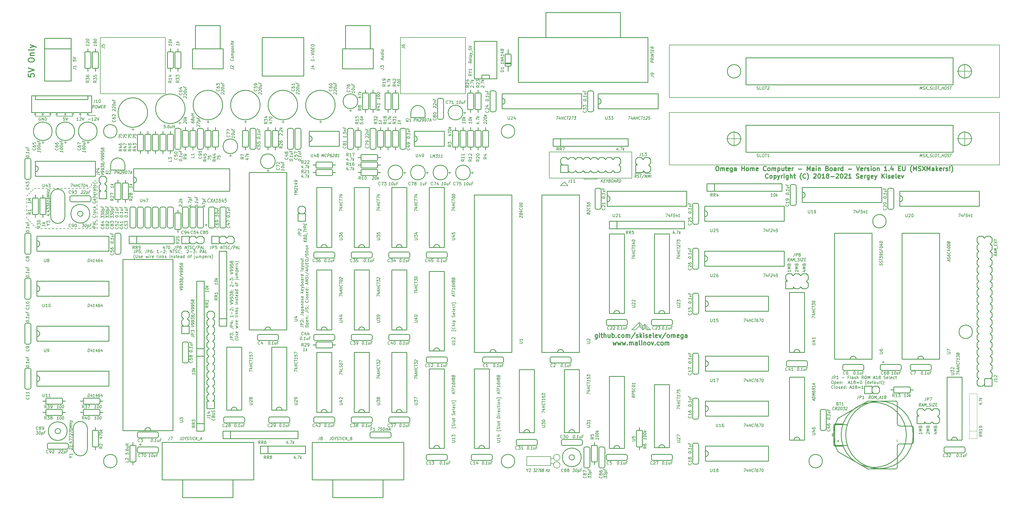
<source format=gbr>
G04 #@! TF.GenerationSoftware,KiCad,Pcbnew,5.1.9-1.fc33*
G04 #@! TF.CreationDate,2021-02-19T03:11:38+01:00*
G04 #@! TF.ProjectId,Omega-Mainboard,4f6d6567-612d-44d6-9169-6e626f617264,rev?*
G04 #@! TF.SameCoordinates,Original*
G04 #@! TF.FileFunction,Legend,Top*
G04 #@! TF.FilePolarity,Positive*
%FSLAX46Y46*%
G04 Gerber Fmt 4.6, Leading zero omitted, Abs format (unit mm)*
G04 Created by KiCad (PCBNEW 5.1.9-1.fc33) date 2021-02-19 03:11:38*
%MOMM*%
%LPD*%
G01*
G04 APERTURE LIST*
%ADD10C,0.203200*%
%ADD11C,0.300000*%
%ADD12C,0.150000*%
%ADD13C,0.200000*%
%ADD14C,0.254000*%
%ADD15C,0.120000*%
%ADD16C,0.152400*%
G04 APERTURE END LIST*
D10*
X303312285Y-124603086D02*
X303989619Y-124603086D01*
X302925238Y-124844991D02*
X303650952Y-125086896D01*
X303650952Y-124457943D01*
X303989619Y-124070896D02*
X302973619Y-124070896D01*
X303699333Y-123732229D01*
X302973619Y-123393562D01*
X303989619Y-123393562D01*
X303457428Y-122571086D02*
X303505809Y-122425943D01*
X303554190Y-122377562D01*
X303650952Y-122329181D01*
X303796095Y-122329181D01*
X303892857Y-122377562D01*
X303941238Y-122425943D01*
X303989619Y-122522705D01*
X303989619Y-122909753D01*
X302973619Y-122909753D01*
X302973619Y-122571086D01*
X303022000Y-122474324D01*
X303070380Y-122425943D01*
X303167142Y-122377562D01*
X303263904Y-122377562D01*
X303360666Y-122425943D01*
X303409047Y-122474324D01*
X303457428Y-122571086D01*
X303457428Y-122909753D01*
X300530380Y-125086896D02*
X300482000Y-125038515D01*
X300433619Y-124941753D01*
X300433619Y-124699848D01*
X300482000Y-124603086D01*
X300530380Y-124554705D01*
X300627142Y-124506324D01*
X300723904Y-124506324D01*
X300869047Y-124554705D01*
X301449619Y-125135277D01*
X301449619Y-124506324D01*
X301449619Y-124070896D02*
X300433619Y-124070896D01*
X301159333Y-123732229D01*
X300433619Y-123393562D01*
X301449619Y-123393562D01*
X300917428Y-122571086D02*
X300965809Y-122425943D01*
X301014190Y-122377562D01*
X301110952Y-122329181D01*
X301256095Y-122329181D01*
X301352857Y-122377562D01*
X301401238Y-122425943D01*
X301449619Y-122522705D01*
X301449619Y-122909753D01*
X300433619Y-122909753D01*
X300433619Y-122571086D01*
X300482000Y-122474324D01*
X300530380Y-122425943D01*
X300627142Y-122377562D01*
X300723904Y-122377562D01*
X300820666Y-122425943D01*
X300869047Y-122474324D01*
X300917428Y-122571086D01*
X300917428Y-122909753D01*
X298909619Y-124506324D02*
X298909619Y-125086896D01*
X298909619Y-124796610D02*
X297893619Y-124796610D01*
X298038761Y-124893372D01*
X298135523Y-124990134D01*
X298183904Y-125086896D01*
X298909619Y-124070896D02*
X297893619Y-124070896D01*
X298619333Y-123732229D01*
X297893619Y-123393562D01*
X298909619Y-123393562D01*
X298377428Y-122571086D02*
X298425809Y-122425943D01*
X298474190Y-122377562D01*
X298570952Y-122329181D01*
X298716095Y-122329181D01*
X298812857Y-122377562D01*
X298861238Y-122425943D01*
X298909619Y-122522705D01*
X298909619Y-122909753D01*
X297893619Y-122909753D01*
X297893619Y-122571086D01*
X297942000Y-122474324D01*
X297990380Y-122425943D01*
X298087142Y-122377562D01*
X298183904Y-122377562D01*
X298280666Y-122425943D01*
X298329047Y-122474324D01*
X298377428Y-122571086D01*
X298377428Y-122909753D01*
X347762285Y-179530586D02*
X348439619Y-179530586D01*
X347375238Y-179772491D02*
X348100952Y-180014396D01*
X348100952Y-179385443D01*
X348439619Y-178998396D02*
X347423619Y-178998396D01*
X348149333Y-178659729D01*
X347423619Y-178321062D01*
X348439619Y-178321062D01*
X347907428Y-177498586D02*
X347955809Y-177353443D01*
X348004190Y-177305062D01*
X348100952Y-177256681D01*
X348246095Y-177256681D01*
X348342857Y-177305062D01*
X348391238Y-177353443D01*
X348439619Y-177450205D01*
X348439619Y-177837253D01*
X347423619Y-177837253D01*
X347423619Y-177498586D01*
X347472000Y-177401824D01*
X347520380Y-177353443D01*
X347617142Y-177305062D01*
X347713904Y-177305062D01*
X347810666Y-177353443D01*
X347859047Y-177401824D01*
X347907428Y-177498586D01*
X347907428Y-177837253D01*
X344980380Y-180014396D02*
X344932000Y-179966015D01*
X344883619Y-179869253D01*
X344883619Y-179627348D01*
X344932000Y-179530586D01*
X344980380Y-179482205D01*
X345077142Y-179433824D01*
X345173904Y-179433824D01*
X345319047Y-179482205D01*
X345899619Y-180062777D01*
X345899619Y-179433824D01*
X345899619Y-178998396D02*
X344883619Y-178998396D01*
X345609333Y-178659729D01*
X344883619Y-178321062D01*
X345899619Y-178321062D01*
X345367428Y-177498586D02*
X345415809Y-177353443D01*
X345464190Y-177305062D01*
X345560952Y-177256681D01*
X345706095Y-177256681D01*
X345802857Y-177305062D01*
X345851238Y-177353443D01*
X345899619Y-177450205D01*
X345899619Y-177837253D01*
X344883619Y-177837253D01*
X344883619Y-177498586D01*
X344932000Y-177401824D01*
X344980380Y-177353443D01*
X345077142Y-177305062D01*
X345173904Y-177305062D01*
X345270666Y-177353443D01*
X345319047Y-177401824D01*
X345367428Y-177498586D01*
X345367428Y-177837253D01*
X343359619Y-179433824D02*
X343359619Y-180014396D01*
X343359619Y-179724110D02*
X342343619Y-179724110D01*
X342488761Y-179820872D01*
X342585523Y-179917634D01*
X342633904Y-180014396D01*
X343359619Y-178998396D02*
X342343619Y-178998396D01*
X343069333Y-178659729D01*
X342343619Y-178321062D01*
X343359619Y-178321062D01*
X342827428Y-177498586D02*
X342875809Y-177353443D01*
X342924190Y-177305062D01*
X343020952Y-177256681D01*
X343166095Y-177256681D01*
X343262857Y-177305062D01*
X343311238Y-177353443D01*
X343359619Y-177450205D01*
X343359619Y-177837253D01*
X342343619Y-177837253D01*
X342343619Y-177498586D01*
X342392000Y-177401824D01*
X342440380Y-177353443D01*
X342537142Y-177305062D01*
X342633904Y-177305062D01*
X342730666Y-177353443D01*
X342779047Y-177401824D01*
X342827428Y-177498586D01*
X342827428Y-177837253D01*
D11*
X40814761Y-58038452D02*
X40814761Y-58990833D01*
X41767142Y-59086071D01*
X41671904Y-58990833D01*
X41576666Y-58800357D01*
X41576666Y-58324166D01*
X41671904Y-58133690D01*
X41767142Y-58038452D01*
X41957619Y-57943214D01*
X42433809Y-57943214D01*
X42624285Y-58038452D01*
X42719523Y-58133690D01*
X42814761Y-58324166D01*
X42814761Y-58800357D01*
X42719523Y-58990833D01*
X42624285Y-59086071D01*
X40814761Y-57371785D02*
X42814761Y-56705119D01*
X40814761Y-56038452D01*
X40814761Y-53467023D02*
X40814761Y-53086071D01*
X40910000Y-52895595D01*
X41100476Y-52705119D01*
X41481428Y-52609880D01*
X42148095Y-52609880D01*
X42529047Y-52705119D01*
X42719523Y-52895595D01*
X42814761Y-53086071D01*
X42814761Y-53467023D01*
X42719523Y-53657500D01*
X42529047Y-53847976D01*
X42148095Y-53943214D01*
X41481428Y-53943214D01*
X41100476Y-53847976D01*
X40910000Y-53657500D01*
X40814761Y-53467023D01*
X41481428Y-51752738D02*
X42814761Y-51752738D01*
X41671904Y-51752738D02*
X41576666Y-51657500D01*
X41481428Y-51467023D01*
X41481428Y-51181309D01*
X41576666Y-50990833D01*
X41767142Y-50895595D01*
X42814761Y-50895595D01*
X42814761Y-49657500D02*
X42719523Y-49847976D01*
X42529047Y-49943214D01*
X40814761Y-49943214D01*
X41481428Y-49086071D02*
X42814761Y-48609880D01*
X41481428Y-48133690D02*
X42814761Y-48609880D01*
X43290952Y-48800357D01*
X43386190Y-48895595D01*
X43481428Y-49086071D01*
D12*
X61595000Y-96520000D02*
X61912500Y-96202500D01*
X62547500Y-94932500D02*
X62865000Y-94615000D01*
X64135000Y-95885000D02*
X64135000Y-96520000D01*
X64135000Y-95250000D02*
X64135000Y-94615000D01*
X62230000Y-95250000D02*
X62230000Y-95885000D01*
X63500000Y-110490000D02*
X62865000Y-110490000D01*
X42227500Y-97472500D02*
X42545000Y-97155000D01*
X41592500Y-98107500D02*
X41910000Y-97790000D01*
X40957500Y-98742500D02*
X41275000Y-98425000D01*
X40322500Y-99377500D02*
X40640000Y-99060000D01*
X64135000Y-97790000D02*
X64135000Y-97155000D01*
X63182500Y-94297500D02*
X63817500Y-94297500D01*
X60642500Y-96837500D02*
X61277500Y-96837500D01*
X59372500Y-96837500D02*
X60007500Y-96837500D01*
X58102500Y-96837500D02*
X58737500Y-96837500D01*
X56832500Y-96837500D02*
X57467500Y-96837500D01*
X55562500Y-96837500D02*
X56197500Y-96837500D01*
X54292500Y-96837500D02*
X54927500Y-96837500D01*
X53022500Y-96837500D02*
X53657500Y-96837500D01*
X52070000Y-96837500D02*
X52387500Y-96837500D01*
X51752500Y-96837500D02*
X52070000Y-96837500D01*
X50482500Y-96837500D02*
X51117500Y-96837500D01*
X49212500Y-96837500D02*
X49847500Y-96837500D01*
X47942500Y-96837500D02*
X48577500Y-96837500D01*
X46672500Y-96837500D02*
X47307500Y-96837500D01*
X45402500Y-96837500D02*
X46037500Y-96837500D01*
X44132500Y-96837500D02*
X44767500Y-96837500D01*
X42862500Y-96837500D02*
X43497500Y-96837500D01*
X313041309Y-160362380D02*
X313041309Y-161076666D01*
X312993690Y-161219523D01*
X312898452Y-161314761D01*
X312755595Y-161362380D01*
X312660357Y-161362380D01*
X313517500Y-161362380D02*
X313517500Y-160362380D01*
X313898452Y-160362380D01*
X313993690Y-160410000D01*
X314041309Y-160457619D01*
X314088928Y-160552857D01*
X314088928Y-160695714D01*
X314041309Y-160790952D01*
X313993690Y-160838571D01*
X313898452Y-160886190D01*
X313517500Y-160886190D01*
X315041309Y-161362380D02*
X314469880Y-161362380D01*
X314755595Y-161362380D02*
X314755595Y-160362380D01*
X314660357Y-160505238D01*
X314565119Y-160600476D01*
X314469880Y-160648095D01*
X316231785Y-160981428D02*
X316993690Y-160981428D01*
X318565119Y-160838571D02*
X318231785Y-160838571D01*
X318231785Y-161362380D02*
X318231785Y-160362380D01*
X318707976Y-160362380D01*
X319231785Y-161362380D02*
X319136547Y-161314761D01*
X319088928Y-161219523D01*
X319088928Y-160362380D01*
X320041309Y-161362380D02*
X320041309Y-160838571D01*
X319993690Y-160743333D01*
X319898452Y-160695714D01*
X319707976Y-160695714D01*
X319612738Y-160743333D01*
X320041309Y-161314761D02*
X319946071Y-161362380D01*
X319707976Y-161362380D01*
X319612738Y-161314761D01*
X319565119Y-161219523D01*
X319565119Y-161124285D01*
X319612738Y-161029047D01*
X319707976Y-160981428D01*
X319946071Y-160981428D01*
X320041309Y-160933809D01*
X320469880Y-161314761D02*
X320565119Y-161362380D01*
X320755595Y-161362380D01*
X320850833Y-161314761D01*
X320898452Y-161219523D01*
X320898452Y-161171904D01*
X320850833Y-161076666D01*
X320755595Y-161029047D01*
X320612738Y-161029047D01*
X320517500Y-160981428D01*
X320469880Y-160886190D01*
X320469880Y-160838571D01*
X320517500Y-160743333D01*
X320612738Y-160695714D01*
X320755595Y-160695714D01*
X320850833Y-160743333D01*
X321327023Y-161362380D02*
X321327023Y-160362380D01*
X321755595Y-161362380D02*
X321755595Y-160838571D01*
X321707976Y-160743333D01*
X321612738Y-160695714D01*
X321469880Y-160695714D01*
X321374642Y-160743333D01*
X321327023Y-160790952D01*
X323565119Y-161362380D02*
X323231785Y-160886190D01*
X322993690Y-161362380D02*
X322993690Y-160362380D01*
X323374642Y-160362380D01*
X323469880Y-160410000D01*
X323517500Y-160457619D01*
X323565119Y-160552857D01*
X323565119Y-160695714D01*
X323517500Y-160790952D01*
X323469880Y-160838571D01*
X323374642Y-160886190D01*
X322993690Y-160886190D01*
X324184166Y-160362380D02*
X324374642Y-160362380D01*
X324469880Y-160410000D01*
X324565119Y-160505238D01*
X324612738Y-160695714D01*
X324612738Y-161029047D01*
X324565119Y-161219523D01*
X324469880Y-161314761D01*
X324374642Y-161362380D01*
X324184166Y-161362380D01*
X324088928Y-161314761D01*
X323993690Y-161219523D01*
X323946071Y-161029047D01*
X323946071Y-160695714D01*
X323993690Y-160505238D01*
X324088928Y-160410000D01*
X324184166Y-160362380D01*
X325041309Y-161362380D02*
X325041309Y-160362380D01*
X325374642Y-161076666D01*
X325707976Y-160362380D01*
X325707976Y-161362380D01*
X326898452Y-161076666D02*
X327374642Y-161076666D01*
X326803214Y-161362380D02*
X327136547Y-160362380D01*
X327469880Y-161362380D01*
X328327023Y-161362380D02*
X327755595Y-161362380D01*
X328041309Y-161362380D02*
X328041309Y-160362380D01*
X327946071Y-160505238D01*
X327850833Y-160600476D01*
X327755595Y-160648095D01*
X328898452Y-160790952D02*
X328803214Y-160743333D01*
X328755595Y-160695714D01*
X328707976Y-160600476D01*
X328707976Y-160552857D01*
X328755595Y-160457619D01*
X328803214Y-160410000D01*
X328898452Y-160362380D01*
X329088928Y-160362380D01*
X329184166Y-160410000D01*
X329231785Y-160457619D01*
X329279404Y-160552857D01*
X329279404Y-160600476D01*
X329231785Y-160695714D01*
X329184166Y-160743333D01*
X329088928Y-160790952D01*
X328898452Y-160790952D01*
X328803214Y-160838571D01*
X328755595Y-160886190D01*
X328707976Y-160981428D01*
X328707976Y-161171904D01*
X328755595Y-161267142D01*
X328803214Y-161314761D01*
X328898452Y-161362380D01*
X329088928Y-161362380D01*
X329184166Y-161314761D01*
X329231785Y-161267142D01*
X329279404Y-161171904D01*
X329279404Y-160981428D01*
X329231785Y-160886190D01*
X329184166Y-160838571D01*
X329088928Y-160790952D01*
X330422261Y-161314761D02*
X330565119Y-161362380D01*
X330803214Y-161362380D01*
X330898452Y-161314761D01*
X330946071Y-161267142D01*
X330993690Y-161171904D01*
X330993690Y-161076666D01*
X330946071Y-160981428D01*
X330898452Y-160933809D01*
X330803214Y-160886190D01*
X330612738Y-160838571D01*
X330517500Y-160790952D01*
X330469880Y-160743333D01*
X330422261Y-160648095D01*
X330422261Y-160552857D01*
X330469880Y-160457619D01*
X330517500Y-160410000D01*
X330612738Y-160362380D01*
X330850833Y-160362380D01*
X330993690Y-160410000D01*
X331803214Y-161314761D02*
X331707976Y-161362380D01*
X331517500Y-161362380D01*
X331422261Y-161314761D01*
X331374642Y-161219523D01*
X331374642Y-160838571D01*
X331422261Y-160743333D01*
X331517500Y-160695714D01*
X331707976Y-160695714D01*
X331803214Y-160743333D01*
X331850833Y-160838571D01*
X331850833Y-160933809D01*
X331374642Y-161029047D01*
X332422261Y-161362380D02*
X332327023Y-161314761D01*
X332279404Y-161219523D01*
X332279404Y-160362380D01*
X333184166Y-161314761D02*
X333088928Y-161362380D01*
X332898452Y-161362380D01*
X332803214Y-161314761D01*
X332755595Y-161219523D01*
X332755595Y-160838571D01*
X332803214Y-160743333D01*
X332898452Y-160695714D01*
X333088928Y-160695714D01*
X333184166Y-160743333D01*
X333231785Y-160838571D01*
X333231785Y-160933809D01*
X332755595Y-161029047D01*
X334088928Y-161314761D02*
X333993690Y-161362380D01*
X333803214Y-161362380D01*
X333707976Y-161314761D01*
X333660357Y-161267142D01*
X333612738Y-161171904D01*
X333612738Y-160886190D01*
X333660357Y-160790952D01*
X333707976Y-160743333D01*
X333803214Y-160695714D01*
X333993690Y-160695714D01*
X334088928Y-160743333D01*
X334374642Y-160695714D02*
X334755595Y-160695714D01*
X334517500Y-160362380D02*
X334517500Y-161219523D01*
X334565119Y-161314761D01*
X334660357Y-161362380D01*
X334755595Y-161362380D01*
X312946071Y-162012380D02*
X313136547Y-162012380D01*
X313231785Y-162060000D01*
X313327023Y-162155238D01*
X313374642Y-162345714D01*
X313374642Y-162679047D01*
X313327023Y-162869523D01*
X313231785Y-162964761D01*
X313136547Y-163012380D01*
X312946071Y-163012380D01*
X312850833Y-162964761D01*
X312755595Y-162869523D01*
X312707976Y-162679047D01*
X312707976Y-162345714D01*
X312755595Y-162155238D01*
X312850833Y-162060000D01*
X312946071Y-162012380D01*
X313803214Y-162345714D02*
X313803214Y-163345714D01*
X313803214Y-162393333D02*
X313898452Y-162345714D01*
X314088928Y-162345714D01*
X314184166Y-162393333D01*
X314231785Y-162440952D01*
X314279404Y-162536190D01*
X314279404Y-162821904D01*
X314231785Y-162917142D01*
X314184166Y-162964761D01*
X314088928Y-163012380D01*
X313898452Y-163012380D01*
X313803214Y-162964761D01*
X315088928Y-162964761D02*
X314993690Y-163012380D01*
X314803214Y-163012380D01*
X314707976Y-162964761D01*
X314660357Y-162869523D01*
X314660357Y-162488571D01*
X314707976Y-162393333D01*
X314803214Y-162345714D01*
X314993690Y-162345714D01*
X315088928Y-162393333D01*
X315136547Y-162488571D01*
X315136547Y-162583809D01*
X314660357Y-162679047D01*
X315565119Y-162345714D02*
X315565119Y-163012380D01*
X315565119Y-162440952D02*
X315612738Y-162393333D01*
X315707976Y-162345714D01*
X315850833Y-162345714D01*
X315946071Y-162393333D01*
X315993690Y-162488571D01*
X315993690Y-163012380D01*
X316469880Y-162917142D02*
X316517500Y-162964761D01*
X316469880Y-163012380D01*
X316422261Y-162964761D01*
X316469880Y-162917142D01*
X316469880Y-163012380D01*
X316469880Y-162393333D02*
X316517500Y-162440952D01*
X316469880Y-162488571D01*
X316422261Y-162440952D01*
X316469880Y-162393333D01*
X316469880Y-162488571D01*
X318422261Y-162726666D02*
X318898452Y-162726666D01*
X318327023Y-163012380D02*
X318660357Y-162012380D01*
X318993690Y-163012380D01*
X319850833Y-163012380D02*
X319279404Y-163012380D01*
X319565119Y-163012380D02*
X319565119Y-162012380D01*
X319469880Y-162155238D01*
X319374642Y-162250476D01*
X319279404Y-162298095D01*
X320422261Y-162440952D02*
X320327023Y-162393333D01*
X320279404Y-162345714D01*
X320231785Y-162250476D01*
X320231785Y-162202857D01*
X320279404Y-162107619D01*
X320327023Y-162060000D01*
X320422261Y-162012380D01*
X320612738Y-162012380D01*
X320707976Y-162060000D01*
X320755595Y-162107619D01*
X320803214Y-162202857D01*
X320803214Y-162250476D01*
X320755595Y-162345714D01*
X320707976Y-162393333D01*
X320612738Y-162440952D01*
X320422261Y-162440952D01*
X320327023Y-162488571D01*
X320279404Y-162536190D01*
X320231785Y-162631428D01*
X320231785Y-162821904D01*
X320279404Y-162917142D01*
X320327023Y-162964761D01*
X320422261Y-163012380D01*
X320612738Y-163012380D01*
X320707976Y-162964761D01*
X320755595Y-162917142D01*
X320803214Y-162821904D01*
X320803214Y-162631428D01*
X320755595Y-162536190D01*
X320707976Y-162488571D01*
X320612738Y-162440952D01*
X321231785Y-162488571D02*
X321993690Y-162488571D01*
X321993690Y-162774285D02*
X321231785Y-162774285D01*
X322660357Y-162012380D02*
X322755595Y-162012380D01*
X322850833Y-162060000D01*
X322898452Y-162107619D01*
X322946071Y-162202857D01*
X322993690Y-162393333D01*
X322993690Y-162631428D01*
X322946071Y-162821904D01*
X322898452Y-162917142D01*
X322850833Y-162964761D01*
X322755595Y-163012380D01*
X322660357Y-163012380D01*
X322565119Y-162964761D01*
X322517500Y-162917142D01*
X322469880Y-162821904D01*
X322422261Y-162631428D01*
X322422261Y-162393333D01*
X322469880Y-162202857D01*
X322517500Y-162107619D01*
X322565119Y-162060000D01*
X322660357Y-162012380D01*
X324469880Y-163393333D02*
X324422261Y-163345714D01*
X324327023Y-163202857D01*
X324279404Y-163107619D01*
X324231785Y-162964761D01*
X324184166Y-162726666D01*
X324184166Y-162536190D01*
X324231785Y-162298095D01*
X324279404Y-162155238D01*
X324327023Y-162060000D01*
X324422261Y-161917142D01*
X324469880Y-161869523D01*
X325279404Y-163012380D02*
X325279404Y-162012380D01*
X325279404Y-162964761D02*
X325184166Y-163012380D01*
X324993690Y-163012380D01*
X324898452Y-162964761D01*
X324850833Y-162917142D01*
X324803214Y-162821904D01*
X324803214Y-162536190D01*
X324850833Y-162440952D01*
X324898452Y-162393333D01*
X324993690Y-162345714D01*
X325184166Y-162345714D01*
X325279404Y-162393333D01*
X326136547Y-162964761D02*
X326041309Y-163012380D01*
X325850833Y-163012380D01*
X325755595Y-162964761D01*
X325707976Y-162869523D01*
X325707976Y-162488571D01*
X325755595Y-162393333D01*
X325850833Y-162345714D01*
X326041309Y-162345714D01*
X326136547Y-162393333D01*
X326184166Y-162488571D01*
X326184166Y-162583809D01*
X325707976Y-162679047D01*
X326469880Y-162345714D02*
X326850833Y-162345714D01*
X326612738Y-163012380D02*
X326612738Y-162155238D01*
X326660357Y-162060000D01*
X326755595Y-162012380D01*
X326850833Y-162012380D01*
X327612738Y-163012380D02*
X327612738Y-162488571D01*
X327565119Y-162393333D01*
X327469880Y-162345714D01*
X327279404Y-162345714D01*
X327184166Y-162393333D01*
X327612738Y-162964761D02*
X327517500Y-163012380D01*
X327279404Y-163012380D01*
X327184166Y-162964761D01*
X327136547Y-162869523D01*
X327136547Y-162774285D01*
X327184166Y-162679047D01*
X327279404Y-162631428D01*
X327517500Y-162631428D01*
X327612738Y-162583809D01*
X328517500Y-162345714D02*
X328517500Y-163012380D01*
X328088928Y-162345714D02*
X328088928Y-162869523D01*
X328136547Y-162964761D01*
X328231785Y-163012380D01*
X328374642Y-163012380D01*
X328469880Y-162964761D01*
X328517500Y-162917142D01*
X329136547Y-163012380D02*
X329041309Y-162964761D01*
X328993690Y-162869523D01*
X328993690Y-162012380D01*
X329374642Y-162345714D02*
X329755595Y-162345714D01*
X329517500Y-162012380D02*
X329517500Y-162869523D01*
X329565119Y-162964761D01*
X329660357Y-163012380D01*
X329755595Y-163012380D01*
X329993690Y-163393333D02*
X330041309Y-163345714D01*
X330136547Y-163202857D01*
X330184166Y-163107619D01*
X330231785Y-162964761D01*
X330279404Y-162726666D01*
X330279404Y-162536190D01*
X330231785Y-162298095D01*
X330184166Y-162155238D01*
X330136547Y-162060000D01*
X330041309Y-161917142D01*
X329993690Y-161869523D01*
X330803214Y-162964761D02*
X330803214Y-163012380D01*
X330755595Y-163107619D01*
X330707976Y-163155238D01*
X330755595Y-162393333D02*
X330803214Y-162440952D01*
X330755595Y-162488571D01*
X330707976Y-162440952D01*
X330755595Y-162393333D01*
X330755595Y-162488571D01*
X313327023Y-164567142D02*
X313279404Y-164614761D01*
X313136547Y-164662380D01*
X313041309Y-164662380D01*
X312898452Y-164614761D01*
X312803214Y-164519523D01*
X312755595Y-164424285D01*
X312707976Y-164233809D01*
X312707976Y-164090952D01*
X312755595Y-163900476D01*
X312803214Y-163805238D01*
X312898452Y-163710000D01*
X313041309Y-163662380D01*
X313136547Y-163662380D01*
X313279404Y-163710000D01*
X313327023Y-163757619D01*
X313898452Y-164662380D02*
X313803214Y-164614761D01*
X313755595Y-164519523D01*
X313755595Y-163662380D01*
X314422261Y-164662380D02*
X314327023Y-164614761D01*
X314279404Y-164567142D01*
X314231785Y-164471904D01*
X314231785Y-164186190D01*
X314279404Y-164090952D01*
X314327023Y-164043333D01*
X314422261Y-163995714D01*
X314565119Y-163995714D01*
X314660357Y-164043333D01*
X314707976Y-164090952D01*
X314755595Y-164186190D01*
X314755595Y-164471904D01*
X314707976Y-164567142D01*
X314660357Y-164614761D01*
X314565119Y-164662380D01*
X314422261Y-164662380D01*
X315136547Y-164614761D02*
X315231785Y-164662380D01*
X315422261Y-164662380D01*
X315517500Y-164614761D01*
X315565119Y-164519523D01*
X315565119Y-164471904D01*
X315517500Y-164376666D01*
X315422261Y-164329047D01*
X315279404Y-164329047D01*
X315184166Y-164281428D01*
X315136547Y-164186190D01*
X315136547Y-164138571D01*
X315184166Y-164043333D01*
X315279404Y-163995714D01*
X315422261Y-163995714D01*
X315517500Y-164043333D01*
X316374642Y-164614761D02*
X316279404Y-164662380D01*
X316088928Y-164662380D01*
X315993690Y-164614761D01*
X315946071Y-164519523D01*
X315946071Y-164138571D01*
X315993690Y-164043333D01*
X316088928Y-163995714D01*
X316279404Y-163995714D01*
X316374642Y-164043333D01*
X316422261Y-164138571D01*
X316422261Y-164233809D01*
X315946071Y-164329047D01*
X317279404Y-164662380D02*
X317279404Y-163662380D01*
X317279404Y-164614761D02*
X317184166Y-164662380D01*
X316993690Y-164662380D01*
X316898452Y-164614761D01*
X316850833Y-164567142D01*
X316803214Y-164471904D01*
X316803214Y-164186190D01*
X316850833Y-164090952D01*
X316898452Y-164043333D01*
X316993690Y-163995714D01*
X317184166Y-163995714D01*
X317279404Y-164043333D01*
X317755595Y-164567142D02*
X317803214Y-164614761D01*
X317755595Y-164662380D01*
X317707976Y-164614761D01*
X317755595Y-164567142D01*
X317755595Y-164662380D01*
X317755595Y-164043333D02*
X317803214Y-164090952D01*
X317755595Y-164138571D01*
X317707976Y-164090952D01*
X317755595Y-164043333D01*
X317755595Y-164138571D01*
X318946071Y-164376666D02*
X319422261Y-164376666D01*
X318850833Y-164662380D02*
X319184166Y-163662380D01*
X319517500Y-164662380D01*
X320374642Y-164662380D02*
X319803214Y-164662380D01*
X320088928Y-164662380D02*
X320088928Y-163662380D01*
X319993690Y-163805238D01*
X319898452Y-163900476D01*
X319803214Y-163948095D01*
X320946071Y-164090952D02*
X320850833Y-164043333D01*
X320803214Y-163995714D01*
X320755595Y-163900476D01*
X320755595Y-163852857D01*
X320803214Y-163757619D01*
X320850833Y-163710000D01*
X320946071Y-163662380D01*
X321136547Y-163662380D01*
X321231785Y-163710000D01*
X321279404Y-163757619D01*
X321327023Y-163852857D01*
X321327023Y-163900476D01*
X321279404Y-163995714D01*
X321231785Y-164043333D01*
X321136547Y-164090952D01*
X320946071Y-164090952D01*
X320850833Y-164138571D01*
X320803214Y-164186190D01*
X320755595Y-164281428D01*
X320755595Y-164471904D01*
X320803214Y-164567142D01*
X320850833Y-164614761D01*
X320946071Y-164662380D01*
X321136547Y-164662380D01*
X321231785Y-164614761D01*
X321279404Y-164567142D01*
X321327023Y-164471904D01*
X321327023Y-164281428D01*
X321279404Y-164186190D01*
X321231785Y-164138571D01*
X321136547Y-164090952D01*
X321755595Y-164138571D02*
X322517500Y-164138571D01*
X322517500Y-164424285D02*
X321755595Y-164424285D01*
X323517500Y-164662380D02*
X322946071Y-164662380D01*
X323231785Y-164662380D02*
X323231785Y-163662380D01*
X323136547Y-163805238D01*
X323041309Y-163900476D01*
X322946071Y-163948095D01*
D11*
X273904285Y-89343571D02*
X274190000Y-89343571D01*
X274332857Y-89415000D01*
X274475714Y-89557857D01*
X274547142Y-89843571D01*
X274547142Y-90343571D01*
X274475714Y-90629285D01*
X274332857Y-90772142D01*
X274190000Y-90843571D01*
X273904285Y-90843571D01*
X273761428Y-90772142D01*
X273618571Y-90629285D01*
X273547142Y-90343571D01*
X273547142Y-89843571D01*
X273618571Y-89557857D01*
X273761428Y-89415000D01*
X273904285Y-89343571D01*
X275190000Y-90843571D02*
X275190000Y-89843571D01*
X275190000Y-89986428D02*
X275261428Y-89915000D01*
X275404285Y-89843571D01*
X275618571Y-89843571D01*
X275761428Y-89915000D01*
X275832857Y-90057857D01*
X275832857Y-90843571D01*
X275832857Y-90057857D02*
X275904285Y-89915000D01*
X276047142Y-89843571D01*
X276261428Y-89843571D01*
X276404285Y-89915000D01*
X276475714Y-90057857D01*
X276475714Y-90843571D01*
X277761428Y-90772142D02*
X277618571Y-90843571D01*
X277332857Y-90843571D01*
X277190000Y-90772142D01*
X277118571Y-90629285D01*
X277118571Y-90057857D01*
X277190000Y-89915000D01*
X277332857Y-89843571D01*
X277618571Y-89843571D01*
X277761428Y-89915000D01*
X277832857Y-90057857D01*
X277832857Y-90200714D01*
X277118571Y-90343571D01*
X279118571Y-89843571D02*
X279118571Y-91057857D01*
X279047142Y-91200714D01*
X278975714Y-91272142D01*
X278832857Y-91343571D01*
X278618571Y-91343571D01*
X278475714Y-91272142D01*
X279118571Y-90772142D02*
X278975714Y-90843571D01*
X278690000Y-90843571D01*
X278547142Y-90772142D01*
X278475714Y-90700714D01*
X278404285Y-90557857D01*
X278404285Y-90129285D01*
X278475714Y-89986428D01*
X278547142Y-89915000D01*
X278690000Y-89843571D01*
X278975714Y-89843571D01*
X279118571Y-89915000D01*
X280475714Y-90843571D02*
X280475714Y-90057857D01*
X280404285Y-89915000D01*
X280261428Y-89843571D01*
X279975714Y-89843571D01*
X279832857Y-89915000D01*
X280475714Y-90772142D02*
X280332857Y-90843571D01*
X279975714Y-90843571D01*
X279832857Y-90772142D01*
X279761428Y-90629285D01*
X279761428Y-90486428D01*
X279832857Y-90343571D01*
X279975714Y-90272142D01*
X280332857Y-90272142D01*
X280475714Y-90200714D01*
X282332857Y-90843571D02*
X282332857Y-89343571D01*
X282332857Y-90057857D02*
X283190000Y-90057857D01*
X283190000Y-90843571D02*
X283190000Y-89343571D01*
X284118571Y-90843571D02*
X283975714Y-90772142D01*
X283904285Y-90700714D01*
X283832857Y-90557857D01*
X283832857Y-90129285D01*
X283904285Y-89986428D01*
X283975714Y-89915000D01*
X284118571Y-89843571D01*
X284332857Y-89843571D01*
X284475714Y-89915000D01*
X284547142Y-89986428D01*
X284618571Y-90129285D01*
X284618571Y-90557857D01*
X284547142Y-90700714D01*
X284475714Y-90772142D01*
X284332857Y-90843571D01*
X284118571Y-90843571D01*
X285261428Y-90843571D02*
X285261428Y-89843571D01*
X285261428Y-89986428D02*
X285332857Y-89915000D01*
X285475714Y-89843571D01*
X285690000Y-89843571D01*
X285832857Y-89915000D01*
X285904285Y-90057857D01*
X285904285Y-90843571D01*
X285904285Y-90057857D02*
X285975714Y-89915000D01*
X286118571Y-89843571D01*
X286332857Y-89843571D01*
X286475714Y-89915000D01*
X286547142Y-90057857D01*
X286547142Y-90843571D01*
X287832857Y-90772142D02*
X287690000Y-90843571D01*
X287404285Y-90843571D01*
X287261428Y-90772142D01*
X287190000Y-90629285D01*
X287190000Y-90057857D01*
X287261428Y-89915000D01*
X287404285Y-89843571D01*
X287690000Y-89843571D01*
X287832857Y-89915000D01*
X287904285Y-90057857D01*
X287904285Y-90200714D01*
X287190000Y-90343571D01*
X290547142Y-90700714D02*
X290475714Y-90772142D01*
X290261428Y-90843571D01*
X290118571Y-90843571D01*
X289904285Y-90772142D01*
X289761428Y-90629285D01*
X289690000Y-90486428D01*
X289618571Y-90200714D01*
X289618571Y-89986428D01*
X289690000Y-89700714D01*
X289761428Y-89557857D01*
X289904285Y-89415000D01*
X290118571Y-89343571D01*
X290261428Y-89343571D01*
X290475714Y-89415000D01*
X290547142Y-89486428D01*
X291404285Y-90843571D02*
X291261428Y-90772142D01*
X291190000Y-90700714D01*
X291118571Y-90557857D01*
X291118571Y-90129285D01*
X291190000Y-89986428D01*
X291261428Y-89915000D01*
X291404285Y-89843571D01*
X291618571Y-89843571D01*
X291761428Y-89915000D01*
X291832857Y-89986428D01*
X291904285Y-90129285D01*
X291904285Y-90557857D01*
X291832857Y-90700714D01*
X291761428Y-90772142D01*
X291618571Y-90843571D01*
X291404285Y-90843571D01*
X292547142Y-90843571D02*
X292547142Y-89843571D01*
X292547142Y-89986428D02*
X292618571Y-89915000D01*
X292761428Y-89843571D01*
X292975714Y-89843571D01*
X293118571Y-89915000D01*
X293190000Y-90057857D01*
X293190000Y-90843571D01*
X293190000Y-90057857D02*
X293261428Y-89915000D01*
X293404285Y-89843571D01*
X293618571Y-89843571D01*
X293761428Y-89915000D01*
X293832857Y-90057857D01*
X293832857Y-90843571D01*
X294547142Y-89843571D02*
X294547142Y-91343571D01*
X294547142Y-89915000D02*
X294690000Y-89843571D01*
X294975714Y-89843571D01*
X295118571Y-89915000D01*
X295190000Y-89986428D01*
X295261428Y-90129285D01*
X295261428Y-90557857D01*
X295190000Y-90700714D01*
X295118571Y-90772142D01*
X294975714Y-90843571D01*
X294690000Y-90843571D01*
X294547142Y-90772142D01*
X296547142Y-89843571D02*
X296547142Y-90843571D01*
X295904285Y-89843571D02*
X295904285Y-90629285D01*
X295975714Y-90772142D01*
X296118571Y-90843571D01*
X296332857Y-90843571D01*
X296475714Y-90772142D01*
X296547142Y-90700714D01*
X297047142Y-89843571D02*
X297618571Y-89843571D01*
X297261428Y-89343571D02*
X297261428Y-90629285D01*
X297332857Y-90772142D01*
X297475714Y-90843571D01*
X297618571Y-90843571D01*
X298690000Y-90772142D02*
X298547142Y-90843571D01*
X298261428Y-90843571D01*
X298118571Y-90772142D01*
X298047142Y-90629285D01*
X298047142Y-90057857D01*
X298118571Y-89915000D01*
X298261428Y-89843571D01*
X298547142Y-89843571D01*
X298690000Y-89915000D01*
X298761428Y-90057857D01*
X298761428Y-90200714D01*
X298047142Y-90343571D01*
X299404285Y-90843571D02*
X299404285Y-89843571D01*
X299404285Y-90129285D02*
X299475714Y-89986428D01*
X299547142Y-89915000D01*
X299690000Y-89843571D01*
X299832857Y-89843571D01*
X301475714Y-90272142D02*
X302618571Y-90272142D01*
X304475714Y-90843571D02*
X304475714Y-89343571D01*
X304975714Y-90415000D01*
X305475714Y-89343571D01*
X305475714Y-90843571D01*
X306832857Y-90843571D02*
X306832857Y-90057857D01*
X306761428Y-89915000D01*
X306618571Y-89843571D01*
X306332857Y-89843571D01*
X306190000Y-89915000D01*
X306832857Y-90772142D02*
X306690000Y-90843571D01*
X306332857Y-90843571D01*
X306190000Y-90772142D01*
X306118571Y-90629285D01*
X306118571Y-90486428D01*
X306190000Y-90343571D01*
X306332857Y-90272142D01*
X306690000Y-90272142D01*
X306832857Y-90200714D01*
X307547142Y-90843571D02*
X307547142Y-89843571D01*
X307547142Y-89343571D02*
X307475714Y-89415000D01*
X307547142Y-89486428D01*
X307618571Y-89415000D01*
X307547142Y-89343571D01*
X307547142Y-89486428D01*
X308261428Y-89843571D02*
X308261428Y-90843571D01*
X308261428Y-89986428D02*
X308332857Y-89915000D01*
X308475714Y-89843571D01*
X308690000Y-89843571D01*
X308832857Y-89915000D01*
X308904285Y-90057857D01*
X308904285Y-90843571D01*
X311261428Y-90057857D02*
X311475714Y-90129285D01*
X311547142Y-90200714D01*
X311618571Y-90343571D01*
X311618571Y-90557857D01*
X311547142Y-90700714D01*
X311475714Y-90772142D01*
X311332857Y-90843571D01*
X310761428Y-90843571D01*
X310761428Y-89343571D01*
X311261428Y-89343571D01*
X311404285Y-89415000D01*
X311475714Y-89486428D01*
X311547142Y-89629285D01*
X311547142Y-89772142D01*
X311475714Y-89915000D01*
X311404285Y-89986428D01*
X311261428Y-90057857D01*
X310761428Y-90057857D01*
X312475714Y-90843571D02*
X312332857Y-90772142D01*
X312261428Y-90700714D01*
X312190000Y-90557857D01*
X312190000Y-90129285D01*
X312261428Y-89986428D01*
X312332857Y-89915000D01*
X312475714Y-89843571D01*
X312690000Y-89843571D01*
X312832857Y-89915000D01*
X312904285Y-89986428D01*
X312975714Y-90129285D01*
X312975714Y-90557857D01*
X312904285Y-90700714D01*
X312832857Y-90772142D01*
X312690000Y-90843571D01*
X312475714Y-90843571D01*
X314261428Y-90843571D02*
X314261428Y-90057857D01*
X314190000Y-89915000D01*
X314047142Y-89843571D01*
X313761428Y-89843571D01*
X313618571Y-89915000D01*
X314261428Y-90772142D02*
X314118571Y-90843571D01*
X313761428Y-90843571D01*
X313618571Y-90772142D01*
X313547142Y-90629285D01*
X313547142Y-90486428D01*
X313618571Y-90343571D01*
X313761428Y-90272142D01*
X314118571Y-90272142D01*
X314261428Y-90200714D01*
X314975714Y-90843571D02*
X314975714Y-89843571D01*
X314975714Y-90129285D02*
X315047142Y-89986428D01*
X315118571Y-89915000D01*
X315261428Y-89843571D01*
X315404285Y-89843571D01*
X316547142Y-90843571D02*
X316547142Y-89343571D01*
X316547142Y-90772142D02*
X316404285Y-90843571D01*
X316118571Y-90843571D01*
X315975714Y-90772142D01*
X315904285Y-90700714D01*
X315832857Y-90557857D01*
X315832857Y-90129285D01*
X315904285Y-89986428D01*
X315975714Y-89915000D01*
X316118571Y-89843571D01*
X316404285Y-89843571D01*
X316547142Y-89915000D01*
X318404285Y-90272142D02*
X319547142Y-90272142D01*
X321190000Y-89343571D02*
X321690000Y-90843571D01*
X322190000Y-89343571D01*
X323261428Y-90772142D02*
X323118571Y-90843571D01*
X322832857Y-90843571D01*
X322690000Y-90772142D01*
X322618571Y-90629285D01*
X322618571Y-90057857D01*
X322690000Y-89915000D01*
X322832857Y-89843571D01*
X323118571Y-89843571D01*
X323261428Y-89915000D01*
X323332857Y-90057857D01*
X323332857Y-90200714D01*
X322618571Y-90343571D01*
X323975714Y-90843571D02*
X323975714Y-89843571D01*
X323975714Y-90129285D02*
X324047142Y-89986428D01*
X324118571Y-89915000D01*
X324261428Y-89843571D01*
X324404285Y-89843571D01*
X324832857Y-90772142D02*
X324975714Y-90843571D01*
X325261428Y-90843571D01*
X325404285Y-90772142D01*
X325475714Y-90629285D01*
X325475714Y-90557857D01*
X325404285Y-90415000D01*
X325261428Y-90343571D01*
X325047142Y-90343571D01*
X324904285Y-90272142D01*
X324832857Y-90129285D01*
X324832857Y-90057857D01*
X324904285Y-89915000D01*
X325047142Y-89843571D01*
X325261428Y-89843571D01*
X325404285Y-89915000D01*
X326118571Y-90843571D02*
X326118571Y-89843571D01*
X326118571Y-89343571D02*
X326047142Y-89415000D01*
X326118571Y-89486428D01*
X326190000Y-89415000D01*
X326118571Y-89343571D01*
X326118571Y-89486428D01*
X327047142Y-90843571D02*
X326904285Y-90772142D01*
X326832857Y-90700714D01*
X326761428Y-90557857D01*
X326761428Y-90129285D01*
X326832857Y-89986428D01*
X326904285Y-89915000D01*
X327047142Y-89843571D01*
X327261428Y-89843571D01*
X327404285Y-89915000D01*
X327475714Y-89986428D01*
X327547142Y-90129285D01*
X327547142Y-90557857D01*
X327475714Y-90700714D01*
X327404285Y-90772142D01*
X327261428Y-90843571D01*
X327047142Y-90843571D01*
X328190000Y-89843571D02*
X328190000Y-90843571D01*
X328190000Y-89986428D02*
X328261428Y-89915000D01*
X328404285Y-89843571D01*
X328618571Y-89843571D01*
X328761428Y-89915000D01*
X328832857Y-90057857D01*
X328832857Y-90843571D01*
X331475714Y-90843571D02*
X330618571Y-90843571D01*
X331047142Y-90843571D02*
X331047142Y-89343571D01*
X330904285Y-89557857D01*
X330761428Y-89700714D01*
X330618571Y-89772142D01*
X332118571Y-90700714D02*
X332190000Y-90772142D01*
X332118571Y-90843571D01*
X332047142Y-90772142D01*
X332118571Y-90700714D01*
X332118571Y-90843571D01*
X333475714Y-89843571D02*
X333475714Y-90843571D01*
X333118571Y-89272142D02*
X332761428Y-90343571D01*
X333690000Y-90343571D01*
X335404285Y-90057857D02*
X335904285Y-90057857D01*
X336118571Y-90843571D02*
X335404285Y-90843571D01*
X335404285Y-89343571D01*
X336118571Y-89343571D01*
X336761428Y-89343571D02*
X336761428Y-90557857D01*
X336832857Y-90700714D01*
X336904285Y-90772142D01*
X337047142Y-90843571D01*
X337332857Y-90843571D01*
X337475714Y-90772142D01*
X337547142Y-90700714D01*
X337618571Y-90557857D01*
X337618571Y-89343571D01*
X339904285Y-91415000D02*
X339832857Y-91343571D01*
X339690000Y-91129285D01*
X339618571Y-90986428D01*
X339547142Y-90772142D01*
X339475714Y-90415000D01*
X339475714Y-90129285D01*
X339547142Y-89772142D01*
X339618571Y-89557857D01*
X339690000Y-89415000D01*
X339832857Y-89200714D01*
X339904285Y-89129285D01*
X340475714Y-90843571D02*
X340475714Y-89343571D01*
X340975714Y-90415000D01*
X341475714Y-89343571D01*
X341475714Y-90843571D01*
X342118571Y-90772142D02*
X342332857Y-90843571D01*
X342690000Y-90843571D01*
X342832857Y-90772142D01*
X342904285Y-90700714D01*
X342975714Y-90557857D01*
X342975714Y-90415000D01*
X342904285Y-90272142D01*
X342832857Y-90200714D01*
X342690000Y-90129285D01*
X342404285Y-90057857D01*
X342261428Y-89986428D01*
X342190000Y-89915000D01*
X342118571Y-89772142D01*
X342118571Y-89629285D01*
X342190000Y-89486428D01*
X342261428Y-89415000D01*
X342404285Y-89343571D01*
X342761428Y-89343571D01*
X342975714Y-89415000D01*
X343475714Y-89343571D02*
X344475714Y-90843571D01*
X344475714Y-89343571D02*
X343475714Y-90843571D01*
X345047142Y-90843571D02*
X345047142Y-89343571D01*
X345547142Y-90415000D01*
X346047142Y-89343571D01*
X346047142Y-90843571D01*
X347404285Y-90843571D02*
X347404285Y-90057857D01*
X347332857Y-89915000D01*
X347190000Y-89843571D01*
X346904285Y-89843571D01*
X346761428Y-89915000D01*
X347404285Y-90772142D02*
X347261428Y-90843571D01*
X346904285Y-90843571D01*
X346761428Y-90772142D01*
X346690000Y-90629285D01*
X346690000Y-90486428D01*
X346761428Y-90343571D01*
X346904285Y-90272142D01*
X347261428Y-90272142D01*
X347404285Y-90200714D01*
X348118571Y-90843571D02*
X348118571Y-89343571D01*
X348261428Y-90272142D02*
X348690000Y-90843571D01*
X348690000Y-89843571D02*
X348118571Y-90415000D01*
X349904285Y-90772142D02*
X349761428Y-90843571D01*
X349475714Y-90843571D01*
X349332857Y-90772142D01*
X349261428Y-90629285D01*
X349261428Y-90057857D01*
X349332857Y-89915000D01*
X349475714Y-89843571D01*
X349761428Y-89843571D01*
X349904285Y-89915000D01*
X349975714Y-90057857D01*
X349975714Y-90200714D01*
X349261428Y-90343571D01*
X350618571Y-90843571D02*
X350618571Y-89843571D01*
X350618571Y-90129285D02*
X350690000Y-89986428D01*
X350761428Y-89915000D01*
X350904285Y-89843571D01*
X351047142Y-89843571D01*
X351475714Y-90772142D02*
X351618571Y-90843571D01*
X351904285Y-90843571D01*
X352047142Y-90772142D01*
X352118571Y-90629285D01*
X352118571Y-90557857D01*
X352047142Y-90415000D01*
X351904285Y-90343571D01*
X351690000Y-90343571D01*
X351547142Y-90272142D01*
X351475714Y-90129285D01*
X351475714Y-90057857D01*
X351547142Y-89915000D01*
X351690000Y-89843571D01*
X351904285Y-89843571D01*
X352047142Y-89915000D01*
X352761428Y-90700714D02*
X352832857Y-90772142D01*
X352761428Y-90843571D01*
X352690000Y-90772142D01*
X352761428Y-90700714D01*
X352761428Y-90843571D01*
X352761428Y-90272142D02*
X352690000Y-89415000D01*
X352761428Y-89343571D01*
X352832857Y-89415000D01*
X352761428Y-90272142D01*
X352761428Y-89343571D01*
X353332857Y-91415000D02*
X353404285Y-91343571D01*
X353547142Y-91129285D01*
X353618571Y-90986428D01*
X353690000Y-90772142D01*
X353761428Y-90415000D01*
X353761428Y-90129285D01*
X353690000Y-89772142D01*
X353618571Y-89557857D01*
X353547142Y-89415000D01*
X353404285Y-89200714D01*
X353332857Y-89129285D01*
X291261428Y-93250714D02*
X291190000Y-93322142D01*
X290975714Y-93393571D01*
X290832857Y-93393571D01*
X290618571Y-93322142D01*
X290475714Y-93179285D01*
X290404285Y-93036428D01*
X290332857Y-92750714D01*
X290332857Y-92536428D01*
X290404285Y-92250714D01*
X290475714Y-92107857D01*
X290618571Y-91965000D01*
X290832857Y-91893571D01*
X290975714Y-91893571D01*
X291190000Y-91965000D01*
X291261428Y-92036428D01*
X292118571Y-93393571D02*
X291975714Y-93322142D01*
X291904285Y-93250714D01*
X291832857Y-93107857D01*
X291832857Y-92679285D01*
X291904285Y-92536428D01*
X291975714Y-92465000D01*
X292118571Y-92393571D01*
X292332857Y-92393571D01*
X292475714Y-92465000D01*
X292547142Y-92536428D01*
X292618571Y-92679285D01*
X292618571Y-93107857D01*
X292547142Y-93250714D01*
X292475714Y-93322142D01*
X292332857Y-93393571D01*
X292118571Y-93393571D01*
X293261428Y-92393571D02*
X293261428Y-93893571D01*
X293261428Y-92465000D02*
X293404285Y-92393571D01*
X293690000Y-92393571D01*
X293832857Y-92465000D01*
X293904285Y-92536428D01*
X293975714Y-92679285D01*
X293975714Y-93107857D01*
X293904285Y-93250714D01*
X293832857Y-93322142D01*
X293690000Y-93393571D01*
X293404285Y-93393571D01*
X293261428Y-93322142D01*
X294475714Y-92393571D02*
X294832857Y-93393571D01*
X295190000Y-92393571D02*
X294832857Y-93393571D01*
X294690000Y-93750714D01*
X294618571Y-93822142D01*
X294475714Y-93893571D01*
X295761428Y-93393571D02*
X295761428Y-92393571D01*
X295761428Y-92679285D02*
X295832857Y-92536428D01*
X295904285Y-92465000D01*
X296047142Y-92393571D01*
X296190000Y-92393571D01*
X296690000Y-93393571D02*
X296690000Y-92393571D01*
X296690000Y-91893571D02*
X296618571Y-91965000D01*
X296690000Y-92036428D01*
X296761428Y-91965000D01*
X296690000Y-91893571D01*
X296690000Y-92036428D01*
X298047142Y-92393571D02*
X298047142Y-93607857D01*
X297975714Y-93750714D01*
X297904285Y-93822142D01*
X297761428Y-93893571D01*
X297547142Y-93893571D01*
X297404285Y-93822142D01*
X298047142Y-93322142D02*
X297904285Y-93393571D01*
X297618571Y-93393571D01*
X297475714Y-93322142D01*
X297404285Y-93250714D01*
X297332857Y-93107857D01*
X297332857Y-92679285D01*
X297404285Y-92536428D01*
X297475714Y-92465000D01*
X297618571Y-92393571D01*
X297904285Y-92393571D01*
X298047142Y-92465000D01*
X298761428Y-93393571D02*
X298761428Y-91893571D01*
X299404285Y-93393571D02*
X299404285Y-92607857D01*
X299332857Y-92465000D01*
X299190000Y-92393571D01*
X298975714Y-92393571D01*
X298832857Y-92465000D01*
X298761428Y-92536428D01*
X299904285Y-92393571D02*
X300475714Y-92393571D01*
X300118571Y-91893571D02*
X300118571Y-93179285D01*
X300190000Y-93322142D01*
X300332857Y-93393571D01*
X300475714Y-93393571D01*
X302547142Y-93965000D02*
X302475714Y-93893571D01*
X302332857Y-93679285D01*
X302261428Y-93536428D01*
X302190000Y-93322142D01*
X302118571Y-92965000D01*
X302118571Y-92679285D01*
X302190000Y-92322142D01*
X302261428Y-92107857D01*
X302332857Y-91965000D01*
X302475714Y-91750714D01*
X302547142Y-91679285D01*
X303975714Y-93250714D02*
X303904285Y-93322142D01*
X303690000Y-93393571D01*
X303547142Y-93393571D01*
X303332857Y-93322142D01*
X303190000Y-93179285D01*
X303118571Y-93036428D01*
X303047142Y-92750714D01*
X303047142Y-92536428D01*
X303118571Y-92250714D01*
X303190000Y-92107857D01*
X303332857Y-91965000D01*
X303547142Y-91893571D01*
X303690000Y-91893571D01*
X303904285Y-91965000D01*
X303975714Y-92036428D01*
X304475714Y-93965000D02*
X304547142Y-93893571D01*
X304690000Y-93679285D01*
X304761428Y-93536428D01*
X304832857Y-93322142D01*
X304904285Y-92965000D01*
X304904285Y-92679285D01*
X304832857Y-92322142D01*
X304761428Y-92107857D01*
X304690000Y-91965000D01*
X304547142Y-91750714D01*
X304475714Y-91679285D01*
X306690000Y-92036428D02*
X306761428Y-91965000D01*
X306904285Y-91893571D01*
X307261428Y-91893571D01*
X307404285Y-91965000D01*
X307475714Y-92036428D01*
X307547142Y-92179285D01*
X307547142Y-92322142D01*
X307475714Y-92536428D01*
X306618571Y-93393571D01*
X307547142Y-93393571D01*
X308475714Y-91893571D02*
X308618571Y-91893571D01*
X308761428Y-91965000D01*
X308832857Y-92036428D01*
X308904285Y-92179285D01*
X308975714Y-92465000D01*
X308975714Y-92822142D01*
X308904285Y-93107857D01*
X308832857Y-93250714D01*
X308761428Y-93322142D01*
X308618571Y-93393571D01*
X308475714Y-93393571D01*
X308332857Y-93322142D01*
X308261428Y-93250714D01*
X308190000Y-93107857D01*
X308118571Y-92822142D01*
X308118571Y-92465000D01*
X308190000Y-92179285D01*
X308261428Y-92036428D01*
X308332857Y-91965000D01*
X308475714Y-91893571D01*
X310404285Y-93393571D02*
X309547142Y-93393571D01*
X309975714Y-93393571D02*
X309975714Y-91893571D01*
X309832857Y-92107857D01*
X309690000Y-92250714D01*
X309547142Y-92322142D01*
X311261428Y-92536428D02*
X311118571Y-92465000D01*
X311047142Y-92393571D01*
X310975714Y-92250714D01*
X310975714Y-92179285D01*
X311047142Y-92036428D01*
X311118571Y-91965000D01*
X311261428Y-91893571D01*
X311547142Y-91893571D01*
X311690000Y-91965000D01*
X311761428Y-92036428D01*
X311832857Y-92179285D01*
X311832857Y-92250714D01*
X311761428Y-92393571D01*
X311690000Y-92465000D01*
X311547142Y-92536428D01*
X311261428Y-92536428D01*
X311118571Y-92607857D01*
X311047142Y-92679285D01*
X310975714Y-92822142D01*
X310975714Y-93107857D01*
X311047142Y-93250714D01*
X311118571Y-93322142D01*
X311261428Y-93393571D01*
X311547142Y-93393571D01*
X311690000Y-93322142D01*
X311761428Y-93250714D01*
X311832857Y-93107857D01*
X311832857Y-92822142D01*
X311761428Y-92679285D01*
X311690000Y-92607857D01*
X311547142Y-92536428D01*
X312475714Y-92822142D02*
X313618571Y-92822142D01*
X314261428Y-92036428D02*
X314332857Y-91965000D01*
X314475714Y-91893571D01*
X314832857Y-91893571D01*
X314975714Y-91965000D01*
X315047142Y-92036428D01*
X315118571Y-92179285D01*
X315118571Y-92322142D01*
X315047142Y-92536428D01*
X314190000Y-93393571D01*
X315118571Y-93393571D01*
X316047142Y-91893571D02*
X316190000Y-91893571D01*
X316332857Y-91965000D01*
X316404285Y-92036428D01*
X316475714Y-92179285D01*
X316547142Y-92465000D01*
X316547142Y-92822142D01*
X316475714Y-93107857D01*
X316404285Y-93250714D01*
X316332857Y-93322142D01*
X316190000Y-93393571D01*
X316047142Y-93393571D01*
X315904285Y-93322142D01*
X315832857Y-93250714D01*
X315761428Y-93107857D01*
X315690000Y-92822142D01*
X315690000Y-92465000D01*
X315761428Y-92179285D01*
X315832857Y-92036428D01*
X315904285Y-91965000D01*
X316047142Y-91893571D01*
X317118571Y-92036428D02*
X317190000Y-91965000D01*
X317332857Y-91893571D01*
X317690000Y-91893571D01*
X317832857Y-91965000D01*
X317904285Y-92036428D01*
X317975714Y-92179285D01*
X317975714Y-92322142D01*
X317904285Y-92536428D01*
X317047142Y-93393571D01*
X317975714Y-93393571D01*
X319404285Y-93393571D02*
X318547142Y-93393571D01*
X318975714Y-93393571D02*
X318975714Y-91893571D01*
X318832857Y-92107857D01*
X318690000Y-92250714D01*
X318547142Y-92322142D01*
X321118571Y-93322142D02*
X321332857Y-93393571D01*
X321690000Y-93393571D01*
X321832857Y-93322142D01*
X321904285Y-93250714D01*
X321975714Y-93107857D01*
X321975714Y-92965000D01*
X321904285Y-92822142D01*
X321832857Y-92750714D01*
X321690000Y-92679285D01*
X321404285Y-92607857D01*
X321261428Y-92536428D01*
X321190000Y-92465000D01*
X321118571Y-92322142D01*
X321118571Y-92179285D01*
X321190000Y-92036428D01*
X321261428Y-91965000D01*
X321404285Y-91893571D01*
X321761428Y-91893571D01*
X321975714Y-91965000D01*
X323190000Y-93322142D02*
X323047142Y-93393571D01*
X322761428Y-93393571D01*
X322618571Y-93322142D01*
X322547142Y-93179285D01*
X322547142Y-92607857D01*
X322618571Y-92465000D01*
X322761428Y-92393571D01*
X323047142Y-92393571D01*
X323190000Y-92465000D01*
X323261428Y-92607857D01*
X323261428Y-92750714D01*
X322547142Y-92893571D01*
X323904285Y-93393571D02*
X323904285Y-92393571D01*
X323904285Y-92679285D02*
X323975714Y-92536428D01*
X324047142Y-92465000D01*
X324190000Y-92393571D01*
X324332857Y-92393571D01*
X325475714Y-92393571D02*
X325475714Y-93607857D01*
X325404285Y-93750714D01*
X325332857Y-93822142D01*
X325190000Y-93893571D01*
X324975714Y-93893571D01*
X324832857Y-93822142D01*
X325475714Y-93322142D02*
X325332857Y-93393571D01*
X325047142Y-93393571D01*
X324904285Y-93322142D01*
X324832857Y-93250714D01*
X324761428Y-93107857D01*
X324761428Y-92679285D01*
X324832857Y-92536428D01*
X324904285Y-92465000D01*
X325047142Y-92393571D01*
X325332857Y-92393571D01*
X325475714Y-92465000D01*
X326761428Y-93322142D02*
X326618571Y-93393571D01*
X326332857Y-93393571D01*
X326190000Y-93322142D01*
X326118571Y-93179285D01*
X326118571Y-92607857D01*
X326190000Y-92465000D01*
X326332857Y-92393571D01*
X326618571Y-92393571D01*
X326761428Y-92465000D01*
X326832857Y-92607857D01*
X326832857Y-92750714D01*
X326118571Y-92893571D01*
X327332857Y-92393571D02*
X327690000Y-93393571D01*
X328047142Y-92393571D02*
X327690000Y-93393571D01*
X327547142Y-93750714D01*
X327475714Y-93822142D01*
X327332857Y-93893571D01*
X329761428Y-93393571D02*
X329761428Y-91893571D01*
X330618571Y-93393571D02*
X329975714Y-92536428D01*
X330618571Y-91893571D02*
X329761428Y-92750714D01*
X331261428Y-93393571D02*
X331261428Y-92393571D01*
X331261428Y-91893571D02*
X331190000Y-91965000D01*
X331261428Y-92036428D01*
X331332857Y-91965000D01*
X331261428Y-91893571D01*
X331261428Y-92036428D01*
X331904285Y-93322142D02*
X332047142Y-93393571D01*
X332332857Y-93393571D01*
X332475714Y-93322142D01*
X332547142Y-93179285D01*
X332547142Y-93107857D01*
X332475714Y-92965000D01*
X332332857Y-92893571D01*
X332118571Y-92893571D01*
X331975714Y-92822142D01*
X331904285Y-92679285D01*
X331904285Y-92607857D01*
X331975714Y-92465000D01*
X332118571Y-92393571D01*
X332332857Y-92393571D01*
X332475714Y-92465000D01*
X333761428Y-93322142D02*
X333618571Y-93393571D01*
X333332857Y-93393571D01*
X333190000Y-93322142D01*
X333118571Y-93179285D01*
X333118571Y-92607857D01*
X333190000Y-92465000D01*
X333332857Y-92393571D01*
X333618571Y-92393571D01*
X333761428Y-92465000D01*
X333832857Y-92607857D01*
X333832857Y-92750714D01*
X333118571Y-92893571D01*
X334690000Y-93393571D02*
X334547142Y-93322142D01*
X334475714Y-93179285D01*
X334475714Y-91893571D01*
X335832857Y-93322142D02*
X335690000Y-93393571D01*
X335404285Y-93393571D01*
X335261428Y-93322142D01*
X335190000Y-93179285D01*
X335190000Y-92607857D01*
X335261428Y-92465000D01*
X335404285Y-92393571D01*
X335690000Y-92393571D01*
X335832857Y-92465000D01*
X335904285Y-92607857D01*
X335904285Y-92750714D01*
X335190000Y-92893571D01*
X336404285Y-92393571D02*
X336761428Y-93393571D01*
X337118571Y-92393571D01*
D13*
X257810000Y-88900000D02*
X369570000Y-88900000D01*
X233362500Y-93345000D02*
X233362500Y-93662500D01*
X228917500Y-93662500D02*
X233362500Y-93662500D01*
X228917500Y-93662500D02*
X228917500Y-93345000D01*
X245110000Y-84455000D02*
X245110000Y-93345000D01*
X217170000Y-84455000D02*
X217170000Y-93345000D01*
D12*
X249555000Y-143510000D02*
X250825000Y-144780000D01*
X247650000Y-142875000D02*
X248920000Y-144145000D01*
X249555000Y-144145000D02*
X249555000Y-142875000D01*
X248920000Y-144780000D02*
X248920000Y-143510000D01*
X247650000Y-143510000D02*
X247650000Y-142240000D01*
X246380000Y-144780000D02*
X245110000Y-144780000D01*
X247650000Y-143510000D02*
X246380000Y-144780000D01*
X248920000Y-144780000D02*
X247650000Y-143510000D01*
X249555000Y-144145000D02*
X248920000Y-144780000D01*
X250190000Y-144780000D02*
X249555000Y-144145000D01*
X251460000Y-144780000D02*
X250190000Y-144780000D01*
X249555000Y-142875000D02*
X251460000Y-144780000D01*
X248920000Y-143510000D02*
X249555000Y-142875000D01*
X247650000Y-142240000D02*
X248920000Y-143510000D01*
X245110000Y-144780000D02*
X247650000Y-142240000D01*
D11*
X233427857Y-146358571D02*
X233427857Y-147572857D01*
X233356428Y-147715714D01*
X233285000Y-147787142D01*
X233142142Y-147858571D01*
X232927857Y-147858571D01*
X232785000Y-147787142D01*
X233427857Y-147287142D02*
X233285000Y-147358571D01*
X232999285Y-147358571D01*
X232856428Y-147287142D01*
X232785000Y-147215714D01*
X232713571Y-147072857D01*
X232713571Y-146644285D01*
X232785000Y-146501428D01*
X232856428Y-146430000D01*
X232999285Y-146358571D01*
X233285000Y-146358571D01*
X233427857Y-146430000D01*
X234142142Y-147358571D02*
X234142142Y-146358571D01*
X234142142Y-145858571D02*
X234070714Y-145930000D01*
X234142142Y-146001428D01*
X234213571Y-145930000D01*
X234142142Y-145858571D01*
X234142142Y-146001428D01*
X234642142Y-146358571D02*
X235213571Y-146358571D01*
X234856428Y-145858571D02*
X234856428Y-147144285D01*
X234927857Y-147287142D01*
X235070714Y-147358571D01*
X235213571Y-147358571D01*
X235713571Y-147358571D02*
X235713571Y-145858571D01*
X236356428Y-147358571D02*
X236356428Y-146572857D01*
X236285000Y-146430000D01*
X236142142Y-146358571D01*
X235927857Y-146358571D01*
X235785000Y-146430000D01*
X235713571Y-146501428D01*
X237713571Y-146358571D02*
X237713571Y-147358571D01*
X237070714Y-146358571D02*
X237070714Y-147144285D01*
X237142142Y-147287142D01*
X237285000Y-147358571D01*
X237499285Y-147358571D01*
X237642142Y-147287142D01*
X237713571Y-147215714D01*
X238427857Y-147358571D02*
X238427857Y-145858571D01*
X238427857Y-146430000D02*
X238570714Y-146358571D01*
X238856428Y-146358571D01*
X238999285Y-146430000D01*
X239070714Y-146501428D01*
X239142142Y-146644285D01*
X239142142Y-147072857D01*
X239070714Y-147215714D01*
X238999285Y-147287142D01*
X238856428Y-147358571D01*
X238570714Y-147358571D01*
X238427857Y-147287142D01*
X239785000Y-147215714D02*
X239856428Y-147287142D01*
X239785000Y-147358571D01*
X239713571Y-147287142D01*
X239785000Y-147215714D01*
X239785000Y-147358571D01*
X241142142Y-147287142D02*
X240999285Y-147358571D01*
X240713571Y-147358571D01*
X240570714Y-147287142D01*
X240499285Y-147215714D01*
X240427857Y-147072857D01*
X240427857Y-146644285D01*
X240499285Y-146501428D01*
X240570714Y-146430000D01*
X240713571Y-146358571D01*
X240999285Y-146358571D01*
X241142142Y-146430000D01*
X241999285Y-147358571D02*
X241856428Y-147287142D01*
X241785000Y-147215714D01*
X241713571Y-147072857D01*
X241713571Y-146644285D01*
X241785000Y-146501428D01*
X241856428Y-146430000D01*
X241999285Y-146358571D01*
X242213571Y-146358571D01*
X242356428Y-146430000D01*
X242427857Y-146501428D01*
X242499285Y-146644285D01*
X242499285Y-147072857D01*
X242427857Y-147215714D01*
X242356428Y-147287142D01*
X242213571Y-147358571D01*
X241999285Y-147358571D01*
X243142142Y-147358571D02*
X243142142Y-146358571D01*
X243142142Y-146501428D02*
X243213571Y-146430000D01*
X243356428Y-146358571D01*
X243570714Y-146358571D01*
X243713571Y-146430000D01*
X243785000Y-146572857D01*
X243785000Y-147358571D01*
X243785000Y-146572857D02*
X243856428Y-146430000D01*
X243999285Y-146358571D01*
X244213571Y-146358571D01*
X244356428Y-146430000D01*
X244427857Y-146572857D01*
X244427857Y-147358571D01*
X246213571Y-145787142D02*
X244927857Y-147715714D01*
X246642142Y-147287142D02*
X246785000Y-147358571D01*
X247070714Y-147358571D01*
X247213571Y-147287142D01*
X247285000Y-147144285D01*
X247285000Y-147072857D01*
X247213571Y-146930000D01*
X247070714Y-146858571D01*
X246856428Y-146858571D01*
X246713571Y-146787142D01*
X246642142Y-146644285D01*
X246642142Y-146572857D01*
X246713571Y-146430000D01*
X246856428Y-146358571D01*
X247070714Y-146358571D01*
X247213571Y-146430000D01*
X247927857Y-147358571D02*
X247927857Y-145858571D01*
X248070714Y-146787142D02*
X248499285Y-147358571D01*
X248499285Y-146358571D02*
X247927857Y-146930000D01*
X249142142Y-147358571D02*
X249142142Y-146358571D01*
X249142142Y-145858571D02*
X249070714Y-145930000D01*
X249142142Y-146001428D01*
X249213571Y-145930000D01*
X249142142Y-145858571D01*
X249142142Y-146001428D01*
X249785000Y-147287142D02*
X249927857Y-147358571D01*
X250213571Y-147358571D01*
X250356428Y-147287142D01*
X250427857Y-147144285D01*
X250427857Y-147072857D01*
X250356428Y-146930000D01*
X250213571Y-146858571D01*
X249999285Y-146858571D01*
X249856428Y-146787142D01*
X249785000Y-146644285D01*
X249785000Y-146572857D01*
X249856428Y-146430000D01*
X249999285Y-146358571D01*
X250213571Y-146358571D01*
X250356428Y-146430000D01*
X251642142Y-147287142D02*
X251499285Y-147358571D01*
X251213571Y-147358571D01*
X251070714Y-147287142D01*
X250999285Y-147144285D01*
X250999285Y-146572857D01*
X251070714Y-146430000D01*
X251213571Y-146358571D01*
X251499285Y-146358571D01*
X251642142Y-146430000D01*
X251713571Y-146572857D01*
X251713571Y-146715714D01*
X250999285Y-146858571D01*
X252570714Y-147358571D02*
X252427857Y-147287142D01*
X252356428Y-147144285D01*
X252356428Y-145858571D01*
X253713571Y-147287142D02*
X253570714Y-147358571D01*
X253285000Y-147358571D01*
X253142142Y-147287142D01*
X253070714Y-147144285D01*
X253070714Y-146572857D01*
X253142142Y-146430000D01*
X253285000Y-146358571D01*
X253570714Y-146358571D01*
X253713571Y-146430000D01*
X253785000Y-146572857D01*
X253785000Y-146715714D01*
X253070714Y-146858571D01*
X254285000Y-146358571D02*
X254642142Y-147358571D01*
X254999285Y-146358571D01*
X256642142Y-145787142D02*
X255356428Y-147715714D01*
X257356428Y-147358571D02*
X257213571Y-147287142D01*
X257142142Y-147215714D01*
X257070714Y-147072857D01*
X257070714Y-146644285D01*
X257142142Y-146501428D01*
X257213571Y-146430000D01*
X257356428Y-146358571D01*
X257570714Y-146358571D01*
X257713571Y-146430000D01*
X257785000Y-146501428D01*
X257856428Y-146644285D01*
X257856428Y-147072857D01*
X257785000Y-147215714D01*
X257713571Y-147287142D01*
X257570714Y-147358571D01*
X257356428Y-147358571D01*
X258499285Y-147358571D02*
X258499285Y-146358571D01*
X258499285Y-146501428D02*
X258570714Y-146430000D01*
X258713571Y-146358571D01*
X258927857Y-146358571D01*
X259070714Y-146430000D01*
X259142142Y-146572857D01*
X259142142Y-147358571D01*
X259142142Y-146572857D02*
X259213571Y-146430000D01*
X259356428Y-146358571D01*
X259570714Y-146358571D01*
X259713571Y-146430000D01*
X259785000Y-146572857D01*
X259785000Y-147358571D01*
X261070714Y-147287142D02*
X260927857Y-147358571D01*
X260642142Y-147358571D01*
X260499285Y-147287142D01*
X260427857Y-147144285D01*
X260427857Y-146572857D01*
X260499285Y-146430000D01*
X260642142Y-146358571D01*
X260927857Y-146358571D01*
X261070714Y-146430000D01*
X261142142Y-146572857D01*
X261142142Y-146715714D01*
X260427857Y-146858571D01*
X262427857Y-146358571D02*
X262427857Y-147572857D01*
X262356428Y-147715714D01*
X262285000Y-147787142D01*
X262142142Y-147858571D01*
X261927857Y-147858571D01*
X261785000Y-147787142D01*
X262427857Y-147287142D02*
X262285000Y-147358571D01*
X261999285Y-147358571D01*
X261856428Y-147287142D01*
X261785000Y-147215714D01*
X261713571Y-147072857D01*
X261713571Y-146644285D01*
X261785000Y-146501428D01*
X261856428Y-146430000D01*
X261999285Y-146358571D01*
X262285000Y-146358571D01*
X262427857Y-146430000D01*
X263785000Y-147358571D02*
X263785000Y-146572857D01*
X263713571Y-146430000D01*
X263570714Y-146358571D01*
X263285000Y-146358571D01*
X263142142Y-146430000D01*
X263785000Y-147287142D02*
X263642142Y-147358571D01*
X263285000Y-147358571D01*
X263142142Y-147287142D01*
X263070714Y-147144285D01*
X263070714Y-147001428D01*
X263142142Y-146858571D01*
X263285000Y-146787142D01*
X263642142Y-146787142D01*
X263785000Y-146715714D01*
X238749285Y-148908571D02*
X239035000Y-149908571D01*
X239320714Y-149194285D01*
X239606428Y-149908571D01*
X239892142Y-148908571D01*
X240320714Y-148908571D02*
X240606428Y-149908571D01*
X240892142Y-149194285D01*
X241177857Y-149908571D01*
X241463571Y-148908571D01*
X241892142Y-148908571D02*
X242177857Y-149908571D01*
X242463571Y-149194285D01*
X242749285Y-149908571D01*
X243035000Y-148908571D01*
X243606428Y-149765714D02*
X243677857Y-149837142D01*
X243606428Y-149908571D01*
X243535000Y-149837142D01*
X243606428Y-149765714D01*
X243606428Y-149908571D01*
X244320714Y-149908571D02*
X244320714Y-148908571D01*
X244320714Y-149051428D02*
X244392142Y-148980000D01*
X244535000Y-148908571D01*
X244749285Y-148908571D01*
X244892142Y-148980000D01*
X244963571Y-149122857D01*
X244963571Y-149908571D01*
X244963571Y-149122857D02*
X245035000Y-148980000D01*
X245177857Y-148908571D01*
X245392142Y-148908571D01*
X245535000Y-148980000D01*
X245606428Y-149122857D01*
X245606428Y-149908571D01*
X246963571Y-149908571D02*
X246963571Y-149122857D01*
X246892142Y-148980000D01*
X246749285Y-148908571D01*
X246463571Y-148908571D01*
X246320714Y-148980000D01*
X246963571Y-149837142D02*
X246820714Y-149908571D01*
X246463571Y-149908571D01*
X246320714Y-149837142D01*
X246249285Y-149694285D01*
X246249285Y-149551428D01*
X246320714Y-149408571D01*
X246463571Y-149337142D01*
X246820714Y-149337142D01*
X246963571Y-149265714D01*
X247892142Y-149908571D02*
X247749285Y-149837142D01*
X247677857Y-149694285D01*
X247677857Y-148408571D01*
X248463571Y-149908571D02*
X248463571Y-148908571D01*
X248463571Y-148408571D02*
X248392142Y-148480000D01*
X248463571Y-148551428D01*
X248535000Y-148480000D01*
X248463571Y-148408571D01*
X248463571Y-148551428D01*
X249177857Y-148908571D02*
X249177857Y-149908571D01*
X249177857Y-149051428D02*
X249249285Y-148980000D01*
X249392142Y-148908571D01*
X249606428Y-148908571D01*
X249749285Y-148980000D01*
X249820714Y-149122857D01*
X249820714Y-149908571D01*
X250749285Y-149908571D02*
X250606428Y-149837142D01*
X250535000Y-149765714D01*
X250463571Y-149622857D01*
X250463571Y-149194285D01*
X250535000Y-149051428D01*
X250606428Y-148980000D01*
X250749285Y-148908571D01*
X250963571Y-148908571D01*
X251106428Y-148980000D01*
X251177857Y-149051428D01*
X251249285Y-149194285D01*
X251249285Y-149622857D01*
X251177857Y-149765714D01*
X251106428Y-149837142D01*
X250963571Y-149908571D01*
X250749285Y-149908571D01*
X251749285Y-148908571D02*
X252106428Y-149908571D01*
X252463571Y-148908571D01*
X253035000Y-149765714D02*
X253106428Y-149837142D01*
X253035000Y-149908571D01*
X252963571Y-149837142D01*
X253035000Y-149765714D01*
X253035000Y-149908571D01*
X254392142Y-149837142D02*
X254249285Y-149908571D01*
X253963571Y-149908571D01*
X253820714Y-149837142D01*
X253749285Y-149765714D01*
X253677857Y-149622857D01*
X253677857Y-149194285D01*
X253749285Y-149051428D01*
X253820714Y-148980000D01*
X253963571Y-148908571D01*
X254249285Y-148908571D01*
X254392142Y-148980000D01*
X255249285Y-149908571D02*
X255106428Y-149837142D01*
X255035000Y-149765714D01*
X254963571Y-149622857D01*
X254963571Y-149194285D01*
X255035000Y-149051428D01*
X255106428Y-148980000D01*
X255249285Y-148908571D01*
X255463571Y-148908571D01*
X255606428Y-148980000D01*
X255677857Y-149051428D01*
X255749285Y-149194285D01*
X255749285Y-149622857D01*
X255677857Y-149765714D01*
X255606428Y-149837142D01*
X255463571Y-149908571D01*
X255249285Y-149908571D01*
X256392142Y-149908571D02*
X256392142Y-148908571D01*
X256392142Y-149051428D02*
X256463571Y-148980000D01*
X256606428Y-148908571D01*
X256820714Y-148908571D01*
X256963571Y-148980000D01*
X257035000Y-149122857D01*
X257035000Y-149908571D01*
X257035000Y-149122857D02*
X257106428Y-148980000D01*
X257249285Y-148908571D01*
X257463571Y-148908571D01*
X257606428Y-148980000D01*
X257677857Y-149122857D01*
X257677857Y-149908571D01*
D12*
X76821309Y-117689880D02*
X76821309Y-118404166D01*
X76773690Y-118547023D01*
X76678452Y-118642261D01*
X76535595Y-118689880D01*
X76440357Y-118689880D01*
X77297500Y-118689880D02*
X77297500Y-117689880D01*
X77678452Y-117689880D01*
X77773690Y-117737500D01*
X77821309Y-117785119D01*
X77868928Y-117880357D01*
X77868928Y-118023214D01*
X77821309Y-118118452D01*
X77773690Y-118166071D01*
X77678452Y-118213690D01*
X77297500Y-118213690D01*
X78773690Y-117689880D02*
X78297500Y-117689880D01*
X78249880Y-118166071D01*
X78297500Y-118118452D01*
X78392738Y-118070833D01*
X78630833Y-118070833D01*
X78726071Y-118118452D01*
X78773690Y-118166071D01*
X78821309Y-118261309D01*
X78821309Y-118499404D01*
X78773690Y-118594642D01*
X78726071Y-118642261D01*
X78630833Y-118689880D01*
X78392738Y-118689880D01*
X78297500Y-118642261D01*
X78249880Y-118594642D01*
X79297500Y-118642261D02*
X79297500Y-118689880D01*
X79249880Y-118785119D01*
X79202261Y-118832738D01*
X80773690Y-117689880D02*
X80773690Y-118404166D01*
X80726071Y-118547023D01*
X80630833Y-118642261D01*
X80487976Y-118689880D01*
X80392738Y-118689880D01*
X81249880Y-118689880D02*
X81249880Y-117689880D01*
X81630833Y-117689880D01*
X81726071Y-117737500D01*
X81773690Y-117785119D01*
X81821309Y-117880357D01*
X81821309Y-118023214D01*
X81773690Y-118118452D01*
X81726071Y-118166071D01*
X81630833Y-118213690D01*
X81249880Y-118213690D01*
X82678452Y-117689880D02*
X82487976Y-117689880D01*
X82392738Y-117737500D01*
X82345119Y-117785119D01*
X82249880Y-117927976D01*
X82202261Y-118118452D01*
X82202261Y-118499404D01*
X82249880Y-118594642D01*
X82297500Y-118642261D01*
X82392738Y-118689880D01*
X82583214Y-118689880D01*
X82678452Y-118642261D01*
X82726071Y-118594642D01*
X82773690Y-118499404D01*
X82773690Y-118261309D01*
X82726071Y-118166071D01*
X82678452Y-118118452D01*
X82583214Y-118070833D01*
X82392738Y-118070833D01*
X82297500Y-118118452D01*
X82249880Y-118166071D01*
X82202261Y-118261309D01*
X83202261Y-118594642D02*
X83249880Y-118642261D01*
X83202261Y-118689880D01*
X83154642Y-118642261D01*
X83202261Y-118594642D01*
X83202261Y-118689880D01*
X83202261Y-118070833D02*
X83249880Y-118118452D01*
X83202261Y-118166071D01*
X83154642Y-118118452D01*
X83202261Y-118070833D01*
X83202261Y-118166071D01*
X84964166Y-118689880D02*
X84392738Y-118689880D01*
X84678452Y-118689880D02*
X84678452Y-117689880D01*
X84583214Y-117832738D01*
X84487976Y-117927976D01*
X84392738Y-117975595D01*
X85392738Y-118308928D02*
X86154642Y-118308928D01*
X86583214Y-117785119D02*
X86630833Y-117737500D01*
X86726071Y-117689880D01*
X86964166Y-117689880D01*
X87059404Y-117737500D01*
X87107023Y-117785119D01*
X87154642Y-117880357D01*
X87154642Y-117975595D01*
X87107023Y-118118452D01*
X86535595Y-118689880D01*
X87154642Y-118689880D01*
X87583214Y-118594642D02*
X87630833Y-118642261D01*
X87583214Y-118689880D01*
X87535595Y-118642261D01*
X87583214Y-118594642D01*
X87583214Y-118689880D01*
X87583214Y-118070833D02*
X87630833Y-118118452D01*
X87583214Y-118166071D01*
X87535595Y-118118452D01*
X87583214Y-118070833D01*
X87583214Y-118166071D01*
X88821309Y-118689880D02*
X88821309Y-117689880D01*
X89392738Y-118689880D01*
X89392738Y-117689880D01*
X89726071Y-117689880D02*
X90297500Y-117689880D01*
X90011785Y-118689880D02*
X90011785Y-117689880D01*
X90583214Y-118642261D02*
X90726071Y-118689880D01*
X90964166Y-118689880D01*
X91059404Y-118642261D01*
X91107023Y-118594642D01*
X91154642Y-118499404D01*
X91154642Y-118404166D01*
X91107023Y-118308928D01*
X91059404Y-118261309D01*
X90964166Y-118213690D01*
X90773690Y-118166071D01*
X90678452Y-118118452D01*
X90630833Y-118070833D01*
X90583214Y-117975595D01*
X90583214Y-117880357D01*
X90630833Y-117785119D01*
X90678452Y-117737500D01*
X90773690Y-117689880D01*
X91011785Y-117689880D01*
X91154642Y-117737500D01*
X92154642Y-118594642D02*
X92107023Y-118642261D01*
X91964166Y-118689880D01*
X91868928Y-118689880D01*
X91726071Y-118642261D01*
X91630833Y-118547023D01*
X91583214Y-118451785D01*
X91535595Y-118261309D01*
X91535595Y-118118452D01*
X91583214Y-117927976D01*
X91630833Y-117832738D01*
X91726071Y-117737500D01*
X91868928Y-117689880D01*
X91964166Y-117689880D01*
X92107023Y-117737500D01*
X92154642Y-117785119D01*
X92630833Y-118642261D02*
X92630833Y-118689880D01*
X92583214Y-118785119D01*
X92535595Y-118832738D01*
X92583214Y-118070833D02*
X92630833Y-118118452D01*
X92583214Y-118166071D01*
X92535595Y-118118452D01*
X92583214Y-118070833D01*
X92583214Y-118166071D01*
X94535595Y-117785119D02*
X94583214Y-117737500D01*
X94678452Y-117689880D01*
X94916547Y-117689880D01*
X95011785Y-117737500D01*
X95059404Y-117785119D01*
X95107023Y-117880357D01*
X95107023Y-117975595D01*
X95059404Y-118118452D01*
X94487976Y-118689880D01*
X95107023Y-118689880D01*
X95535595Y-118308928D02*
X96297500Y-118308928D01*
X96678452Y-117689880D02*
X97297500Y-117689880D01*
X96964166Y-118070833D01*
X97107023Y-118070833D01*
X97202261Y-118118452D01*
X97249880Y-118166071D01*
X97297500Y-118261309D01*
X97297500Y-118499404D01*
X97249880Y-118594642D01*
X97202261Y-118642261D01*
X97107023Y-118689880D01*
X96821309Y-118689880D01*
X96726071Y-118642261D01*
X96678452Y-118594642D01*
X97726071Y-118594642D02*
X97773690Y-118642261D01*
X97726071Y-118689880D01*
X97678452Y-118642261D01*
X97726071Y-118594642D01*
X97726071Y-118689880D01*
X97726071Y-118070833D02*
X97773690Y-118118452D01*
X97726071Y-118166071D01*
X97678452Y-118118452D01*
X97726071Y-118070833D01*
X97726071Y-118166071D01*
X98964166Y-118689880D02*
X98964166Y-117689880D01*
X99345119Y-117689880D01*
X99440357Y-117737500D01*
X99487976Y-117785119D01*
X99535595Y-117880357D01*
X99535595Y-118023214D01*
X99487976Y-118118452D01*
X99440357Y-118166071D01*
X99345119Y-118213690D01*
X98964166Y-118213690D01*
X99916547Y-118404166D02*
X100392738Y-118404166D01*
X99821309Y-118689880D02*
X100154642Y-117689880D01*
X100487976Y-118689880D01*
X101297500Y-118689880D02*
X100821309Y-118689880D01*
X100821309Y-117689880D01*
X76821309Y-120720833D02*
X76773690Y-120673214D01*
X76678452Y-120530357D01*
X76630833Y-120435119D01*
X76583214Y-120292261D01*
X76535595Y-120054166D01*
X76535595Y-119863690D01*
X76583214Y-119625595D01*
X76630833Y-119482738D01*
X76678452Y-119387500D01*
X76773690Y-119244642D01*
X76821309Y-119197023D01*
X77202261Y-119339880D02*
X77202261Y-120149404D01*
X77249880Y-120244642D01*
X77297500Y-120292261D01*
X77392738Y-120339880D01*
X77583214Y-120339880D01*
X77678452Y-120292261D01*
X77726071Y-120244642D01*
X77773690Y-120149404D01*
X77773690Y-119339880D01*
X78202261Y-120292261D02*
X78297500Y-120339880D01*
X78487976Y-120339880D01*
X78583214Y-120292261D01*
X78630833Y-120197023D01*
X78630833Y-120149404D01*
X78583214Y-120054166D01*
X78487976Y-120006547D01*
X78345119Y-120006547D01*
X78249880Y-119958928D01*
X78202261Y-119863690D01*
X78202261Y-119816071D01*
X78249880Y-119720833D01*
X78345119Y-119673214D01*
X78487976Y-119673214D01*
X78583214Y-119720833D01*
X79440357Y-120292261D02*
X79345119Y-120339880D01*
X79154642Y-120339880D01*
X79059404Y-120292261D01*
X79011785Y-120197023D01*
X79011785Y-119816071D01*
X79059404Y-119720833D01*
X79154642Y-119673214D01*
X79345119Y-119673214D01*
X79440357Y-119720833D01*
X79487976Y-119816071D01*
X79487976Y-119911309D01*
X79011785Y-120006547D01*
X80583214Y-119673214D02*
X80773690Y-120339880D01*
X80964166Y-119863690D01*
X81154642Y-120339880D01*
X81345119Y-119673214D01*
X81726071Y-120339880D02*
X81726071Y-119673214D01*
X81726071Y-119339880D02*
X81678452Y-119387500D01*
X81726071Y-119435119D01*
X81773690Y-119387500D01*
X81726071Y-119339880D01*
X81726071Y-119435119D01*
X82202261Y-120339880D02*
X82202261Y-119673214D01*
X82202261Y-119863690D02*
X82249880Y-119768452D01*
X82297500Y-119720833D01*
X82392738Y-119673214D01*
X82487976Y-119673214D01*
X83202261Y-120292261D02*
X83107023Y-120339880D01*
X82916547Y-120339880D01*
X82821309Y-120292261D01*
X82773690Y-120197023D01*
X82773690Y-119816071D01*
X82821309Y-119720833D01*
X82916547Y-119673214D01*
X83107023Y-119673214D01*
X83202261Y-119720833D01*
X83249880Y-119816071D01*
X83249880Y-119911309D01*
X82773690Y-120006547D01*
X84583214Y-120339880D02*
X84487976Y-120292261D01*
X84440357Y-120197023D01*
X84440357Y-119339880D01*
X84964166Y-120339880D02*
X84964166Y-119673214D01*
X84964166Y-119339880D02*
X84916547Y-119387500D01*
X84964166Y-119435119D01*
X85011785Y-119387500D01*
X84964166Y-119339880D01*
X84964166Y-119435119D01*
X85440357Y-119673214D02*
X85440357Y-120339880D01*
X85440357Y-119768452D02*
X85487976Y-119720833D01*
X85583214Y-119673214D01*
X85726071Y-119673214D01*
X85821309Y-119720833D01*
X85868928Y-119816071D01*
X85868928Y-120339880D01*
X86345119Y-120339880D02*
X86345119Y-119339880D01*
X86440357Y-119958928D02*
X86726071Y-120339880D01*
X86726071Y-119673214D02*
X86345119Y-120054166D01*
X87107023Y-120292261D02*
X87202261Y-120339880D01*
X87392738Y-120339880D01*
X87487976Y-120292261D01*
X87535595Y-120197023D01*
X87535595Y-120149404D01*
X87487976Y-120054166D01*
X87392738Y-120006547D01*
X87249880Y-120006547D01*
X87154642Y-119958928D01*
X87107023Y-119863690D01*
X87107023Y-119816071D01*
X87154642Y-119720833D01*
X87249880Y-119673214D01*
X87392738Y-119673214D01*
X87487976Y-119720833D01*
X88726071Y-120339880D02*
X88726071Y-119673214D01*
X88726071Y-119339880D02*
X88678452Y-119387500D01*
X88726071Y-119435119D01*
X88773690Y-119387500D01*
X88726071Y-119339880D01*
X88726071Y-119435119D01*
X89202261Y-119673214D02*
X89202261Y-120339880D01*
X89202261Y-119768452D02*
X89249880Y-119720833D01*
X89345119Y-119673214D01*
X89487976Y-119673214D01*
X89583214Y-119720833D01*
X89630833Y-119816071D01*
X89630833Y-120339880D01*
X90059404Y-120292261D02*
X90154642Y-120339880D01*
X90345119Y-120339880D01*
X90440357Y-120292261D01*
X90487976Y-120197023D01*
X90487976Y-120149404D01*
X90440357Y-120054166D01*
X90345119Y-120006547D01*
X90202261Y-120006547D01*
X90107023Y-119958928D01*
X90059404Y-119863690D01*
X90059404Y-119816071D01*
X90107023Y-119720833D01*
X90202261Y-119673214D01*
X90345119Y-119673214D01*
X90440357Y-119720833D01*
X90773690Y-119673214D02*
X91154642Y-119673214D01*
X90916547Y-119339880D02*
X90916547Y-120197023D01*
X90964166Y-120292261D01*
X91059404Y-120339880D01*
X91154642Y-120339880D01*
X91868928Y-120292261D02*
X91773690Y-120339880D01*
X91583214Y-120339880D01*
X91487976Y-120292261D01*
X91440357Y-120197023D01*
X91440357Y-119816071D01*
X91487976Y-119720833D01*
X91583214Y-119673214D01*
X91773690Y-119673214D01*
X91868928Y-119720833D01*
X91916547Y-119816071D01*
X91916547Y-119911309D01*
X91440357Y-120006547D01*
X92773690Y-120339880D02*
X92773690Y-119816071D01*
X92726071Y-119720833D01*
X92630833Y-119673214D01*
X92440357Y-119673214D01*
X92345119Y-119720833D01*
X92773690Y-120292261D02*
X92678452Y-120339880D01*
X92440357Y-120339880D01*
X92345119Y-120292261D01*
X92297500Y-120197023D01*
X92297500Y-120101785D01*
X92345119Y-120006547D01*
X92440357Y-119958928D01*
X92678452Y-119958928D01*
X92773690Y-119911309D01*
X93678452Y-120339880D02*
X93678452Y-119339880D01*
X93678452Y-120292261D02*
X93583214Y-120339880D01*
X93392738Y-120339880D01*
X93297500Y-120292261D01*
X93249880Y-120244642D01*
X93202261Y-120149404D01*
X93202261Y-119863690D01*
X93249880Y-119768452D01*
X93297500Y-119720833D01*
X93392738Y-119673214D01*
X93583214Y-119673214D01*
X93678452Y-119720833D01*
X95059404Y-120339880D02*
X94964166Y-120292261D01*
X94916547Y-120244642D01*
X94868928Y-120149404D01*
X94868928Y-119863690D01*
X94916547Y-119768452D01*
X94964166Y-119720833D01*
X95059404Y-119673214D01*
X95202261Y-119673214D01*
X95297500Y-119720833D01*
X95345119Y-119768452D01*
X95392738Y-119863690D01*
X95392738Y-120149404D01*
X95345119Y-120244642D01*
X95297500Y-120292261D01*
X95202261Y-120339880D01*
X95059404Y-120339880D01*
X95678452Y-119673214D02*
X96059404Y-119673214D01*
X95821309Y-120339880D02*
X95821309Y-119482738D01*
X95868928Y-119387500D01*
X95964166Y-119339880D01*
X96059404Y-119339880D01*
X97154642Y-119673214D02*
X97154642Y-120530357D01*
X97107023Y-120625595D01*
X97011785Y-120673214D01*
X96964166Y-120673214D01*
X97154642Y-119339880D02*
X97107023Y-119387500D01*
X97154642Y-119435119D01*
X97202261Y-119387500D01*
X97154642Y-119339880D01*
X97154642Y-119435119D01*
X98059404Y-119673214D02*
X98059404Y-120339880D01*
X97630833Y-119673214D02*
X97630833Y-120197023D01*
X97678452Y-120292261D01*
X97773690Y-120339880D01*
X97916547Y-120339880D01*
X98011785Y-120292261D01*
X98059404Y-120244642D01*
X98535595Y-120339880D02*
X98535595Y-119673214D01*
X98535595Y-119768452D02*
X98583214Y-119720833D01*
X98678452Y-119673214D01*
X98821309Y-119673214D01*
X98916547Y-119720833D01*
X98964166Y-119816071D01*
X98964166Y-120339880D01*
X98964166Y-119816071D02*
X99011785Y-119720833D01*
X99107023Y-119673214D01*
X99249880Y-119673214D01*
X99345119Y-119720833D01*
X99392738Y-119816071D01*
X99392738Y-120339880D01*
X99868928Y-119673214D02*
X99868928Y-120673214D01*
X99868928Y-119720833D02*
X99964166Y-119673214D01*
X100154642Y-119673214D01*
X100249880Y-119720833D01*
X100297500Y-119768452D01*
X100345119Y-119863690D01*
X100345119Y-120149404D01*
X100297500Y-120244642D01*
X100249880Y-120292261D01*
X100154642Y-120339880D01*
X99964166Y-120339880D01*
X99868928Y-120292261D01*
X101154642Y-120292261D02*
X101059404Y-120339880D01*
X100868928Y-120339880D01*
X100773690Y-120292261D01*
X100726071Y-120197023D01*
X100726071Y-119816071D01*
X100773690Y-119720833D01*
X100868928Y-119673214D01*
X101059404Y-119673214D01*
X101154642Y-119720833D01*
X101202261Y-119816071D01*
X101202261Y-119911309D01*
X100726071Y-120006547D01*
X101630833Y-120339880D02*
X101630833Y-119673214D01*
X101630833Y-119863690D02*
X101678452Y-119768452D01*
X101726071Y-119720833D01*
X101821309Y-119673214D01*
X101916547Y-119673214D01*
X102202261Y-120292261D02*
X102297500Y-120339880D01*
X102487976Y-120339880D01*
X102583214Y-120292261D01*
X102630833Y-120197023D01*
X102630833Y-120149404D01*
X102583214Y-120054166D01*
X102487976Y-120006547D01*
X102345119Y-120006547D01*
X102249880Y-119958928D01*
X102202261Y-119863690D01*
X102202261Y-119816071D01*
X102249880Y-119720833D01*
X102345119Y-119673214D01*
X102487976Y-119673214D01*
X102583214Y-119720833D01*
X102964166Y-120720833D02*
X103011785Y-120673214D01*
X103107023Y-120530357D01*
X103154642Y-120435119D01*
X103202261Y-120292261D01*
X103249880Y-120054166D01*
X103249880Y-119863690D01*
X103202261Y-119625595D01*
X103154642Y-119482738D01*
X103107023Y-119387500D01*
X103011785Y-119244642D01*
X102964166Y-119197023D01*
X109117380Y-147968690D02*
X109831666Y-147968690D01*
X109974523Y-148016309D01*
X110069761Y-148111547D01*
X110117380Y-148254404D01*
X110117380Y-148349642D01*
X110117380Y-147492500D02*
X109117380Y-147492500D01*
X109117380Y-147111547D01*
X109165000Y-147016309D01*
X109212619Y-146968690D01*
X109307857Y-146921071D01*
X109450714Y-146921071D01*
X109545952Y-146968690D01*
X109593571Y-147016309D01*
X109641190Y-147111547D01*
X109641190Y-147492500D01*
X109117380Y-146587738D02*
X109117380Y-145968690D01*
X109498333Y-146302023D01*
X109498333Y-146159166D01*
X109545952Y-146063928D01*
X109593571Y-146016309D01*
X109688809Y-145968690D01*
X109926904Y-145968690D01*
X110022142Y-146016309D01*
X110069761Y-146063928D01*
X110117380Y-146159166D01*
X110117380Y-146444880D01*
X110069761Y-146540119D01*
X110022142Y-146587738D01*
X110069761Y-145492500D02*
X110117380Y-145492500D01*
X110212619Y-145540119D01*
X110260238Y-145587738D01*
X109117380Y-144016309D02*
X109831666Y-144016309D01*
X109974523Y-144063928D01*
X110069761Y-144159166D01*
X110117380Y-144302023D01*
X110117380Y-144397261D01*
X110117380Y-143540119D02*
X109117380Y-143540119D01*
X109117380Y-143159166D01*
X109165000Y-143063928D01*
X109212619Y-143016309D01*
X109307857Y-142968690D01*
X109450714Y-142968690D01*
X109545952Y-143016309D01*
X109593571Y-143063928D01*
X109641190Y-143159166D01*
X109641190Y-143540119D01*
X109450714Y-142111547D02*
X110117380Y-142111547D01*
X109069761Y-142349642D02*
X109784047Y-142587738D01*
X109784047Y-141968690D01*
X110022142Y-141587738D02*
X110069761Y-141540119D01*
X110117380Y-141587738D01*
X110069761Y-141635357D01*
X110022142Y-141587738D01*
X110117380Y-141587738D01*
X109498333Y-141587738D02*
X109545952Y-141540119D01*
X109593571Y-141587738D01*
X109545952Y-141635357D01*
X109498333Y-141587738D01*
X109593571Y-141587738D01*
X110117380Y-139825833D02*
X110117380Y-140397261D01*
X110117380Y-140111547D02*
X109117380Y-140111547D01*
X109260238Y-140206785D01*
X109355476Y-140302023D01*
X109403095Y-140397261D01*
X109736428Y-139397261D02*
X109736428Y-138635357D01*
X109212619Y-138206785D02*
X109165000Y-138159166D01*
X109117380Y-138063928D01*
X109117380Y-137825833D01*
X109165000Y-137730595D01*
X109212619Y-137682976D01*
X109307857Y-137635357D01*
X109403095Y-137635357D01*
X109545952Y-137682976D01*
X110117380Y-138254404D01*
X110117380Y-137635357D01*
X110022142Y-137206785D02*
X110069761Y-137159166D01*
X110117380Y-137206785D01*
X110069761Y-137254404D01*
X110022142Y-137206785D01*
X110117380Y-137206785D01*
X109498333Y-137206785D02*
X109545952Y-137159166D01*
X109593571Y-137206785D01*
X109545952Y-137254404D01*
X109498333Y-137206785D01*
X109593571Y-137206785D01*
X109117380Y-136111547D02*
X110117380Y-135778214D01*
X109117380Y-135444880D01*
X110117380Y-135063928D02*
X110117380Y-134873452D01*
X110069761Y-134778214D01*
X110022142Y-134730595D01*
X109879285Y-134635357D01*
X109688809Y-134587738D01*
X109307857Y-134587738D01*
X109212619Y-134635357D01*
X109165000Y-134682976D01*
X109117380Y-134778214D01*
X109117380Y-134968690D01*
X109165000Y-135063928D01*
X109212619Y-135111547D01*
X109307857Y-135159166D01*
X109545952Y-135159166D01*
X109641190Y-135111547D01*
X109688809Y-135063928D01*
X109736428Y-134968690D01*
X109736428Y-134778214D01*
X109688809Y-134682976D01*
X109641190Y-134635357D01*
X109545952Y-134587738D01*
X110117380Y-134111547D02*
X110117380Y-133921071D01*
X110069761Y-133825833D01*
X110022142Y-133778214D01*
X109879285Y-133682976D01*
X109688809Y-133635357D01*
X109307857Y-133635357D01*
X109212619Y-133682976D01*
X109165000Y-133730595D01*
X109117380Y-133825833D01*
X109117380Y-134016309D01*
X109165000Y-134111547D01*
X109212619Y-134159166D01*
X109307857Y-134206785D01*
X109545952Y-134206785D01*
X109641190Y-134159166D01*
X109688809Y-134111547D01*
X109736428Y-134016309D01*
X109736428Y-133825833D01*
X109688809Y-133730595D01*
X109641190Y-133682976D01*
X109545952Y-133635357D01*
X109117380Y-133302023D02*
X109117380Y-132682976D01*
X109498333Y-133016309D01*
X109498333Y-132873452D01*
X109545952Y-132778214D01*
X109593571Y-132730595D01*
X109688809Y-132682976D01*
X109926904Y-132682976D01*
X110022142Y-132730595D01*
X110069761Y-132778214D01*
X110117380Y-132873452D01*
X110117380Y-133159166D01*
X110069761Y-133254404D01*
X110022142Y-133302023D01*
X109545952Y-132111547D02*
X109498333Y-132206785D01*
X109450714Y-132254404D01*
X109355476Y-132302023D01*
X109307857Y-132302023D01*
X109212619Y-132254404D01*
X109165000Y-132206785D01*
X109117380Y-132111547D01*
X109117380Y-131921071D01*
X109165000Y-131825833D01*
X109212619Y-131778214D01*
X109307857Y-131730595D01*
X109355476Y-131730595D01*
X109450714Y-131778214D01*
X109498333Y-131825833D01*
X109545952Y-131921071D01*
X109545952Y-132111547D01*
X109593571Y-132206785D01*
X109641190Y-132254404D01*
X109736428Y-132302023D01*
X109926904Y-132302023D01*
X110022142Y-132254404D01*
X110069761Y-132206785D01*
X110117380Y-132111547D01*
X110117380Y-131921071D01*
X110069761Y-131825833D01*
X110022142Y-131778214D01*
X109926904Y-131730595D01*
X109736428Y-131730595D01*
X109641190Y-131778214D01*
X109593571Y-131825833D01*
X109545952Y-131921071D01*
X110069761Y-131254404D02*
X110117380Y-131254404D01*
X110212619Y-131302023D01*
X110260238Y-131349642D01*
X109498333Y-131302023D02*
X109545952Y-131254404D01*
X109593571Y-131302023D01*
X109545952Y-131349642D01*
X109498333Y-131302023D01*
X109593571Y-131302023D01*
X109212619Y-130111547D02*
X109165000Y-130063928D01*
X109117380Y-129968690D01*
X109117380Y-129730595D01*
X109165000Y-129635357D01*
X109212619Y-129587738D01*
X109307857Y-129540119D01*
X109403095Y-129540119D01*
X109545952Y-129587738D01*
X110117380Y-130159166D01*
X110117380Y-129540119D01*
X109736428Y-129111547D02*
X109736428Y-128349642D01*
X109117380Y-127968690D02*
X109117380Y-127349642D01*
X109498333Y-127682976D01*
X109498333Y-127540119D01*
X109545952Y-127444880D01*
X109593571Y-127397261D01*
X109688809Y-127349642D01*
X109926904Y-127349642D01*
X110022142Y-127397261D01*
X110069761Y-127444880D01*
X110117380Y-127540119D01*
X110117380Y-127825833D01*
X110069761Y-127921071D01*
X110022142Y-127968690D01*
X110022142Y-126921071D02*
X110069761Y-126873452D01*
X110117380Y-126921071D01*
X110069761Y-126968690D01*
X110022142Y-126921071D01*
X110117380Y-126921071D01*
X109498333Y-126921071D02*
X109545952Y-126873452D01*
X109593571Y-126921071D01*
X109545952Y-126968690D01*
X109498333Y-126921071D01*
X109593571Y-126921071D01*
X109117380Y-125825833D02*
X110117380Y-125492500D01*
X109117380Y-125159166D01*
X110117380Y-124778214D02*
X110117380Y-124587738D01*
X110069761Y-124492500D01*
X110022142Y-124444880D01*
X109879285Y-124349642D01*
X109688809Y-124302023D01*
X109307857Y-124302023D01*
X109212619Y-124349642D01*
X109165000Y-124397261D01*
X109117380Y-124492500D01*
X109117380Y-124682976D01*
X109165000Y-124778214D01*
X109212619Y-124825833D01*
X109307857Y-124873452D01*
X109545952Y-124873452D01*
X109641190Y-124825833D01*
X109688809Y-124778214D01*
X109736428Y-124682976D01*
X109736428Y-124492500D01*
X109688809Y-124397261D01*
X109641190Y-124349642D01*
X109545952Y-124302023D01*
X110117380Y-123825833D02*
X110117380Y-123635357D01*
X110069761Y-123540119D01*
X110022142Y-123492500D01*
X109879285Y-123397261D01*
X109688809Y-123349642D01*
X109307857Y-123349642D01*
X109212619Y-123397261D01*
X109165000Y-123444880D01*
X109117380Y-123540119D01*
X109117380Y-123730595D01*
X109165000Y-123825833D01*
X109212619Y-123873452D01*
X109307857Y-123921071D01*
X109545952Y-123921071D01*
X109641190Y-123873452D01*
X109688809Y-123825833D01*
X109736428Y-123730595D01*
X109736428Y-123540119D01*
X109688809Y-123444880D01*
X109641190Y-123397261D01*
X109545952Y-123349642D01*
X109117380Y-122444880D02*
X109117380Y-122921071D01*
X109593571Y-122968690D01*
X109545952Y-122921071D01*
X109498333Y-122825833D01*
X109498333Y-122587738D01*
X109545952Y-122492500D01*
X109593571Y-122444880D01*
X109688809Y-122397261D01*
X109926904Y-122397261D01*
X110022142Y-122444880D01*
X110069761Y-122492500D01*
X110117380Y-122587738D01*
X110117380Y-122825833D01*
X110069761Y-122921071D01*
X110022142Y-122968690D01*
X109545952Y-121825833D02*
X109498333Y-121921071D01*
X109450714Y-121968690D01*
X109355476Y-122016309D01*
X109307857Y-122016309D01*
X109212619Y-121968690D01*
X109165000Y-121921071D01*
X109117380Y-121825833D01*
X109117380Y-121635357D01*
X109165000Y-121540119D01*
X109212619Y-121492500D01*
X109307857Y-121444880D01*
X109355476Y-121444880D01*
X109450714Y-121492500D01*
X109498333Y-121540119D01*
X109545952Y-121635357D01*
X109545952Y-121825833D01*
X109593571Y-121921071D01*
X109641190Y-121968690D01*
X109736428Y-122016309D01*
X109926904Y-122016309D01*
X110022142Y-121968690D01*
X110069761Y-121921071D01*
X110117380Y-121825833D01*
X110117380Y-121635357D01*
X110069761Y-121540119D01*
X110022142Y-121492500D01*
X109926904Y-121444880D01*
X109736428Y-121444880D01*
X109641190Y-121492500D01*
X109593571Y-121540119D01*
X109545952Y-121635357D01*
X112148333Y-147968690D02*
X112100714Y-148016309D01*
X111957857Y-148111547D01*
X111862619Y-148159166D01*
X111719761Y-148206785D01*
X111481666Y-148254404D01*
X111291190Y-148254404D01*
X111053095Y-148206785D01*
X110910238Y-148159166D01*
X110815000Y-148111547D01*
X110672142Y-148016309D01*
X110624523Y-147968690D01*
X110767380Y-147587738D02*
X111576904Y-147587738D01*
X111672142Y-147540119D01*
X111719761Y-147492500D01*
X111767380Y-147397261D01*
X111767380Y-147206785D01*
X111719761Y-147111547D01*
X111672142Y-147063928D01*
X111576904Y-147016309D01*
X110767380Y-147016309D01*
X111719761Y-146587738D02*
X111767380Y-146492500D01*
X111767380Y-146302023D01*
X111719761Y-146206785D01*
X111624523Y-146159166D01*
X111576904Y-146159166D01*
X111481666Y-146206785D01*
X111434047Y-146302023D01*
X111434047Y-146444880D01*
X111386428Y-146540119D01*
X111291190Y-146587738D01*
X111243571Y-146587738D01*
X111148333Y-146540119D01*
X111100714Y-146444880D01*
X111100714Y-146302023D01*
X111148333Y-146206785D01*
X111719761Y-145349642D02*
X111767380Y-145444880D01*
X111767380Y-145635357D01*
X111719761Y-145730595D01*
X111624523Y-145778214D01*
X111243571Y-145778214D01*
X111148333Y-145730595D01*
X111100714Y-145635357D01*
X111100714Y-145444880D01*
X111148333Y-145349642D01*
X111243571Y-145302023D01*
X111338809Y-145302023D01*
X111434047Y-145778214D01*
X111100714Y-144206785D02*
X111767380Y-144016309D01*
X111291190Y-143825833D01*
X111767380Y-143635357D01*
X111100714Y-143444880D01*
X111767380Y-143063928D02*
X111100714Y-143063928D01*
X110767380Y-143063928D02*
X110815000Y-143111547D01*
X110862619Y-143063928D01*
X110815000Y-143016309D01*
X110767380Y-143063928D01*
X110862619Y-143063928D01*
X111767380Y-142587738D02*
X111100714Y-142587738D01*
X111291190Y-142587738D02*
X111195952Y-142540119D01*
X111148333Y-142492500D01*
X111100714Y-142397261D01*
X111100714Y-142302023D01*
X111719761Y-141587738D02*
X111767380Y-141682976D01*
X111767380Y-141873452D01*
X111719761Y-141968690D01*
X111624523Y-142016309D01*
X111243571Y-142016309D01*
X111148333Y-141968690D01*
X111100714Y-141873452D01*
X111100714Y-141682976D01*
X111148333Y-141587738D01*
X111243571Y-141540119D01*
X111338809Y-141540119D01*
X111434047Y-142016309D01*
X111767380Y-140206785D02*
X111719761Y-140302023D01*
X111624523Y-140349642D01*
X110767380Y-140349642D01*
X111767380Y-139825833D02*
X111100714Y-139825833D01*
X110767380Y-139825833D02*
X110815000Y-139873452D01*
X110862619Y-139825833D01*
X110815000Y-139778214D01*
X110767380Y-139825833D01*
X110862619Y-139825833D01*
X111100714Y-139349642D02*
X111767380Y-139349642D01*
X111195952Y-139349642D02*
X111148333Y-139302023D01*
X111100714Y-139206785D01*
X111100714Y-139063928D01*
X111148333Y-138968690D01*
X111243571Y-138921071D01*
X111767380Y-138921071D01*
X111767380Y-138444880D02*
X110767380Y-138444880D01*
X111386428Y-138349642D02*
X111767380Y-138063928D01*
X111100714Y-138063928D02*
X111481666Y-138444880D01*
X111719761Y-137682976D02*
X111767380Y-137587738D01*
X111767380Y-137397261D01*
X111719761Y-137302023D01*
X111624523Y-137254404D01*
X111576904Y-137254404D01*
X111481666Y-137302023D01*
X111434047Y-137397261D01*
X111434047Y-137540119D01*
X111386428Y-137635357D01*
X111291190Y-137682976D01*
X111243571Y-137682976D01*
X111148333Y-137635357D01*
X111100714Y-137540119D01*
X111100714Y-137397261D01*
X111148333Y-137302023D01*
X111767380Y-136063928D02*
X111100714Y-136063928D01*
X110767380Y-136063928D02*
X110815000Y-136111547D01*
X110862619Y-136063928D01*
X110815000Y-136016309D01*
X110767380Y-136063928D01*
X110862619Y-136063928D01*
X111100714Y-135587738D02*
X111767380Y-135587738D01*
X111195952Y-135587738D02*
X111148333Y-135540119D01*
X111100714Y-135444880D01*
X111100714Y-135302023D01*
X111148333Y-135206785D01*
X111243571Y-135159166D01*
X111767380Y-135159166D01*
X111719761Y-134730595D02*
X111767380Y-134635357D01*
X111767380Y-134444880D01*
X111719761Y-134349642D01*
X111624523Y-134302023D01*
X111576904Y-134302023D01*
X111481666Y-134349642D01*
X111434047Y-134444880D01*
X111434047Y-134587738D01*
X111386428Y-134682976D01*
X111291190Y-134730595D01*
X111243571Y-134730595D01*
X111148333Y-134682976D01*
X111100714Y-134587738D01*
X111100714Y-134444880D01*
X111148333Y-134349642D01*
X111100714Y-134016309D02*
X111100714Y-133635357D01*
X110767380Y-133873452D02*
X111624523Y-133873452D01*
X111719761Y-133825833D01*
X111767380Y-133730595D01*
X111767380Y-133635357D01*
X111719761Y-132921071D02*
X111767380Y-133016309D01*
X111767380Y-133206785D01*
X111719761Y-133302023D01*
X111624523Y-133349642D01*
X111243571Y-133349642D01*
X111148333Y-133302023D01*
X111100714Y-133206785D01*
X111100714Y-133016309D01*
X111148333Y-132921071D01*
X111243571Y-132873452D01*
X111338809Y-132873452D01*
X111434047Y-133349642D01*
X111767380Y-132016309D02*
X111243571Y-132016309D01*
X111148333Y-132063928D01*
X111100714Y-132159166D01*
X111100714Y-132349642D01*
X111148333Y-132444880D01*
X111719761Y-132016309D02*
X111767380Y-132111547D01*
X111767380Y-132349642D01*
X111719761Y-132444880D01*
X111624523Y-132492500D01*
X111529285Y-132492500D01*
X111434047Y-132444880D01*
X111386428Y-132349642D01*
X111386428Y-132111547D01*
X111338809Y-132016309D01*
X111767380Y-131111547D02*
X110767380Y-131111547D01*
X111719761Y-131111547D02*
X111767380Y-131206785D01*
X111767380Y-131397261D01*
X111719761Y-131492500D01*
X111672142Y-131540119D01*
X111576904Y-131587738D01*
X111291190Y-131587738D01*
X111195952Y-131540119D01*
X111148333Y-131492500D01*
X111100714Y-131397261D01*
X111100714Y-131206785D01*
X111148333Y-131111547D01*
X111767380Y-129730595D02*
X111719761Y-129825833D01*
X111672142Y-129873452D01*
X111576904Y-129921071D01*
X111291190Y-129921071D01*
X111195952Y-129873452D01*
X111148333Y-129825833D01*
X111100714Y-129730595D01*
X111100714Y-129587738D01*
X111148333Y-129492500D01*
X111195952Y-129444880D01*
X111291190Y-129397261D01*
X111576904Y-129397261D01*
X111672142Y-129444880D01*
X111719761Y-129492500D01*
X111767380Y-129587738D01*
X111767380Y-129730595D01*
X111100714Y-129111547D02*
X111100714Y-128730595D01*
X111767380Y-128968690D02*
X110910238Y-128968690D01*
X110815000Y-128921071D01*
X110767380Y-128825833D01*
X110767380Y-128730595D01*
X111100714Y-127635357D02*
X111957857Y-127635357D01*
X112053095Y-127682976D01*
X112100714Y-127778214D01*
X112100714Y-127825833D01*
X110767380Y-127635357D02*
X110815000Y-127682976D01*
X110862619Y-127635357D01*
X110815000Y-127587738D01*
X110767380Y-127635357D01*
X110862619Y-127635357D01*
X111100714Y-126730595D02*
X111767380Y-126730595D01*
X111100714Y-127159166D02*
X111624523Y-127159166D01*
X111719761Y-127111547D01*
X111767380Y-127016309D01*
X111767380Y-126873452D01*
X111719761Y-126778214D01*
X111672142Y-126730595D01*
X111767380Y-126254404D02*
X111100714Y-126254404D01*
X111195952Y-126254404D02*
X111148333Y-126206785D01*
X111100714Y-126111547D01*
X111100714Y-125968690D01*
X111148333Y-125873452D01*
X111243571Y-125825833D01*
X111767380Y-125825833D01*
X111243571Y-125825833D02*
X111148333Y-125778214D01*
X111100714Y-125682976D01*
X111100714Y-125540119D01*
X111148333Y-125444880D01*
X111243571Y-125397261D01*
X111767380Y-125397261D01*
X111100714Y-124921071D02*
X112100714Y-124921071D01*
X111148333Y-124921071D02*
X111100714Y-124825833D01*
X111100714Y-124635357D01*
X111148333Y-124540119D01*
X111195952Y-124492500D01*
X111291190Y-124444880D01*
X111576904Y-124444880D01*
X111672142Y-124492500D01*
X111719761Y-124540119D01*
X111767380Y-124635357D01*
X111767380Y-124825833D01*
X111719761Y-124921071D01*
X111719761Y-123635357D02*
X111767380Y-123730595D01*
X111767380Y-123921071D01*
X111719761Y-124016309D01*
X111624523Y-124063928D01*
X111243571Y-124063928D01*
X111148333Y-124016309D01*
X111100714Y-123921071D01*
X111100714Y-123730595D01*
X111148333Y-123635357D01*
X111243571Y-123587738D01*
X111338809Y-123587738D01*
X111434047Y-124063928D01*
X111767380Y-123159166D02*
X111100714Y-123159166D01*
X111291190Y-123159166D02*
X111195952Y-123111547D01*
X111148333Y-123063928D01*
X111100714Y-122968690D01*
X111100714Y-122873452D01*
X111719761Y-122587738D02*
X111767380Y-122492500D01*
X111767380Y-122302023D01*
X111719761Y-122206785D01*
X111624523Y-122159166D01*
X111576904Y-122159166D01*
X111481666Y-122206785D01*
X111434047Y-122302023D01*
X111434047Y-122444880D01*
X111386428Y-122540119D01*
X111291190Y-122587738D01*
X111243571Y-122587738D01*
X111148333Y-122540119D01*
X111100714Y-122444880D01*
X111100714Y-122302023D01*
X111148333Y-122206785D01*
X112148333Y-121825833D02*
X112100714Y-121778214D01*
X111957857Y-121682976D01*
X111862619Y-121635357D01*
X111719761Y-121587738D01*
X111481666Y-121540119D01*
X111291190Y-121540119D01*
X111053095Y-121587738D01*
X110910238Y-121635357D01*
X110815000Y-121682976D01*
X110672142Y-121778214D01*
X110624523Y-121825833D01*
X132929880Y-143523690D02*
X133644166Y-143523690D01*
X133787023Y-143571309D01*
X133882261Y-143666547D01*
X133929880Y-143809404D01*
X133929880Y-143904642D01*
X133929880Y-143047500D02*
X132929880Y-143047500D01*
X132929880Y-142666547D01*
X132977500Y-142571309D01*
X133025119Y-142523690D01*
X133120357Y-142476071D01*
X133263214Y-142476071D01*
X133358452Y-142523690D01*
X133406071Y-142571309D01*
X133453690Y-142666547D01*
X133453690Y-143047500D01*
X133025119Y-142095119D02*
X132977500Y-142047500D01*
X132929880Y-141952261D01*
X132929880Y-141714166D01*
X132977500Y-141618928D01*
X133025119Y-141571309D01*
X133120357Y-141523690D01*
X133215595Y-141523690D01*
X133358452Y-141571309D01*
X133929880Y-142142738D01*
X133929880Y-141523690D01*
X133834642Y-141095119D02*
X133882261Y-141047500D01*
X133929880Y-141095119D01*
X133882261Y-141142738D01*
X133834642Y-141095119D01*
X133929880Y-141095119D01*
X133310833Y-141095119D02*
X133358452Y-141047500D01*
X133406071Y-141095119D01*
X133358452Y-141142738D01*
X133310833Y-141095119D01*
X133406071Y-141095119D01*
X132929880Y-139571309D02*
X133644166Y-139571309D01*
X133787023Y-139618928D01*
X133882261Y-139714166D01*
X133929880Y-139857023D01*
X133929880Y-139952261D01*
X133929880Y-138666547D02*
X133406071Y-138666547D01*
X133310833Y-138714166D01*
X133263214Y-138809404D01*
X133263214Y-138999880D01*
X133310833Y-139095119D01*
X133882261Y-138666547D02*
X133929880Y-138761785D01*
X133929880Y-138999880D01*
X133882261Y-139095119D01*
X133787023Y-139142738D01*
X133691785Y-139142738D01*
X133596547Y-139095119D01*
X133548928Y-138999880D01*
X133548928Y-138761785D01*
X133501309Y-138666547D01*
X133263214Y-138190357D02*
X134263214Y-138190357D01*
X133310833Y-138190357D02*
X133263214Y-138095119D01*
X133263214Y-137904642D01*
X133310833Y-137809404D01*
X133358452Y-137761785D01*
X133453690Y-137714166D01*
X133739404Y-137714166D01*
X133834642Y-137761785D01*
X133882261Y-137809404D01*
X133929880Y-137904642D01*
X133929880Y-138095119D01*
X133882261Y-138190357D01*
X133929880Y-136857023D02*
X133406071Y-136857023D01*
X133310833Y-136904642D01*
X133263214Y-136999880D01*
X133263214Y-137190357D01*
X133310833Y-137285595D01*
X133882261Y-136857023D02*
X133929880Y-136952261D01*
X133929880Y-137190357D01*
X133882261Y-137285595D01*
X133787023Y-137333214D01*
X133691785Y-137333214D01*
X133596547Y-137285595D01*
X133548928Y-137190357D01*
X133548928Y-136952261D01*
X133501309Y-136857023D01*
X133263214Y-136380833D02*
X133929880Y-136380833D01*
X133358452Y-136380833D02*
X133310833Y-136333214D01*
X133263214Y-136237976D01*
X133263214Y-136095119D01*
X133310833Y-135999880D01*
X133406071Y-135952261D01*
X133929880Y-135952261D01*
X133882261Y-135095119D02*
X133929880Y-135190357D01*
X133929880Y-135380833D01*
X133882261Y-135476071D01*
X133787023Y-135523690D01*
X133406071Y-135523690D01*
X133310833Y-135476071D01*
X133263214Y-135380833D01*
X133263214Y-135190357D01*
X133310833Y-135095119D01*
X133406071Y-135047500D01*
X133501309Y-135047500D01*
X133596547Y-135523690D01*
X133882261Y-134666547D02*
X133929880Y-134571309D01*
X133929880Y-134380833D01*
X133882261Y-134285595D01*
X133787023Y-134237976D01*
X133739404Y-134237976D01*
X133644166Y-134285595D01*
X133596547Y-134380833D01*
X133596547Y-134523690D01*
X133548928Y-134618928D01*
X133453690Y-134666547D01*
X133406071Y-134666547D01*
X133310833Y-134618928D01*
X133263214Y-134523690D01*
X133263214Y-134380833D01*
X133310833Y-134285595D01*
X133882261Y-133428452D02*
X133929880Y-133523690D01*
X133929880Y-133714166D01*
X133882261Y-133809404D01*
X133787023Y-133857023D01*
X133406071Y-133857023D01*
X133310833Y-133809404D01*
X133263214Y-133714166D01*
X133263214Y-133523690D01*
X133310833Y-133428452D01*
X133406071Y-133380833D01*
X133501309Y-133380833D01*
X133596547Y-133857023D01*
X133929880Y-132190357D02*
X132929880Y-132190357D01*
X133548928Y-132095119D02*
X133929880Y-131809404D01*
X133263214Y-131809404D02*
X133644166Y-132190357D01*
X133882261Y-130999880D02*
X133929880Y-131095119D01*
X133929880Y-131285595D01*
X133882261Y-131380833D01*
X133787023Y-131428452D01*
X133406071Y-131428452D01*
X133310833Y-131380833D01*
X133263214Y-131285595D01*
X133263214Y-131095119D01*
X133310833Y-130999880D01*
X133406071Y-130952261D01*
X133501309Y-130952261D01*
X133596547Y-131428452D01*
X133263214Y-130618928D02*
X133929880Y-130380833D01*
X133263214Y-130142738D02*
X133929880Y-130380833D01*
X134167976Y-130476071D01*
X134215595Y-130523690D01*
X134263214Y-130618928D01*
X133929880Y-129761785D02*
X132929880Y-129761785D01*
X133310833Y-129761785D02*
X133263214Y-129666547D01*
X133263214Y-129476071D01*
X133310833Y-129380833D01*
X133358452Y-129333214D01*
X133453690Y-129285595D01*
X133739404Y-129285595D01*
X133834642Y-129333214D01*
X133882261Y-129380833D01*
X133929880Y-129476071D01*
X133929880Y-129666547D01*
X133882261Y-129761785D01*
X133929880Y-128714166D02*
X133882261Y-128809404D01*
X133834642Y-128857023D01*
X133739404Y-128904642D01*
X133453690Y-128904642D01*
X133358452Y-128857023D01*
X133310833Y-128809404D01*
X133263214Y-128714166D01*
X133263214Y-128571309D01*
X133310833Y-128476071D01*
X133358452Y-128428452D01*
X133453690Y-128380833D01*
X133739404Y-128380833D01*
X133834642Y-128428452D01*
X133882261Y-128476071D01*
X133929880Y-128571309D01*
X133929880Y-128714166D01*
X133929880Y-127523690D02*
X133406071Y-127523690D01*
X133310833Y-127571309D01*
X133263214Y-127666547D01*
X133263214Y-127857023D01*
X133310833Y-127952261D01*
X133882261Y-127523690D02*
X133929880Y-127618928D01*
X133929880Y-127857023D01*
X133882261Y-127952261D01*
X133787023Y-127999880D01*
X133691785Y-127999880D01*
X133596547Y-127952261D01*
X133548928Y-127857023D01*
X133548928Y-127618928D01*
X133501309Y-127523690D01*
X133929880Y-127047500D02*
X133263214Y-127047500D01*
X133453690Y-127047500D02*
X133358452Y-126999880D01*
X133310833Y-126952261D01*
X133263214Y-126857023D01*
X133263214Y-126761785D01*
X133929880Y-125999880D02*
X132929880Y-125999880D01*
X133882261Y-125999880D02*
X133929880Y-126095119D01*
X133929880Y-126285595D01*
X133882261Y-126380833D01*
X133834642Y-126428452D01*
X133739404Y-126476071D01*
X133453690Y-126476071D01*
X133358452Y-126428452D01*
X133310833Y-126380833D01*
X133263214Y-126285595D01*
X133263214Y-126095119D01*
X133310833Y-125999880D01*
X133929880Y-124618928D02*
X133882261Y-124714166D01*
X133787023Y-124761785D01*
X132929880Y-124761785D01*
X133929880Y-123809404D02*
X133406071Y-123809404D01*
X133310833Y-123857023D01*
X133263214Y-123952261D01*
X133263214Y-124142738D01*
X133310833Y-124237976D01*
X133882261Y-123809404D02*
X133929880Y-123904642D01*
X133929880Y-124142738D01*
X133882261Y-124237976D01*
X133787023Y-124285595D01*
X133691785Y-124285595D01*
X133596547Y-124237976D01*
X133548928Y-124142738D01*
X133548928Y-123904642D01*
X133501309Y-123809404D01*
X133263214Y-123428452D02*
X133929880Y-123190357D01*
X133263214Y-122952261D02*
X133929880Y-123190357D01*
X134167976Y-123285595D01*
X134215595Y-123333214D01*
X134263214Y-123428452D01*
X133929880Y-122428452D02*
X133882261Y-122523690D01*
X133834642Y-122571309D01*
X133739404Y-122618928D01*
X133453690Y-122618928D01*
X133358452Y-122571309D01*
X133310833Y-122523690D01*
X133263214Y-122428452D01*
X133263214Y-122285595D01*
X133310833Y-122190357D01*
X133358452Y-122142738D01*
X133453690Y-122095119D01*
X133739404Y-122095119D01*
X133834642Y-122142738D01*
X133882261Y-122190357D01*
X133929880Y-122285595D01*
X133929880Y-122428452D01*
X133263214Y-121237976D02*
X133929880Y-121237976D01*
X133263214Y-121666547D02*
X133787023Y-121666547D01*
X133882261Y-121618928D01*
X133929880Y-121523690D01*
X133929880Y-121380833D01*
X133882261Y-121285595D01*
X133834642Y-121237976D01*
X133263214Y-120904642D02*
X133263214Y-120523690D01*
X132929880Y-120761785D02*
X133787023Y-120761785D01*
X133882261Y-120714166D01*
X133929880Y-120618928D01*
X133929880Y-120523690D01*
X134579880Y-143618928D02*
X134579880Y-143428452D01*
X134627500Y-143333214D01*
X134722738Y-143237976D01*
X134913214Y-143190357D01*
X135246547Y-143190357D01*
X135437023Y-143237976D01*
X135532261Y-143333214D01*
X135579880Y-143428452D01*
X135579880Y-143618928D01*
X135532261Y-143714166D01*
X135437023Y-143809404D01*
X135246547Y-143857023D01*
X134913214Y-143857023D01*
X134722738Y-143809404D01*
X134627500Y-143714166D01*
X134579880Y-143618928D01*
X134913214Y-142761785D02*
X135913214Y-142761785D01*
X134960833Y-142761785D02*
X134913214Y-142666547D01*
X134913214Y-142476071D01*
X134960833Y-142380833D01*
X135008452Y-142333214D01*
X135103690Y-142285595D01*
X135389404Y-142285595D01*
X135484642Y-142333214D01*
X135532261Y-142380833D01*
X135579880Y-142476071D01*
X135579880Y-142666547D01*
X135532261Y-142761785D01*
X135532261Y-141476071D02*
X135579880Y-141571309D01*
X135579880Y-141761785D01*
X135532261Y-141857023D01*
X135437023Y-141904642D01*
X135056071Y-141904642D01*
X134960833Y-141857023D01*
X134913214Y-141761785D01*
X134913214Y-141571309D01*
X134960833Y-141476071D01*
X135056071Y-141428452D01*
X135151309Y-141428452D01*
X135246547Y-141904642D01*
X134913214Y-140999880D02*
X135579880Y-140999880D01*
X135008452Y-140999880D02*
X134960833Y-140952261D01*
X134913214Y-140857023D01*
X134913214Y-140714166D01*
X134960833Y-140618928D01*
X135056071Y-140571309D01*
X135579880Y-140571309D01*
X135484642Y-140095119D02*
X135532261Y-140047500D01*
X135579880Y-140095119D01*
X135532261Y-140142738D01*
X135484642Y-140095119D01*
X135579880Y-140095119D01*
X134960833Y-140095119D02*
X135008452Y-140047500D01*
X135056071Y-140095119D01*
X135008452Y-140142738D01*
X134960833Y-140095119D01*
X135056071Y-140095119D01*
X134579880Y-138571309D02*
X135294166Y-138571309D01*
X135437023Y-138618928D01*
X135532261Y-138714166D01*
X135579880Y-138857023D01*
X135579880Y-138952261D01*
X135579880Y-138095119D02*
X134579880Y-138095119D01*
X135532261Y-137666547D02*
X135579880Y-137523690D01*
X135579880Y-137285595D01*
X135532261Y-137190357D01*
X135484642Y-137142738D01*
X135389404Y-137095119D01*
X135294166Y-137095119D01*
X135198928Y-137142738D01*
X135151309Y-137190357D01*
X135103690Y-137285595D01*
X135056071Y-137476071D01*
X135008452Y-137571309D01*
X134960833Y-137618928D01*
X134865595Y-137666547D01*
X134770357Y-137666547D01*
X134675119Y-137618928D01*
X134627500Y-137571309D01*
X134579880Y-137476071D01*
X134579880Y-137237976D01*
X134627500Y-137095119D01*
X135532261Y-136618928D02*
X135579880Y-136618928D01*
X135675119Y-136666547D01*
X135722738Y-136714166D01*
X134960833Y-136666547D02*
X135008452Y-136618928D01*
X135056071Y-136666547D01*
X135008452Y-136714166D01*
X134960833Y-136666547D01*
X135056071Y-136666547D01*
X135484642Y-134857023D02*
X135532261Y-134904642D01*
X135579880Y-135047500D01*
X135579880Y-135142738D01*
X135532261Y-135285595D01*
X135437023Y-135380833D01*
X135341785Y-135428452D01*
X135151309Y-135476071D01*
X135008452Y-135476071D01*
X134817976Y-135428452D01*
X134722738Y-135380833D01*
X134627500Y-135285595D01*
X134579880Y-135142738D01*
X134579880Y-135047500D01*
X134627500Y-134904642D01*
X134675119Y-134857023D01*
X135579880Y-134285595D02*
X135532261Y-134380833D01*
X135437023Y-134428452D01*
X134579880Y-134428452D01*
X135579880Y-133761785D02*
X135532261Y-133857023D01*
X135484642Y-133904642D01*
X135389404Y-133952261D01*
X135103690Y-133952261D01*
X135008452Y-133904642D01*
X134960833Y-133857023D01*
X134913214Y-133761785D01*
X134913214Y-133618928D01*
X134960833Y-133523690D01*
X135008452Y-133476071D01*
X135103690Y-133428452D01*
X135389404Y-133428452D01*
X135484642Y-133476071D01*
X135532261Y-133523690D01*
X135579880Y-133618928D01*
X135579880Y-133761785D01*
X135532261Y-133047500D02*
X135579880Y-132952261D01*
X135579880Y-132761785D01*
X135532261Y-132666547D01*
X135437023Y-132618928D01*
X135389404Y-132618928D01*
X135294166Y-132666547D01*
X135246547Y-132761785D01*
X135246547Y-132904642D01*
X135198928Y-132999880D01*
X135103690Y-133047500D01*
X135056071Y-133047500D01*
X134960833Y-132999880D01*
X134913214Y-132904642D01*
X134913214Y-132761785D01*
X134960833Y-132666547D01*
X135532261Y-131809404D02*
X135579880Y-131904642D01*
X135579880Y-132095119D01*
X135532261Y-132190357D01*
X135437023Y-132237976D01*
X135056071Y-132237976D01*
X134960833Y-132190357D01*
X134913214Y-132095119D01*
X134913214Y-131904642D01*
X134960833Y-131809404D01*
X135056071Y-131761785D01*
X135151309Y-131761785D01*
X135246547Y-132237976D01*
X135579880Y-130904642D02*
X134579880Y-130904642D01*
X135532261Y-130904642D02*
X135579880Y-130999880D01*
X135579880Y-131190357D01*
X135532261Y-131285595D01*
X135484642Y-131333214D01*
X135389404Y-131380833D01*
X135103690Y-131380833D01*
X135008452Y-131333214D01*
X134960833Y-131285595D01*
X134913214Y-131190357D01*
X134913214Y-130999880D01*
X134960833Y-130904642D01*
X135484642Y-130428452D02*
X135532261Y-130380833D01*
X135579880Y-130428452D01*
X135532261Y-130476071D01*
X135484642Y-130428452D01*
X135579880Y-130428452D01*
X134960833Y-130428452D02*
X135008452Y-130380833D01*
X135056071Y-130428452D01*
X135008452Y-130476071D01*
X134960833Y-130428452D01*
X135056071Y-130428452D01*
X135294166Y-129237976D02*
X135294166Y-128761785D01*
X135579880Y-129333214D02*
X134579880Y-128999880D01*
X135579880Y-128666547D01*
X135579880Y-128333214D02*
X134579880Y-128333214D01*
X135579880Y-127761785D01*
X134579880Y-127761785D01*
X135532261Y-127333214D02*
X135579880Y-127190357D01*
X135579880Y-126952261D01*
X135532261Y-126857023D01*
X135484642Y-126809404D01*
X135389404Y-126761785D01*
X135294166Y-126761785D01*
X135198928Y-126809404D01*
X135151309Y-126857023D01*
X135103690Y-126952261D01*
X135056071Y-127142738D01*
X135008452Y-127237976D01*
X134960833Y-127285595D01*
X134865595Y-127333214D01*
X134770357Y-127333214D01*
X134675119Y-127285595D01*
X134627500Y-127237976D01*
X134579880Y-127142738D01*
X134579880Y-126904642D01*
X134627500Y-126761785D01*
X135579880Y-126333214D02*
X134579880Y-126333214D01*
X134532261Y-125142738D02*
X135817976Y-125999880D01*
X135294166Y-124857023D02*
X135294166Y-124380833D01*
X135579880Y-124952261D02*
X134579880Y-124618928D01*
X135579880Y-124285595D01*
X135579880Y-123952261D02*
X134579880Y-123952261D01*
X134579880Y-123476071D02*
X135389404Y-123476071D01*
X135484642Y-123428452D01*
X135532261Y-123380833D01*
X135579880Y-123285595D01*
X135579880Y-123095119D01*
X135532261Y-122999880D01*
X135484642Y-122952261D01*
X135389404Y-122904642D01*
X134579880Y-122904642D01*
X135056071Y-122428452D02*
X135056071Y-122095119D01*
X135579880Y-121952261D02*
X135579880Y-122428452D01*
X134579880Y-122428452D01*
X134579880Y-121952261D01*
X134579880Y-121333214D02*
X134579880Y-121142738D01*
X134627500Y-121047500D01*
X134722738Y-120952261D01*
X134913214Y-120904642D01*
X135246547Y-120904642D01*
X135437023Y-120952261D01*
X135532261Y-121047500D01*
X135579880Y-121142738D01*
X135579880Y-121333214D01*
X135532261Y-121428452D01*
X135437023Y-121523690D01*
X135246547Y-121571309D01*
X134913214Y-121571309D01*
X134722738Y-121523690D01*
X134627500Y-121428452D01*
X134579880Y-121333214D01*
X134532261Y-119761785D02*
X135817976Y-120618928D01*
X134579880Y-118952261D02*
X134579880Y-119428452D01*
X135056071Y-119476071D01*
X135008452Y-119428452D01*
X134960833Y-119333214D01*
X134960833Y-119095119D01*
X135008452Y-118999880D01*
X135056071Y-118952261D01*
X135151309Y-118904642D01*
X135389404Y-118904642D01*
X135484642Y-118952261D01*
X135532261Y-118999880D01*
X135579880Y-119095119D01*
X135579880Y-119333214D01*
X135532261Y-119428452D01*
X135484642Y-119476071D01*
X134579880Y-118285595D02*
X134579880Y-118190357D01*
X134627500Y-118095119D01*
X134675119Y-118047500D01*
X134770357Y-117999880D01*
X134960833Y-117952261D01*
X135198928Y-117952261D01*
X135389404Y-117999880D01*
X135484642Y-118047500D01*
X135532261Y-118095119D01*
X135579880Y-118190357D01*
X135579880Y-118285595D01*
X135532261Y-118380833D01*
X135484642Y-118428452D01*
X135389404Y-118476071D01*
X135198928Y-118523690D01*
X134960833Y-118523690D01*
X134770357Y-118476071D01*
X134675119Y-118428452D01*
X134627500Y-118380833D01*
X134579880Y-118285595D01*
X135579880Y-117380833D02*
X135532261Y-117476071D01*
X135484642Y-117523690D01*
X135389404Y-117571309D01*
X135103690Y-117571309D01*
X135008452Y-117523690D01*
X134960833Y-117476071D01*
X134913214Y-117380833D01*
X134913214Y-117237976D01*
X134960833Y-117142738D01*
X135008452Y-117095119D01*
X135103690Y-117047500D01*
X135389404Y-117047500D01*
X135484642Y-117095119D01*
X135532261Y-117142738D01*
X135579880Y-117237976D01*
X135579880Y-117380833D01*
X134913214Y-116618928D02*
X135579880Y-116618928D01*
X135008452Y-116618928D02*
X134960833Y-116571309D01*
X134913214Y-116476071D01*
X134913214Y-116333214D01*
X134960833Y-116237976D01*
X135056071Y-116190357D01*
X135579880Y-116190357D01*
X63634880Y-110076309D02*
X62634880Y-110076309D01*
X62634880Y-109695357D01*
X62682500Y-109600119D01*
X62730119Y-109552500D01*
X62825357Y-109504880D01*
X62968214Y-109504880D01*
X63063452Y-109552500D01*
X63111071Y-109600119D01*
X63158690Y-109695357D01*
X63158690Y-110076309D01*
X63349166Y-109123928D02*
X63349166Y-108647738D01*
X63634880Y-109219166D02*
X62634880Y-108885833D01*
X63634880Y-108552500D01*
X63634880Y-107742976D02*
X63634880Y-108219166D01*
X62634880Y-108219166D01*
X63539642Y-106076309D02*
X63587261Y-106123928D01*
X63634880Y-106266785D01*
X63634880Y-106362023D01*
X63587261Y-106504880D01*
X63492023Y-106600119D01*
X63396785Y-106647738D01*
X63206309Y-106695357D01*
X63063452Y-106695357D01*
X62872976Y-106647738D01*
X62777738Y-106600119D01*
X62682500Y-106504880D01*
X62634880Y-106362023D01*
X62634880Y-106266785D01*
X62682500Y-106123928D01*
X62730119Y-106076309D01*
X63634880Y-105504880D02*
X63587261Y-105600119D01*
X63492023Y-105647738D01*
X62634880Y-105647738D01*
X63634880Y-104981071D02*
X63587261Y-105076309D01*
X63539642Y-105123928D01*
X63444404Y-105171547D01*
X63158690Y-105171547D01*
X63063452Y-105123928D01*
X63015833Y-105076309D01*
X62968214Y-104981071D01*
X62968214Y-104838214D01*
X63015833Y-104742976D01*
X63063452Y-104695357D01*
X63158690Y-104647738D01*
X63444404Y-104647738D01*
X63539642Y-104695357D01*
X63587261Y-104742976D01*
X63634880Y-104838214D01*
X63634880Y-104981071D01*
X63587261Y-103790595D02*
X63634880Y-103885833D01*
X63634880Y-104076309D01*
X63587261Y-104171547D01*
X63539642Y-104219166D01*
X63444404Y-104266785D01*
X63158690Y-104266785D01*
X63063452Y-104219166D01*
X63015833Y-104171547D01*
X62968214Y-104076309D01*
X62968214Y-103885833D01*
X63015833Y-103790595D01*
X63634880Y-103362023D02*
X62634880Y-103362023D01*
X63253928Y-103266785D02*
X63634880Y-102981071D01*
X62968214Y-102981071D02*
X63349166Y-103362023D01*
X62682500Y-101266785D02*
X62634880Y-101362023D01*
X62634880Y-101504880D01*
X62682500Y-101647738D01*
X62777738Y-101742976D01*
X62872976Y-101790595D01*
X63063452Y-101838214D01*
X63206309Y-101838214D01*
X63396785Y-101790595D01*
X63492023Y-101742976D01*
X63587261Y-101647738D01*
X63634880Y-101504880D01*
X63634880Y-101409642D01*
X63587261Y-101266785D01*
X63539642Y-101219166D01*
X63206309Y-101219166D01*
X63206309Y-101409642D01*
X63587261Y-100409642D02*
X63634880Y-100504880D01*
X63634880Y-100695357D01*
X63587261Y-100790595D01*
X63492023Y-100838214D01*
X63111071Y-100838214D01*
X63015833Y-100790595D01*
X62968214Y-100695357D01*
X62968214Y-100504880D01*
X63015833Y-100409642D01*
X63111071Y-100362023D01*
X63206309Y-100362023D01*
X63301547Y-100838214D01*
X62968214Y-99933452D02*
X63634880Y-99933452D01*
X63063452Y-99933452D02*
X63015833Y-99885833D01*
X62968214Y-99790595D01*
X62968214Y-99647738D01*
X63015833Y-99552500D01*
X63111071Y-99504880D01*
X63634880Y-99504880D01*
X63587261Y-98647738D02*
X63634880Y-98742976D01*
X63634880Y-98933452D01*
X63587261Y-99028690D01*
X63492023Y-99076309D01*
X63111071Y-99076309D01*
X63015833Y-99028690D01*
X62968214Y-98933452D01*
X62968214Y-98742976D01*
X63015833Y-98647738D01*
X63111071Y-98600119D01*
X63206309Y-98600119D01*
X63301547Y-99076309D01*
X63634880Y-98171547D02*
X62968214Y-98171547D01*
X63158690Y-98171547D02*
X63063452Y-98123928D01*
X63015833Y-98076309D01*
X62968214Y-97981071D01*
X62968214Y-97885833D01*
X63634880Y-97123928D02*
X63111071Y-97123928D01*
X63015833Y-97171547D01*
X62968214Y-97266785D01*
X62968214Y-97457261D01*
X63015833Y-97552500D01*
X63587261Y-97123928D02*
X63634880Y-97219166D01*
X63634880Y-97457261D01*
X63587261Y-97552500D01*
X63492023Y-97600119D01*
X63396785Y-97600119D01*
X63301547Y-97552500D01*
X63253928Y-97457261D01*
X63253928Y-97219166D01*
X63206309Y-97123928D01*
X62968214Y-96790595D02*
X62968214Y-96409642D01*
X62634880Y-96647738D02*
X63492023Y-96647738D01*
X63587261Y-96600119D01*
X63634880Y-96504880D01*
X63634880Y-96409642D01*
X63634880Y-95933452D02*
X63587261Y-96028690D01*
X63539642Y-96076309D01*
X63444404Y-96123928D01*
X63158690Y-96123928D01*
X63063452Y-96076309D01*
X63015833Y-96028690D01*
X62968214Y-95933452D01*
X62968214Y-95790595D01*
X63015833Y-95695357D01*
X63063452Y-95647738D01*
X63158690Y-95600119D01*
X63444404Y-95600119D01*
X63539642Y-95647738D01*
X63587261Y-95695357D01*
X63634880Y-95790595D01*
X63634880Y-95933452D01*
X63634880Y-95171547D02*
X62968214Y-95171547D01*
X63158690Y-95171547D02*
X63063452Y-95123928D01*
X63015833Y-95076309D01*
X62968214Y-94981071D01*
X62968214Y-94885833D01*
X40322500Y-100647500D02*
X40322500Y-100012500D01*
X40322500Y-101917500D02*
X40322500Y-101282500D01*
X40322500Y-103187500D02*
X40322500Y-102552500D01*
X40322500Y-104457500D02*
X40322500Y-103822500D01*
X40322500Y-105727500D02*
X40322500Y-105092500D01*
X40322500Y-106997500D02*
X40322500Y-106362500D01*
X40957500Y-107632500D02*
X40640000Y-107315000D01*
X41592500Y-108267500D02*
X41275000Y-107950000D01*
X42227500Y-108902500D02*
X41910000Y-108585000D01*
X42862500Y-109537500D02*
X42545000Y-109220000D01*
X43497500Y-110172500D02*
X43180000Y-109855000D01*
X44450000Y-110490000D02*
X43815000Y-110490000D01*
X45720000Y-110490000D02*
X45085000Y-110490000D01*
X46990000Y-110490000D02*
X46355000Y-110490000D01*
X48260000Y-110490000D02*
X47625000Y-110490000D01*
X49530000Y-110490000D02*
X48895000Y-110490000D01*
X50800000Y-110490000D02*
X50165000Y-110490000D01*
X52070000Y-110490000D02*
X51435000Y-110490000D01*
X53340000Y-110490000D02*
X52705000Y-110490000D01*
X54610000Y-110490000D02*
X53975000Y-110490000D01*
X55880000Y-110490000D02*
X55245000Y-110490000D01*
X57150000Y-110490000D02*
X56515000Y-110490000D01*
X58420000Y-110490000D02*
X57785000Y-110490000D01*
X59690000Y-110490000D02*
X59055000Y-110490000D01*
X60960000Y-110490000D02*
X60325000Y-110490000D01*
X62230000Y-110490000D02*
X61595000Y-110490000D01*
X64135000Y-109855000D02*
X64135000Y-110490000D01*
X64135000Y-108585000D02*
X64135000Y-109220000D01*
X64135000Y-107315000D02*
X64135000Y-107950000D01*
X64135000Y-106045000D02*
X64135000Y-106680000D01*
X64135000Y-104775000D02*
X64135000Y-105410000D01*
X64135000Y-103505000D02*
X64135000Y-104140000D01*
X64135000Y-102235000D02*
X64135000Y-102870000D01*
X64135000Y-100965000D02*
X64135000Y-101600000D01*
X64135000Y-99695000D02*
X64135000Y-100330000D01*
X64135000Y-98425000D02*
X64135000Y-99060000D01*
D13*
X200810714Y-178688333D02*
X200810714Y-178926428D01*
X199382142Y-178926428D01*
X199382142Y-178688333D01*
X200429761Y-178355000D02*
X200477380Y-178212142D01*
X200477380Y-177974047D01*
X200429761Y-177878809D01*
X200382142Y-177831190D01*
X200286904Y-177783571D01*
X200191666Y-177783571D01*
X200096428Y-177831190D01*
X200048809Y-177878809D01*
X200001190Y-177974047D01*
X199953571Y-178164523D01*
X199905952Y-178259761D01*
X199858333Y-178307380D01*
X199763095Y-178355000D01*
X199667857Y-178355000D01*
X199572619Y-178307380D01*
X199525000Y-178259761D01*
X199477380Y-178164523D01*
X199477380Y-177926428D01*
X199525000Y-177783571D01*
X200477380Y-177212142D02*
X200429761Y-177307380D01*
X200334523Y-177355000D01*
X199477380Y-177355000D01*
X200477380Y-176688333D02*
X200429761Y-176783571D01*
X200382142Y-176831190D01*
X200286904Y-176878809D01*
X200001190Y-176878809D01*
X199905952Y-176831190D01*
X199858333Y-176783571D01*
X199810714Y-176688333D01*
X199810714Y-176545476D01*
X199858333Y-176450238D01*
X199905952Y-176402619D01*
X200001190Y-176355000D01*
X200286904Y-176355000D01*
X200382142Y-176402619D01*
X200429761Y-176450238D01*
X200477380Y-176545476D01*
X200477380Y-176688333D01*
X199810714Y-176069285D02*
X199810714Y-175688333D01*
X199477380Y-175926428D02*
X200334523Y-175926428D01*
X200429761Y-175878809D01*
X200477380Y-175783571D01*
X200477380Y-175688333D01*
X200477380Y-174593095D02*
X199477380Y-174593095D01*
X199477380Y-174355000D01*
X199525000Y-174212142D01*
X199620238Y-174116904D01*
X199715476Y-174069285D01*
X199905952Y-174021666D01*
X200048809Y-174021666D01*
X200239285Y-174069285D01*
X200334523Y-174116904D01*
X200429761Y-174212142D01*
X200477380Y-174355000D01*
X200477380Y-174593095D01*
X200477380Y-173593095D02*
X199810714Y-173593095D01*
X199477380Y-173593095D02*
X199525000Y-173640714D01*
X199572619Y-173593095D01*
X199525000Y-173545476D01*
X199477380Y-173593095D01*
X199572619Y-173593095D01*
X200477380Y-173116904D02*
X199810714Y-173116904D01*
X200001190Y-173116904D02*
X199905952Y-173069285D01*
X199858333Y-173021666D01*
X199810714Y-172926428D01*
X199810714Y-172831190D01*
X200429761Y-172116904D02*
X200477380Y-172212142D01*
X200477380Y-172402619D01*
X200429761Y-172497857D01*
X200334523Y-172545476D01*
X199953571Y-172545476D01*
X199858333Y-172497857D01*
X199810714Y-172402619D01*
X199810714Y-172212142D01*
X199858333Y-172116904D01*
X199953571Y-172069285D01*
X200048809Y-172069285D01*
X200144047Y-172545476D01*
X200429761Y-171212142D02*
X200477380Y-171307380D01*
X200477380Y-171497857D01*
X200429761Y-171593095D01*
X200382142Y-171640714D01*
X200286904Y-171688333D01*
X200001190Y-171688333D01*
X199905952Y-171640714D01*
X199858333Y-171593095D01*
X199810714Y-171497857D01*
X199810714Y-171307380D01*
X199858333Y-171212142D01*
X199810714Y-170926428D02*
X199810714Y-170545476D01*
X199477380Y-170783571D02*
X200334523Y-170783571D01*
X200429761Y-170735952D01*
X200477380Y-170640714D01*
X200477380Y-170545476D01*
X200477380Y-170212142D02*
X199810714Y-170212142D01*
X199477380Y-170212142D02*
X199525000Y-170259761D01*
X199572619Y-170212142D01*
X199525000Y-170164523D01*
X199477380Y-170212142D01*
X199572619Y-170212142D01*
X200477380Y-169593095D02*
X200429761Y-169688333D01*
X200382142Y-169735952D01*
X200286904Y-169783571D01*
X200001190Y-169783571D01*
X199905952Y-169735952D01*
X199858333Y-169688333D01*
X199810714Y-169593095D01*
X199810714Y-169450238D01*
X199858333Y-169355000D01*
X199905952Y-169307380D01*
X200001190Y-169259761D01*
X200286904Y-169259761D01*
X200382142Y-169307380D01*
X200429761Y-169355000D01*
X200477380Y-169450238D01*
X200477380Y-169593095D01*
X199810714Y-168831190D02*
X200477380Y-168831190D01*
X199905952Y-168831190D02*
X199858333Y-168783571D01*
X199810714Y-168688333D01*
X199810714Y-168545476D01*
X199858333Y-168450238D01*
X199953571Y-168402619D01*
X200477380Y-168402619D01*
X200810714Y-168021666D02*
X200810714Y-167783571D01*
X199382142Y-167783571D01*
X199382142Y-168021666D01*
X185570714Y-177664523D02*
X185570714Y-177902619D01*
X184142142Y-177902619D01*
X184142142Y-177664523D01*
X185189761Y-177331190D02*
X185237380Y-177188333D01*
X185237380Y-176950238D01*
X185189761Y-176855000D01*
X185142142Y-176807380D01*
X185046904Y-176759761D01*
X184951666Y-176759761D01*
X184856428Y-176807380D01*
X184808809Y-176855000D01*
X184761190Y-176950238D01*
X184713571Y-177140714D01*
X184665952Y-177235952D01*
X184618333Y-177283571D01*
X184523095Y-177331190D01*
X184427857Y-177331190D01*
X184332619Y-177283571D01*
X184285000Y-177235952D01*
X184237380Y-177140714D01*
X184237380Y-176902619D01*
X184285000Y-176759761D01*
X185237380Y-176188333D02*
X185189761Y-176283571D01*
X185094523Y-176331190D01*
X184237380Y-176331190D01*
X185237380Y-175664523D02*
X185189761Y-175759761D01*
X185142142Y-175807380D01*
X185046904Y-175855000D01*
X184761190Y-175855000D01*
X184665952Y-175807380D01*
X184618333Y-175759761D01*
X184570714Y-175664523D01*
X184570714Y-175521666D01*
X184618333Y-175426428D01*
X184665952Y-175378809D01*
X184761190Y-175331190D01*
X185046904Y-175331190D01*
X185142142Y-175378809D01*
X185189761Y-175426428D01*
X185237380Y-175521666D01*
X185237380Y-175664523D01*
X184570714Y-175045476D02*
X184570714Y-174664523D01*
X184237380Y-174902619D02*
X185094523Y-174902619D01*
X185189761Y-174855000D01*
X185237380Y-174759761D01*
X185237380Y-174664523D01*
X185189761Y-173616904D02*
X185237380Y-173474047D01*
X185237380Y-173235952D01*
X185189761Y-173140714D01*
X185142142Y-173093095D01*
X185046904Y-173045476D01*
X184951666Y-173045476D01*
X184856428Y-173093095D01*
X184808809Y-173140714D01*
X184761190Y-173235952D01*
X184713571Y-173426428D01*
X184665952Y-173521666D01*
X184618333Y-173569285D01*
X184523095Y-173616904D01*
X184427857Y-173616904D01*
X184332619Y-173569285D01*
X184285000Y-173521666D01*
X184237380Y-173426428D01*
X184237380Y-173188333D01*
X184285000Y-173045476D01*
X185189761Y-172235952D02*
X185237380Y-172331190D01*
X185237380Y-172521666D01*
X185189761Y-172616904D01*
X185094523Y-172664523D01*
X184713571Y-172664523D01*
X184618333Y-172616904D01*
X184570714Y-172521666D01*
X184570714Y-172331190D01*
X184618333Y-172235952D01*
X184713571Y-172188333D01*
X184808809Y-172188333D01*
X184904047Y-172664523D01*
X185237380Y-171616904D02*
X185189761Y-171712142D01*
X185094523Y-171759761D01*
X184237380Y-171759761D01*
X185189761Y-170855000D02*
X185237380Y-170950238D01*
X185237380Y-171140714D01*
X185189761Y-171235952D01*
X185094523Y-171283571D01*
X184713571Y-171283571D01*
X184618333Y-171235952D01*
X184570714Y-171140714D01*
X184570714Y-170950238D01*
X184618333Y-170855000D01*
X184713571Y-170807380D01*
X184808809Y-170807380D01*
X184904047Y-171283571D01*
X185189761Y-169950238D02*
X185237380Y-170045476D01*
X185237380Y-170235952D01*
X185189761Y-170331190D01*
X185142142Y-170378809D01*
X185046904Y-170426428D01*
X184761190Y-170426428D01*
X184665952Y-170378809D01*
X184618333Y-170331190D01*
X184570714Y-170235952D01*
X184570714Y-170045476D01*
X184618333Y-169950238D01*
X184570714Y-169664523D02*
X184570714Y-169283571D01*
X184237380Y-169521666D02*
X185094523Y-169521666D01*
X185189761Y-169474047D01*
X185237380Y-169378809D01*
X185237380Y-169283571D01*
X185570714Y-169045476D02*
X185570714Y-168807380D01*
X184142142Y-168807380D01*
X184142142Y-169045476D01*
X185570714Y-144811190D02*
X185570714Y-145049285D01*
X184142142Y-145049285D01*
X184142142Y-144811190D01*
X185142142Y-143858809D02*
X185189761Y-143906428D01*
X185237380Y-144049285D01*
X185237380Y-144144523D01*
X185189761Y-144287380D01*
X185094523Y-144382619D01*
X184999285Y-144430238D01*
X184808809Y-144477857D01*
X184665952Y-144477857D01*
X184475476Y-144430238D01*
X184380238Y-144382619D01*
X184285000Y-144287380D01*
X184237380Y-144144523D01*
X184237380Y-144049285D01*
X184285000Y-143906428D01*
X184332619Y-143858809D01*
X185237380Y-143430238D02*
X184237380Y-143430238D01*
X185237380Y-143001666D02*
X184713571Y-143001666D01*
X184618333Y-143049285D01*
X184570714Y-143144523D01*
X184570714Y-143287380D01*
X184618333Y-143382619D01*
X184665952Y-143430238D01*
X185237380Y-142525476D02*
X184570714Y-142525476D01*
X184237380Y-142525476D02*
X184285000Y-142573095D01*
X184332619Y-142525476D01*
X184285000Y-142477857D01*
X184237380Y-142525476D01*
X184332619Y-142525476D01*
X184570714Y-142049285D02*
X185570714Y-142049285D01*
X184618333Y-142049285D02*
X184570714Y-141954047D01*
X184570714Y-141763571D01*
X184618333Y-141668333D01*
X184665952Y-141620714D01*
X184761190Y-141573095D01*
X185046904Y-141573095D01*
X185142142Y-141620714D01*
X185189761Y-141668333D01*
X185237380Y-141763571D01*
X185237380Y-141954047D01*
X185189761Y-142049285D01*
X185189761Y-140430238D02*
X185237380Y-140287380D01*
X185237380Y-140049285D01*
X185189761Y-139954047D01*
X185142142Y-139906428D01*
X185046904Y-139858809D01*
X184951666Y-139858809D01*
X184856428Y-139906428D01*
X184808809Y-139954047D01*
X184761190Y-140049285D01*
X184713571Y-140239761D01*
X184665952Y-140335000D01*
X184618333Y-140382619D01*
X184523095Y-140430238D01*
X184427857Y-140430238D01*
X184332619Y-140382619D01*
X184285000Y-140335000D01*
X184237380Y-140239761D01*
X184237380Y-140001666D01*
X184285000Y-139858809D01*
X185189761Y-139049285D02*
X185237380Y-139144523D01*
X185237380Y-139335000D01*
X185189761Y-139430238D01*
X185094523Y-139477857D01*
X184713571Y-139477857D01*
X184618333Y-139430238D01*
X184570714Y-139335000D01*
X184570714Y-139144523D01*
X184618333Y-139049285D01*
X184713571Y-139001666D01*
X184808809Y-139001666D01*
X184904047Y-139477857D01*
X185237380Y-138430238D02*
X185189761Y-138525476D01*
X185094523Y-138573095D01*
X184237380Y-138573095D01*
X185189761Y-137668333D02*
X185237380Y-137763571D01*
X185237380Y-137954047D01*
X185189761Y-138049285D01*
X185094523Y-138096904D01*
X184713571Y-138096904D01*
X184618333Y-138049285D01*
X184570714Y-137954047D01*
X184570714Y-137763571D01*
X184618333Y-137668333D01*
X184713571Y-137620714D01*
X184808809Y-137620714D01*
X184904047Y-138096904D01*
X185189761Y-136763571D02*
X185237380Y-136858809D01*
X185237380Y-137049285D01*
X185189761Y-137144523D01*
X185142142Y-137192142D01*
X185046904Y-137239761D01*
X184761190Y-137239761D01*
X184665952Y-137192142D01*
X184618333Y-137144523D01*
X184570714Y-137049285D01*
X184570714Y-136858809D01*
X184618333Y-136763571D01*
X184570714Y-136477857D02*
X184570714Y-136096904D01*
X184237380Y-136335000D02*
X185094523Y-136335000D01*
X185189761Y-136287380D01*
X185237380Y-136192142D01*
X185237380Y-136096904D01*
X185570714Y-135858809D02*
X185570714Y-135620714D01*
X184142142Y-135620714D01*
X184142142Y-135858809D01*
D12*
X61277500Y-71755000D02*
X60960000Y-71437500D01*
X60642500Y-71755000D02*
X60960000Y-71437500D01*
X63500000Y-72072500D02*
X63500000Y-72390000D01*
X60960000Y-72072500D02*
X63500000Y-72072500D01*
X60960000Y-71437500D02*
X60960000Y-72072500D01*
X58737500Y-71755000D02*
X58420000Y-71437500D01*
X58420000Y-71437500D02*
X58102500Y-71755000D01*
X58420000Y-72390000D02*
X58420000Y-71437500D01*
X56197500Y-71755000D02*
X55880000Y-71437500D01*
X55562500Y-71755000D02*
X55880000Y-71437500D01*
X53657500Y-71755000D02*
X53340000Y-71437500D01*
X53022500Y-71755000D02*
X53340000Y-71437500D01*
X50800000Y-71755000D02*
X50482500Y-71437500D01*
X50165000Y-71755000D02*
X50482500Y-71437500D01*
X53340000Y-72390000D02*
X53340000Y-71437500D01*
X55880000Y-72390000D02*
X55880000Y-71437500D01*
X50482500Y-72390000D02*
X55880000Y-72390000D01*
X50482500Y-71437500D02*
X50482500Y-72390000D01*
X48260000Y-71437500D02*
X48577500Y-71755000D01*
X47942500Y-71755000D02*
X48260000Y-71437500D01*
X45720000Y-71437500D02*
X46037500Y-71755000D01*
X45402500Y-71755000D02*
X45720000Y-71437500D01*
X45720000Y-72390000D02*
X45720000Y-71437500D01*
X43180000Y-71437500D02*
X43497500Y-71755000D01*
X42862500Y-71755000D02*
X43180000Y-71437500D01*
X48260000Y-72390000D02*
X48260000Y-71437500D01*
X43180000Y-72390000D02*
X48260000Y-72390000D01*
X43180000Y-71437500D02*
X43180000Y-72390000D01*
D13*
X61103095Y-73413928D02*
X61865000Y-73413928D01*
X62865000Y-73794880D02*
X62293571Y-73794880D01*
X62579285Y-73794880D02*
X62579285Y-72794880D01*
X62484047Y-72937738D01*
X62388809Y-73032976D01*
X62293571Y-73080595D01*
X63245952Y-72890119D02*
X63293571Y-72842500D01*
X63388809Y-72794880D01*
X63626904Y-72794880D01*
X63722142Y-72842500D01*
X63769761Y-72890119D01*
X63817380Y-72985357D01*
X63817380Y-73080595D01*
X63769761Y-73223452D01*
X63198333Y-73794880D01*
X63817380Y-73794880D01*
X64103095Y-72794880D02*
X64436428Y-73794880D01*
X64769761Y-72794880D01*
X57800952Y-73794880D02*
X57229523Y-73794880D01*
X57515238Y-73794880D02*
X57515238Y-72794880D01*
X57420000Y-72937738D01*
X57324761Y-73032976D01*
X57229523Y-73080595D01*
X58181904Y-72890119D02*
X58229523Y-72842500D01*
X58324761Y-72794880D01*
X58562857Y-72794880D01*
X58658095Y-72842500D01*
X58705714Y-72890119D01*
X58753333Y-72985357D01*
X58753333Y-73080595D01*
X58705714Y-73223452D01*
X58134285Y-73794880D01*
X58753333Y-73794880D01*
X59039047Y-72794880D02*
X59372380Y-73794880D01*
X59705714Y-72794880D01*
X53149523Y-72794880D02*
X52673333Y-72794880D01*
X52625714Y-73271071D01*
X52673333Y-73223452D01*
X52768571Y-73175833D01*
X53006666Y-73175833D01*
X53101904Y-73223452D01*
X53149523Y-73271071D01*
X53197142Y-73366309D01*
X53197142Y-73604404D01*
X53149523Y-73699642D01*
X53101904Y-73747261D01*
X53006666Y-73794880D01*
X52768571Y-73794880D01*
X52673333Y-73747261D01*
X52625714Y-73699642D01*
X53482857Y-72794880D02*
X53816190Y-73794880D01*
X54149523Y-72794880D01*
X44958095Y-72842500D02*
X44862857Y-72794880D01*
X44720000Y-72794880D01*
X44577142Y-72842500D01*
X44481904Y-72937738D01*
X44434285Y-73032976D01*
X44386666Y-73223452D01*
X44386666Y-73366309D01*
X44434285Y-73556785D01*
X44481904Y-73652023D01*
X44577142Y-73747261D01*
X44720000Y-73794880D01*
X44815238Y-73794880D01*
X44958095Y-73747261D01*
X45005714Y-73699642D01*
X45005714Y-73366309D01*
X44815238Y-73366309D01*
X45434285Y-73794880D02*
X45434285Y-72794880D01*
X46005714Y-73794880D01*
X46005714Y-72794880D01*
X46481904Y-73794880D02*
X46481904Y-72794880D01*
X46720000Y-72794880D01*
X46862857Y-72842500D01*
X46958095Y-72937738D01*
X47005714Y-73032976D01*
X47053333Y-73223452D01*
X47053333Y-73366309D01*
X47005714Y-73556785D01*
X46958095Y-73652023D01*
X46862857Y-73747261D01*
X46720000Y-73794880D01*
X46481904Y-73794880D01*
X357822500Y-80010000D02*
X357822500Y-82550000D01*
X357822500Y-80010000D02*
X355282500Y-80010000D01*
X357822500Y-80010000D02*
X357822500Y-77470000D01*
X357822500Y-80010000D02*
X360362500Y-80010000D01*
X279717500Y-80010000D02*
X282257500Y-80010000D01*
X279717500Y-80010000D02*
X279717500Y-77470000D01*
X279717500Y-80010000D02*
X277177500Y-80010000D01*
X279717500Y-80010000D02*
X279717500Y-82550000D01*
X357822500Y-57150000D02*
X360362500Y-57150000D01*
X357822500Y-57150000D02*
X357822500Y-54610000D01*
X357822500Y-57150000D02*
X355282500Y-57150000D01*
X357822500Y-57150000D02*
X357822500Y-59690000D01*
X257810000Y-71120000D02*
X257810000Y-88900000D01*
X369570000Y-88900000D02*
X369570000Y-71120000D01*
X257810000Y-71120000D02*
X369570000Y-71120000D01*
X257810000Y-48260000D02*
X369570000Y-48260000D01*
X369570000Y-66040000D02*
X257810000Y-66040000D01*
X369570000Y-66040000D02*
X369570000Y-48260000D01*
X257810000Y-48260000D02*
X257810000Y-66040000D01*
X223520000Y-95885000D02*
X220980000Y-95885000D01*
X222250000Y-94615000D02*
X223520000Y-95885000D01*
X220980000Y-95885000D02*
X222250000Y-94615000D01*
X217170000Y-93345000D02*
X245110000Y-93345000D01*
X217170000Y-84455000D02*
X245110000Y-84455000D01*
D12*
X87200000Y-64720000D02*
X84200000Y-64720000D01*
X87200000Y-45720000D02*
X87200000Y-64720000D01*
X84200000Y-45720000D02*
X87200000Y-45720000D01*
X65200000Y-64720000D02*
X68200000Y-64720000D01*
X65200000Y-45720000D02*
X65200000Y-64720000D01*
X68200000Y-45720000D02*
X65200000Y-45720000D01*
X84200000Y-45720000D02*
X76200000Y-45720000D01*
X68200000Y-64720000D02*
X84200000Y-64720000D01*
X76200000Y-45720000D02*
X68200000Y-45720000D01*
X188800000Y-64720000D02*
X185800000Y-64720000D01*
X188800000Y-45720000D02*
X188800000Y-64720000D01*
X185800000Y-45720000D02*
X188800000Y-45720000D01*
X166800000Y-64720000D02*
X169800000Y-64720000D01*
X166800000Y-45720000D02*
X166800000Y-64720000D01*
X169800000Y-45720000D02*
X166800000Y-45720000D01*
X185800000Y-45720000D02*
X177800000Y-45720000D01*
X169800000Y-64720000D02*
X185800000Y-64720000D01*
X177800000Y-45720000D02*
X169800000Y-45720000D01*
D14*
X119999760Y-45720000D02*
X134000240Y-45720000D01*
X119999760Y-58719720D02*
X119999760Y-45720000D01*
X134000240Y-58719720D02*
X119999760Y-58719720D01*
X134000240Y-45720000D02*
X134000240Y-58719720D01*
X240030000Y-110490000D02*
X240030000Y-107950000D01*
X262890000Y-110490000D02*
X237490000Y-110490000D01*
X262890000Y-107950000D02*
X262890000Y-110490000D01*
X237490000Y-107950000D02*
X262890000Y-107950000D01*
X237490000Y-110490000D02*
X237490000Y-107950000D01*
X91948000Y-83566000D02*
X90932000Y-83566000D01*
X90424000Y-83058000D02*
X90424000Y-76962000D01*
X92456000Y-83058000D02*
X92456000Y-76962000D01*
X91948000Y-76454000D02*
X90932000Y-76454000D01*
X92456000Y-76962000D02*
G75*
G03*
X91948000Y-76454000I-508000J0D01*
G01*
X90932000Y-76454000D02*
G75*
G03*
X90424000Y-76962000I0J-508000D01*
G01*
X91948000Y-83566000D02*
G75*
G03*
X92456000Y-83058000I0J508000D01*
G01*
X90424000Y-83058000D02*
G75*
G03*
X90932000Y-83566000I508000J0D01*
G01*
X88900000Y-77470000D02*
X88900000Y-78486000D01*
X88900000Y-84074000D02*
X88900000Y-85090000D01*
X88138000Y-78486000D02*
X89662000Y-78486000D01*
X89916000Y-78740000D02*
X89916000Y-83820000D01*
X89662000Y-84074000D02*
X88138000Y-84074000D01*
X87884000Y-83820000D02*
X87884000Y-78740000D01*
X87884000Y-83820000D02*
G75*
G03*
X88138000Y-84074000I254000J0D01*
G01*
X89662000Y-84074000D02*
G75*
G03*
X89916000Y-83820000I0J254000D01*
G01*
X88138000Y-78486000D02*
G75*
G03*
X87884000Y-78740000I0J-254000D01*
G01*
X89916000Y-78740000D02*
G75*
G03*
X89662000Y-78486000I-254000J0D01*
G01*
X77216000Y-184150000D02*
X77216000Y-189230000D01*
X75438000Y-183896000D02*
X76962000Y-183896000D01*
X75184000Y-189230000D02*
X75184000Y-184150000D01*
X76962000Y-189484000D02*
X75438000Y-189484000D01*
X76200000Y-183896000D02*
X76200000Y-182880000D01*
X76200000Y-190500000D02*
X76200000Y-189484000D01*
X75184000Y-189230000D02*
G75*
G03*
X75438000Y-189484000I254000J0D01*
G01*
X76962000Y-189484000D02*
G75*
G03*
X77216000Y-189230000I0J254000D01*
G01*
X75438000Y-183896000D02*
G75*
G03*
X75184000Y-184150000I0J-254000D01*
G01*
X77216000Y-184150000D02*
G75*
G03*
X76962000Y-183896000I-254000J0D01*
G01*
X89780000Y-178860000D02*
X72780000Y-178860000D01*
X89780000Y-120860000D02*
X89780000Y-178860000D01*
X72780000Y-120860000D02*
X89780000Y-120860000D01*
X72780000Y-178860000D02*
X72780000Y-120860000D01*
X82296000Y-178860000D02*
G75*
G03*
X81280000Y-177844000I-1016000J0D01*
G01*
X81280000Y-177844000D02*
G75*
G03*
X80264000Y-178860000I0J-1016000D01*
G01*
X220980000Y-91440000D02*
X220980000Y-88900000D01*
X223520000Y-91440000D02*
X220980000Y-91440000D01*
X224155000Y-91440000D02*
X223520000Y-90805000D01*
X225425000Y-91440000D02*
X224155000Y-91440000D01*
X226060000Y-90805000D02*
X225425000Y-91440000D01*
X226695000Y-91440000D02*
X226060000Y-90805000D01*
X227965000Y-91440000D02*
X226695000Y-91440000D01*
X228600000Y-90805000D02*
X227965000Y-91440000D01*
X229235000Y-91440000D02*
X228600000Y-90805000D01*
X230505000Y-91440000D02*
X229235000Y-91440000D01*
X231140000Y-90805000D02*
X230505000Y-91440000D01*
X231775000Y-91440000D02*
X231140000Y-90805000D01*
X233045000Y-91440000D02*
X231775000Y-91440000D01*
X233680000Y-90805000D02*
X233045000Y-91440000D01*
X234315000Y-91440000D02*
X233680000Y-90805000D01*
X235585000Y-91440000D02*
X234315000Y-91440000D01*
X236220000Y-90805000D02*
X235585000Y-91440000D01*
X236855000Y-91440000D02*
X236220000Y-90805000D01*
X238125000Y-91440000D02*
X236855000Y-91440000D01*
X238760000Y-90805000D02*
X238125000Y-91440000D01*
X239395000Y-91440000D02*
X238760000Y-90805000D01*
X240665000Y-91440000D02*
X239395000Y-91440000D01*
X241300000Y-90805000D02*
X240665000Y-91440000D01*
X241340000Y-89535000D02*
X241340000Y-90805000D01*
X240705000Y-88900000D02*
X241340000Y-89535000D01*
X241340000Y-88265000D02*
X240705000Y-88900000D01*
X241340000Y-86995000D02*
X241340000Y-88265000D01*
X240665000Y-86360000D02*
X241300000Y-86995000D01*
X239395000Y-86360000D02*
X240665000Y-86360000D01*
X238760000Y-86995000D02*
X239395000Y-86360000D01*
X238125000Y-86360000D02*
X238760000Y-86995000D01*
X236855000Y-86360000D02*
X238125000Y-86360000D01*
X236220000Y-86995000D02*
X236855000Y-86360000D01*
X235585000Y-86360000D02*
X236220000Y-86995000D01*
X234315000Y-86360000D02*
X235585000Y-86360000D01*
X233680000Y-86995000D02*
X234315000Y-86360000D01*
X233045000Y-86360000D02*
X233680000Y-86995000D01*
X231775000Y-86360000D02*
X233045000Y-86360000D01*
X231140000Y-86995000D02*
X231775000Y-86360000D01*
X230505000Y-86360000D02*
X231140000Y-86995000D01*
X229235000Y-86360000D02*
X230505000Y-86360000D01*
X228600000Y-86995000D02*
X229235000Y-86360000D01*
X227965000Y-86360000D02*
X228600000Y-86995000D01*
X226695000Y-86360000D02*
X227965000Y-86360000D01*
X226060000Y-86995000D02*
X226695000Y-86360000D01*
X225425000Y-86360000D02*
X226060000Y-86995000D01*
X224155000Y-86360000D02*
X225425000Y-86360000D01*
X223520000Y-86995000D02*
X224155000Y-86360000D01*
X222885000Y-86360000D02*
X223520000Y-86995000D01*
X221615000Y-86360000D02*
X222885000Y-86360000D01*
X220980000Y-86995000D02*
X221615000Y-86360000D01*
X220980000Y-88265000D02*
X220980000Y-86995000D01*
X221615000Y-88900000D02*
X220980000Y-88265000D01*
X223520000Y-88900000D02*
X223520000Y-91440000D01*
X220980000Y-88900000D02*
X223520000Y-88900000D01*
X106807000Y-49530000D02*
X96393000Y-49530000D01*
X96393000Y-56261000D02*
X96393000Y-49530000D01*
X106807000Y-56261000D02*
X96393000Y-56261000D01*
X106807000Y-49530000D02*
X106807000Y-56261000D01*
X97409000Y-41656000D02*
X97409000Y-49530000D01*
X105791000Y-41656000D02*
X97409000Y-41656000D01*
X105791000Y-49530000D02*
X105791000Y-41656000D01*
X63500000Y-49530000D02*
X63500000Y-50546000D01*
X63500000Y-56134000D02*
X63500000Y-57150000D01*
X62738000Y-50546000D02*
X64262000Y-50546000D01*
X64516000Y-50800000D02*
X64516000Y-55880000D01*
X64262000Y-56134000D02*
X62738000Y-56134000D01*
X62484000Y-55880000D02*
X62484000Y-50800000D01*
X62484000Y-55880000D02*
G75*
G03*
X62738000Y-56134000I254000J0D01*
G01*
X64262000Y-56134000D02*
G75*
G03*
X64516000Y-55880000I0J254000D01*
G01*
X62738000Y-50546000D02*
G75*
G03*
X62484000Y-50800000I0J-254000D01*
G01*
X64516000Y-50800000D02*
G75*
G03*
X64262000Y-50546000I-254000J0D01*
G01*
X61976000Y-50800000D02*
X61976000Y-55880000D01*
X60198000Y-50546000D02*
X61722000Y-50546000D01*
X59944000Y-55880000D02*
X59944000Y-50800000D01*
X61722000Y-56134000D02*
X60198000Y-56134000D01*
X60960000Y-50546000D02*
X60960000Y-49530000D01*
X60960000Y-57150000D02*
X60960000Y-56134000D01*
X59944000Y-55880000D02*
G75*
G03*
X60198000Y-56134000I254000J0D01*
G01*
X61722000Y-56134000D02*
G75*
G03*
X61976000Y-55880000I0J254000D01*
G01*
X60198000Y-50546000D02*
G75*
G03*
X59944000Y-50800000I0J-254000D01*
G01*
X61976000Y-50800000D02*
G75*
G03*
X61722000Y-50546000I-254000J0D01*
G01*
X88900000Y-49530000D02*
X88900000Y-50546000D01*
X88900000Y-56134000D02*
X88900000Y-57150000D01*
X88138000Y-50546000D02*
X89662000Y-50546000D01*
X89916000Y-50800000D02*
X89916000Y-55880000D01*
X89662000Y-56134000D02*
X88138000Y-56134000D01*
X87884000Y-55880000D02*
X87884000Y-50800000D01*
X87884000Y-55880000D02*
G75*
G03*
X88138000Y-56134000I254000J0D01*
G01*
X89662000Y-56134000D02*
G75*
G03*
X89916000Y-55880000I0J254000D01*
G01*
X88138000Y-50546000D02*
G75*
G03*
X87884000Y-50800000I0J-254000D01*
G01*
X89916000Y-50800000D02*
G75*
G03*
X89662000Y-50546000I-254000J0D01*
G01*
X206650000Y-60820000D02*
X250550000Y-60820000D01*
X250550000Y-45720000D02*
X250550000Y-60820000D01*
X206650000Y-45720000D02*
X250550000Y-45720000D01*
X206650000Y-45720000D02*
X206650000Y-60820000D01*
X216000000Y-37220000D02*
X241200000Y-37220000D01*
X216000000Y-37220000D02*
X216000000Y-45720000D01*
X241200000Y-37220000D02*
X241200000Y-45720000D01*
X185420000Y-76200000D02*
X185420000Y-77216000D01*
X185420000Y-82804000D02*
X185420000Y-83820000D01*
X184658000Y-77216000D02*
X186182000Y-77216000D01*
X186436000Y-77470000D02*
X186436000Y-82550000D01*
X186182000Y-82804000D02*
X184658000Y-82804000D01*
X184404000Y-82550000D02*
X184404000Y-77470000D01*
X184404000Y-82550000D02*
G75*
G03*
X184658000Y-82804000I254000J0D01*
G01*
X186182000Y-82804000D02*
G75*
G03*
X186436000Y-82550000I0J254000D01*
G01*
X184658000Y-77216000D02*
G75*
G03*
X184404000Y-77470000I0J-254000D01*
G01*
X186436000Y-77470000D02*
G75*
G03*
X186182000Y-77216000I-254000J0D01*
G01*
X187960000Y-83820000D02*
X187960000Y-82804000D01*
X187960000Y-77216000D02*
X187960000Y-76200000D01*
X188722000Y-82804000D02*
X187198000Y-82804000D01*
X186944000Y-82550000D02*
X186944000Y-77470000D01*
X187198000Y-77216000D02*
X188722000Y-77216000D01*
X188976000Y-77470000D02*
X188976000Y-82550000D01*
X188976000Y-77470000D02*
G75*
G03*
X188722000Y-77216000I-254000J0D01*
G01*
X187198000Y-77216000D02*
G75*
G03*
X186944000Y-77470000I0J-254000D01*
G01*
X188722000Y-82804000D02*
G75*
G03*
X188976000Y-82550000I0J254000D01*
G01*
X186944000Y-82550000D02*
G75*
G03*
X187198000Y-82804000I254000J0D01*
G01*
X190500000Y-83820000D02*
X190500000Y-82804000D01*
X190500000Y-77216000D02*
X190500000Y-76200000D01*
X191262000Y-82804000D02*
X189738000Y-82804000D01*
X189484000Y-82550000D02*
X189484000Y-77470000D01*
X189738000Y-77216000D02*
X191262000Y-77216000D01*
X191516000Y-77470000D02*
X191516000Y-82550000D01*
X191516000Y-77470000D02*
G75*
G03*
X191262000Y-77216000I-254000J0D01*
G01*
X189738000Y-77216000D02*
G75*
G03*
X189484000Y-77470000I0J-254000D01*
G01*
X191262000Y-82804000D02*
G75*
G03*
X191516000Y-82550000I0J254000D01*
G01*
X189484000Y-82550000D02*
G75*
G03*
X189738000Y-82804000I254000J0D01*
G01*
X195580000Y-83820000D02*
X195580000Y-82804000D01*
X195580000Y-77216000D02*
X195580000Y-76200000D01*
X196342000Y-82804000D02*
X194818000Y-82804000D01*
X194564000Y-82550000D02*
X194564000Y-77470000D01*
X194818000Y-77216000D02*
X196342000Y-77216000D01*
X196596000Y-77470000D02*
X196596000Y-82550000D01*
X196596000Y-77470000D02*
G75*
G03*
X196342000Y-77216000I-254000J0D01*
G01*
X194818000Y-77216000D02*
G75*
G03*
X194564000Y-77470000I0J-254000D01*
G01*
X196342000Y-82804000D02*
G75*
G03*
X196596000Y-82550000I0J254000D01*
G01*
X194564000Y-82550000D02*
G75*
G03*
X194818000Y-82804000I254000J0D01*
G01*
X167132000Y-76454000D02*
X168148000Y-76454000D01*
X168656000Y-76962000D02*
X168656000Y-83058000D01*
X166624000Y-76962000D02*
X166624000Y-83058000D01*
X167132000Y-83566000D02*
X168148000Y-83566000D01*
X166624000Y-83058000D02*
G75*
G03*
X167132000Y-83566000I508000J0D01*
G01*
X168148000Y-83566000D02*
G75*
G03*
X168656000Y-83058000I0J508000D01*
G01*
X167132000Y-76454000D02*
G75*
G03*
X166624000Y-76962000I0J-508000D01*
G01*
X168656000Y-76962000D02*
G75*
G03*
X168148000Y-76454000I-508000J0D01*
G01*
X193040000Y-76200000D02*
X193040000Y-77216000D01*
X193040000Y-82804000D02*
X193040000Y-83820000D01*
X192278000Y-77216000D02*
X193802000Y-77216000D01*
X194056000Y-77470000D02*
X194056000Y-82550000D01*
X193802000Y-82804000D02*
X192278000Y-82804000D01*
X192024000Y-82550000D02*
X192024000Y-77470000D01*
X192024000Y-82550000D02*
G75*
G03*
X192278000Y-82804000I254000J0D01*
G01*
X193802000Y-82804000D02*
G75*
G03*
X194056000Y-82550000I0J254000D01*
G01*
X192278000Y-77216000D02*
G75*
G03*
X192024000Y-77470000I0J-254000D01*
G01*
X194056000Y-77470000D02*
G75*
G03*
X193802000Y-77216000I-254000J0D01*
G01*
X160020000Y-83820000D02*
X160020000Y-82804000D01*
X160020000Y-77216000D02*
X160020000Y-76200000D01*
X160782000Y-82804000D02*
X159258000Y-82804000D01*
X159004000Y-82550000D02*
X159004000Y-77470000D01*
X159258000Y-77216000D02*
X160782000Y-77216000D01*
X161036000Y-77470000D02*
X161036000Y-82550000D01*
X161036000Y-77470000D02*
G75*
G03*
X160782000Y-77216000I-254000J0D01*
G01*
X159258000Y-77216000D02*
G75*
G03*
X159004000Y-77470000I0J-254000D01*
G01*
X160782000Y-82804000D02*
G75*
G03*
X161036000Y-82550000I0J254000D01*
G01*
X159004000Y-82550000D02*
G75*
G03*
X159258000Y-82804000I254000J0D01*
G01*
X181610000Y-82550000D02*
X171450000Y-82550000D01*
X181610000Y-77470000D02*
X181610000Y-82550000D01*
X171450000Y-77470000D02*
X181610000Y-77470000D01*
X171450000Y-82550000D02*
X171450000Y-77470000D01*
X171450000Y-81026000D02*
G75*
G03*
X172466000Y-80010000I0J1016000D01*
G01*
X172466000Y-80010000D02*
G75*
G03*
X171450000Y-78994000I-1016000J0D01*
G01*
X191770000Y-46990000D02*
X191770000Y-59690000D01*
X199390000Y-46990000D02*
X191770000Y-46990000D01*
X199390000Y-59690000D02*
X199390000Y-46990000D01*
X191770000Y-59690000D02*
X199390000Y-59690000D01*
X196850000Y-58420000D02*
X196850000Y-59690000D01*
X194310000Y-58420000D02*
X196850000Y-58420000D01*
X194310000Y-59690000D02*
X194310000Y-58420000D01*
X96520000Y-76200000D02*
X96520000Y-77216000D01*
X96520000Y-82804000D02*
X96520000Y-83820000D01*
X95758000Y-77216000D02*
X97282000Y-77216000D01*
X97536000Y-77470000D02*
X97536000Y-82550000D01*
X97282000Y-82804000D02*
X95758000Y-82804000D01*
X95504000Y-82550000D02*
X95504000Y-77470000D01*
X95504000Y-82550000D02*
G75*
G03*
X95758000Y-82804000I254000J0D01*
G01*
X97282000Y-82804000D02*
G75*
G03*
X97536000Y-82550000I0J254000D01*
G01*
X95758000Y-77216000D02*
G75*
G03*
X95504000Y-77470000I0J-254000D01*
G01*
X97536000Y-77470000D02*
G75*
G03*
X97282000Y-77216000I-254000J0D01*
G01*
X143510000Y-152400000D02*
X138430000Y-152400000D01*
X143510000Y-172720000D02*
X143510000Y-152400000D01*
X138430000Y-172720000D02*
X143510000Y-172720000D01*
X138430000Y-152400000D02*
X138430000Y-172720000D01*
X141986000Y-172720000D02*
G75*
G03*
X140970000Y-171704000I-1016000J0D01*
G01*
X140970000Y-171704000D02*
G75*
G03*
X139954000Y-172720000I0J-1016000D01*
G01*
X156210000Y-152400000D02*
X151130000Y-152400000D01*
X156210000Y-172720000D02*
X156210000Y-152400000D01*
X151130000Y-172720000D02*
X156210000Y-172720000D01*
X151130000Y-152400000D02*
X151130000Y-172720000D01*
X154686000Y-172720000D02*
G75*
G03*
X153670000Y-171704000I-1016000J0D01*
G01*
X153670000Y-171704000D02*
G75*
G03*
X152654000Y-172720000I0J-1016000D01*
G01*
X156210000Y-96520000D02*
X151130000Y-96520000D01*
X156210000Y-116840000D02*
X156210000Y-96520000D01*
X151130000Y-116840000D02*
X156210000Y-116840000D01*
X151130000Y-96520000D02*
X151130000Y-116840000D01*
X154686000Y-116840000D02*
G75*
G03*
X153670000Y-115824000I-1016000J0D01*
G01*
X153670000Y-115824000D02*
G75*
G03*
X152654000Y-116840000I0J-1016000D01*
G01*
X242570000Y-139192000D02*
X237490000Y-139192000D01*
X242570000Y-112268000D02*
X242570000Y-139192000D01*
X237490000Y-112268000D02*
X242570000Y-112268000D01*
X237490000Y-139192000D02*
X237490000Y-112268000D01*
X241046000Y-139192000D02*
G75*
G03*
X240030000Y-138176000I-1016000J0D01*
G01*
X240030000Y-138176000D02*
G75*
G03*
X239014000Y-139192000I0J-1016000D01*
G01*
X204470000Y-152400000D02*
X191770000Y-152400000D01*
X204470000Y-99060000D02*
X204470000Y-152400000D01*
X191770000Y-99060000D02*
X204470000Y-99060000D01*
X191770000Y-152400000D02*
X191770000Y-99060000D01*
X199136000Y-152400000D02*
G75*
G03*
X198120000Y-151384000I-1016000J0D01*
G01*
X198120000Y-151384000D02*
G75*
G03*
X197104000Y-152400000I0J-1016000D01*
G01*
X236728000Y-102870000D02*
X236728000Y-97790000D01*
X263652000Y-102870000D02*
X236728000Y-102870000D01*
X263652000Y-97790000D02*
X263652000Y-102870000D01*
X236728000Y-97790000D02*
X263652000Y-97790000D01*
X236728000Y-101346000D02*
G75*
G03*
X237744000Y-100330000I0J1016000D01*
G01*
X237744000Y-100330000D02*
G75*
G03*
X236728000Y-99314000I-1016000J0D01*
G01*
X251714000Y-142748000D02*
X251714000Y-141732000D01*
X252222000Y-141224000D02*
X258318000Y-141224000D01*
X252222000Y-143256000D02*
X258318000Y-143256000D01*
X258826000Y-142748000D02*
X258826000Y-141732000D01*
X258318000Y-143256000D02*
G75*
G03*
X258826000Y-142748000I0J508000D01*
G01*
X258826000Y-141732000D02*
G75*
G03*
X258318000Y-141224000I-508000J0D01*
G01*
X251714000Y-142748000D02*
G75*
G03*
X252222000Y-143256000I508000J0D01*
G01*
X252222000Y-141224000D02*
G75*
G03*
X251714000Y-141732000I0J-508000D01*
G01*
X283718000Y-52578000D02*
X353822000Y-52578000D01*
X353822000Y-52578000D02*
X353822000Y-61722000D01*
X353822000Y-61722000D02*
X283718000Y-61722000D01*
X283718000Y-61722000D02*
X283718000Y-52578000D01*
X117094000Y-182880000D02*
X86106000Y-182880000D01*
X86106000Y-195580000D02*
X86106000Y-182880000D01*
X117094000Y-195580000D02*
X86106000Y-195580000D01*
X117094000Y-182880000D02*
X117094000Y-195580000D01*
X110109000Y-201549000D02*
X93091000Y-201549000D01*
X110109000Y-195580000D02*
X110109000Y-201549000D01*
X93091000Y-201549000D02*
X93091000Y-195580000D01*
X326390000Y-154686000D02*
X313690000Y-154686000D01*
X326390000Y-112014000D02*
X326390000Y-154686000D01*
X313690000Y-112014000D02*
X326390000Y-112014000D01*
X313690000Y-154686000D02*
X313690000Y-112014000D01*
X321056000Y-154686000D02*
G75*
G03*
X320040000Y-153670000I-1016000J0D01*
G01*
X320040000Y-153670000D02*
G75*
G03*
X319024000Y-154686000I0J-1016000D01*
G01*
X349250000Y-154686000D02*
X336550000Y-154686000D01*
X349250000Y-112014000D02*
X349250000Y-154686000D01*
X336550000Y-112014000D02*
X349250000Y-112014000D01*
X336550000Y-154686000D02*
X336550000Y-112014000D01*
X343916000Y-154686000D02*
G75*
G03*
X342900000Y-153670000I-1016000J0D01*
G01*
X342900000Y-153670000D02*
G75*
G03*
X341884000Y-154686000I0J-1016000D01*
G01*
X302768000Y-101600000D02*
X302768000Y-96520000D01*
X329692000Y-101600000D02*
X302768000Y-101600000D01*
X329692000Y-96520000D02*
X329692000Y-101600000D01*
X302768000Y-96520000D02*
X329692000Y-96520000D01*
X302768000Y-100076000D02*
G75*
G03*
X303784000Y-99060000I0J1016000D01*
G01*
X303784000Y-99060000D02*
G75*
G03*
X302768000Y-98044000I-1016000J0D01*
G01*
X340360000Y-180340000D02*
G75*
G03*
X340360000Y-180340000I-11430000J0D01*
G01*
X313430920Y-183840120D02*
X318008000Y-183840120D01*
X313430920Y-176839880D02*
X313430920Y-183840120D01*
X318008000Y-176839880D02*
X313430920Y-176839880D01*
X338074000Y-180340000D02*
G75*
G03*
X338074000Y-180340000I-11049000J0D01*
G01*
X313775000Y-176590000D02*
X313775000Y-184090000D01*
X313775000Y-176590000D02*
X316611000Y-176590000D01*
X313775000Y-184090000D02*
X316611000Y-184090000D01*
X324930000Y-168840000D02*
X334430000Y-168840000D01*
X324930000Y-191840000D02*
X334430000Y-191840000D01*
X334930000Y-191340000D02*
X334930000Y-184340000D01*
X335930000Y-183340000D02*
X339930000Y-183340000D01*
X334930000Y-176340000D02*
X334930000Y-169340000D01*
X335930000Y-177340000D02*
X339930000Y-177340000D01*
X340430000Y-177840000D02*
X340430000Y-182840000D01*
X314930000Y-174613500D02*
X324930000Y-168840000D01*
X314930000Y-186066500D02*
X324930000Y-191840000D01*
X314970708Y-186090000D02*
G75*
G02*
X313430000Y-180340000I9959292J5750000D01*
G01*
X314970708Y-174590000D02*
G75*
G03*
X313430000Y-180340000I9959292J-5750000D01*
G01*
X340430000Y-177840000D02*
G75*
G03*
X339930000Y-177340000I-500000J0D01*
G01*
X339930000Y-183340000D02*
G75*
G03*
X340430000Y-182840000I0J500000D01*
G01*
X334430000Y-191840000D02*
G75*
G03*
X334930000Y-191340000I0J500000D01*
G01*
X334930000Y-169340000D02*
G75*
G03*
X334430000Y-168840000I-500000J0D01*
G01*
X334930000Y-176340000D02*
G75*
G03*
X335930000Y-177340000I1000000J0D01*
G01*
X335930000Y-183340000D02*
G75*
G03*
X334930000Y-184340000I0J-1000000D01*
G01*
X312930540Y-180340000D02*
G75*
G03*
X313430920Y-180840380I500380J0D01*
G01*
X313430920Y-179839620D02*
G75*
G03*
X312930540Y-180340000I0J-500380D01*
G01*
X303530000Y-132080000D02*
X298450000Y-132080000D01*
X303530000Y-152400000D02*
X303530000Y-132080000D01*
X298450000Y-152400000D02*
X303530000Y-152400000D01*
X298450000Y-132080000D02*
X298450000Y-152400000D01*
X302006000Y-152400000D02*
G75*
G03*
X300990000Y-151384000I-1016000J0D01*
G01*
X300990000Y-151384000D02*
G75*
G03*
X299974000Y-152400000I0J-1016000D01*
G01*
X297434000Y-156718000D02*
X297434000Y-155702000D01*
X297942000Y-155194000D02*
X304038000Y-155194000D01*
X297942000Y-157226000D02*
X304038000Y-157226000D01*
X304546000Y-156718000D02*
X304546000Y-155702000D01*
X304038000Y-157226000D02*
G75*
G03*
X304546000Y-156718000I0J508000D01*
G01*
X304546000Y-155702000D02*
G75*
G03*
X304038000Y-155194000I-508000J0D01*
G01*
X297434000Y-156718000D02*
G75*
G03*
X297942000Y-157226000I508000J0D01*
G01*
X297942000Y-155194000D02*
G75*
G03*
X297434000Y-155702000I0J-508000D01*
G01*
X269748000Y-107950000D02*
X269748000Y-102870000D01*
X296672000Y-107950000D02*
X269748000Y-107950000D01*
X296672000Y-102870000D02*
X296672000Y-107950000D01*
X269748000Y-102870000D02*
X296672000Y-102870000D01*
X269748000Y-106426000D02*
G75*
G03*
X270764000Y-105410000I0J1016000D01*
G01*
X270764000Y-105410000D02*
G75*
G03*
X269748000Y-104394000I-1016000J0D01*
G01*
X269748000Y-123190000D02*
X269748000Y-118110000D01*
X296672000Y-123190000D02*
X269748000Y-123190000D01*
X296672000Y-118110000D02*
X296672000Y-123190000D01*
X269748000Y-118110000D02*
X296672000Y-118110000D01*
X269748000Y-121666000D02*
G75*
G03*
X270764000Y-120650000I0J1016000D01*
G01*
X270764000Y-120650000D02*
G75*
G03*
X269748000Y-119634000I-1016000J0D01*
G01*
X237490000Y-184912000D02*
X237490000Y-160528000D01*
X242570000Y-184912000D02*
X237490000Y-184912000D01*
X242570000Y-160528000D02*
X242570000Y-184912000D01*
X237490000Y-160528000D02*
X242570000Y-160528000D01*
X241046000Y-184912000D02*
G75*
G03*
X240030000Y-183896000I-1016000J0D01*
G01*
X240030000Y-183896000D02*
G75*
G03*
X239014000Y-184912000I0J-1016000D01*
G01*
X156210000Y-124460000D02*
X151130000Y-124460000D01*
X156210000Y-144780000D02*
X156210000Y-124460000D01*
X151130000Y-144780000D02*
X156210000Y-144780000D01*
X151130000Y-124460000D02*
X151130000Y-144780000D01*
X154686000Y-144780000D02*
G75*
G03*
X153670000Y-143764000I-1016000J0D01*
G01*
X153670000Y-143764000D02*
G75*
G03*
X152654000Y-144780000I0J-1016000D01*
G01*
X128270000Y-144780000D02*
X115570000Y-144780000D01*
X128270000Y-91440000D02*
X128270000Y-144780000D01*
X115570000Y-91440000D02*
X128270000Y-91440000D01*
X115570000Y-144780000D02*
X115570000Y-91440000D01*
X122936000Y-144780000D02*
G75*
G03*
X121920000Y-143764000I-1016000J0D01*
G01*
X121920000Y-143764000D02*
G75*
G03*
X120904000Y-144780000I0J-1016000D01*
G01*
X168910000Y-152400000D02*
X163830000Y-152400000D01*
X168910000Y-172720000D02*
X168910000Y-152400000D01*
X163830000Y-172720000D02*
X168910000Y-172720000D01*
X163830000Y-152400000D02*
X163830000Y-172720000D01*
X167386000Y-172720000D02*
G75*
G03*
X166370000Y-171704000I-1016000J0D01*
G01*
X166370000Y-171704000D02*
G75*
G03*
X165354000Y-172720000I0J-1016000D01*
G01*
X63500000Y-92710000D02*
X63500000Y-87630000D01*
X43180000Y-92710000D02*
X63500000Y-92710000D01*
X43180000Y-87630000D02*
X43180000Y-92710000D01*
X63500000Y-87630000D02*
X43180000Y-87630000D01*
X43180000Y-91186000D02*
G75*
G03*
X44196000Y-90170000I0J1016000D01*
G01*
X44196000Y-90170000D02*
G75*
G03*
X43180000Y-89154000I-1016000J0D01*
G01*
X168910000Y-124460000D02*
X163830000Y-124460000D01*
X168910000Y-144780000D02*
X168910000Y-124460000D01*
X163830000Y-144780000D02*
X168910000Y-144780000D01*
X163830000Y-124460000D02*
X163830000Y-144780000D01*
X167386000Y-144780000D02*
G75*
G03*
X166370000Y-143764000I-1016000J0D01*
G01*
X166370000Y-143764000D02*
G75*
G03*
X165354000Y-144780000I0J-1016000D01*
G01*
X181610000Y-151892000D02*
X176530000Y-151892000D01*
X181610000Y-124968000D02*
X181610000Y-151892000D01*
X176530000Y-124968000D02*
X181610000Y-124968000D01*
X176530000Y-151892000D02*
X176530000Y-124968000D01*
X180086000Y-151892000D02*
G75*
G03*
X179070000Y-150876000I-1016000J0D01*
G01*
X179070000Y-150876000D02*
G75*
G03*
X178054000Y-151892000I0J-1016000D01*
G01*
X227330000Y-152400000D02*
X214630000Y-152400000D01*
X227330000Y-99060000D02*
X227330000Y-152400000D01*
X214630000Y-99060000D02*
X227330000Y-99060000D01*
X214630000Y-152400000D02*
X214630000Y-99060000D01*
X221996000Y-152400000D02*
G75*
G03*
X220980000Y-151384000I-1016000J0D01*
G01*
X220980000Y-151384000D02*
G75*
G03*
X219964000Y-152400000I0J-1016000D01*
G01*
X257810000Y-139192000D02*
X252730000Y-139192000D01*
X257810000Y-112268000D02*
X257810000Y-139192000D01*
X252730000Y-112268000D02*
X257810000Y-112268000D01*
X252730000Y-139192000D02*
X252730000Y-112268000D01*
X256286000Y-139192000D02*
G75*
G03*
X255270000Y-138176000I-1016000J0D01*
G01*
X255270000Y-138176000D02*
G75*
G03*
X254254000Y-139192000I0J-1016000D01*
G01*
X43688000Y-113030000D02*
X68072000Y-113030000D01*
X43688000Y-118110000D02*
X43688000Y-113030000D01*
X68072000Y-118110000D02*
X43688000Y-118110000D01*
X68072000Y-113030000D02*
X68072000Y-118110000D01*
X43688000Y-116586000D02*
G75*
G03*
X44704000Y-115570000I0J1016000D01*
G01*
X44704000Y-115570000D02*
G75*
G03*
X43688000Y-114554000I-1016000J0D01*
G01*
X257810000Y-184658000D02*
X252730000Y-184658000D01*
X257810000Y-163322000D02*
X257810000Y-184658000D01*
X252730000Y-163322000D02*
X257810000Y-163322000D01*
X252730000Y-184658000D02*
X252730000Y-163322000D01*
X256286000Y-184658000D02*
G75*
G03*
X255270000Y-183642000I-1016000J0D01*
G01*
X255270000Y-183642000D02*
G75*
G03*
X254254000Y-184658000I0J-1016000D01*
G01*
X227330000Y-179578000D02*
X222250000Y-179578000D01*
X227330000Y-158242000D02*
X227330000Y-179578000D01*
X222250000Y-158242000D02*
X227330000Y-158242000D01*
X222250000Y-179578000D02*
X222250000Y-158242000D01*
X225806000Y-179578000D02*
G75*
G03*
X224790000Y-178562000I-1016000J0D01*
G01*
X224790000Y-178562000D02*
G75*
G03*
X223774000Y-179578000I0J-1016000D01*
G01*
X181610000Y-184912000D02*
X176530000Y-184912000D01*
X181610000Y-157988000D02*
X181610000Y-184912000D01*
X176530000Y-157988000D02*
X181610000Y-157988000D01*
X176530000Y-184912000D02*
X176530000Y-157988000D01*
X180086000Y-184912000D02*
G75*
G03*
X179070000Y-183896000I-1016000J0D01*
G01*
X179070000Y-183896000D02*
G75*
G03*
X178054000Y-184912000I0J-1016000D01*
G01*
X143891000Y-201549000D02*
X143891000Y-195580000D01*
X160909000Y-195580000D02*
X160909000Y-201549000D01*
X160909000Y-201549000D02*
X143891000Y-201549000D01*
X167894000Y-182880000D02*
X167894000Y-195580000D01*
X167894000Y-195580000D02*
X136906000Y-195580000D01*
X136906000Y-195580000D02*
X136906000Y-182880000D01*
X167894000Y-182880000D02*
X136906000Y-182880000D01*
X196850000Y-184912000D02*
X191770000Y-184912000D01*
X196850000Y-157988000D02*
X196850000Y-184912000D01*
X191770000Y-157988000D02*
X196850000Y-157988000D01*
X191770000Y-184912000D02*
X191770000Y-157988000D01*
X195326000Y-184912000D02*
G75*
G03*
X194310000Y-183896000I-1016000J0D01*
G01*
X194310000Y-183896000D02*
G75*
G03*
X193294000Y-184912000I0J-1016000D01*
G01*
X190459360Y-91440000D02*
G75*
G03*
X190459360Y-91440000I-2499360J0D01*
G01*
X356870000Y-182118000D02*
X351790000Y-182118000D01*
X356870000Y-160782000D02*
X356870000Y-182118000D01*
X351790000Y-160782000D02*
X356870000Y-160782000D01*
X351790000Y-182118000D02*
X351790000Y-160782000D01*
X355346000Y-182118000D02*
G75*
G03*
X354330000Y-181102000I-1016000J0D01*
G01*
X354330000Y-181102000D02*
G75*
G03*
X353314000Y-182118000I0J-1016000D01*
G01*
X283718000Y-84582000D02*
X283718000Y-75438000D01*
X353822000Y-84582000D02*
X283718000Y-84582000D01*
X353822000Y-75438000D02*
X353822000Y-84582000D01*
X283718000Y-75438000D02*
X353822000Y-75438000D01*
X104140000Y-76200000D02*
X104140000Y-77216000D01*
X104140000Y-82804000D02*
X104140000Y-83820000D01*
X103378000Y-77216000D02*
X104902000Y-77216000D01*
X105156000Y-77470000D02*
X105156000Y-82550000D01*
X104902000Y-82804000D02*
X103378000Y-82804000D01*
X103124000Y-82550000D02*
X103124000Y-77470000D01*
X103124000Y-82550000D02*
G75*
G03*
X103378000Y-82804000I254000J0D01*
G01*
X104902000Y-82804000D02*
G75*
G03*
X105156000Y-82550000I0J254000D01*
G01*
X103378000Y-77216000D02*
G75*
G03*
X103124000Y-77470000I0J-254000D01*
G01*
X105156000Y-77470000D02*
G75*
G03*
X104902000Y-77216000I-254000J0D01*
G01*
X70866000Y-77470000D02*
G75*
G03*
X70866000Y-77470000I-2286000J0D01*
G01*
X205486000Y-77470000D02*
G75*
G03*
X205486000Y-77470000I-2286000J0D01*
G01*
X331216000Y-107950000D02*
G75*
G03*
X331216000Y-107950000I-2286000J0D01*
G01*
X70866000Y-189230000D02*
G75*
G03*
X70866000Y-189230000I-2286000J0D01*
G01*
X205486000Y-189230000D02*
G75*
G03*
X205486000Y-189230000I-2286000J0D01*
G01*
X309626000Y-189230000D02*
G75*
G03*
X309626000Y-189230000I-2286000J0D01*
G01*
X360426000Y-145415000D02*
G75*
G03*
X360426000Y-145415000I-2286000J0D01*
G01*
X201676000Y-154432000D02*
X201676000Y-155448000D01*
X201168000Y-155956000D02*
X195072000Y-155956000D01*
X201168000Y-153924000D02*
X195072000Y-153924000D01*
X194564000Y-154432000D02*
X194564000Y-155448000D01*
X195072000Y-153924000D02*
G75*
G03*
X194564000Y-154432000I0J-508000D01*
G01*
X194564000Y-155448000D02*
G75*
G03*
X195072000Y-155956000I508000J0D01*
G01*
X201676000Y-154432000D02*
G75*
G03*
X201168000Y-153924000I-508000J0D01*
G01*
X201168000Y-155956000D02*
G75*
G03*
X201676000Y-155448000I0J508000D01*
G01*
X217424000Y-155448000D02*
X217424000Y-154432000D01*
X217932000Y-153924000D02*
X224028000Y-153924000D01*
X217932000Y-155956000D02*
X224028000Y-155956000D01*
X224536000Y-155448000D02*
X224536000Y-154432000D01*
X224028000Y-155956000D02*
G75*
G03*
X224536000Y-155448000I0J508000D01*
G01*
X224536000Y-154432000D02*
G75*
G03*
X224028000Y-153924000I-508000J0D01*
G01*
X217424000Y-155448000D02*
G75*
G03*
X217932000Y-155956000I508000J0D01*
G01*
X217932000Y-153924000D02*
G75*
G03*
X217424000Y-154432000I0J-508000D01*
G01*
X77724000Y-180848000D02*
X77724000Y-179832000D01*
X78232000Y-179324000D02*
X84328000Y-179324000D01*
X78232000Y-181356000D02*
X84328000Y-181356000D01*
X84836000Y-180848000D02*
X84836000Y-179832000D01*
X84328000Y-181356000D02*
G75*
G03*
X84836000Y-180848000I0J508000D01*
G01*
X84836000Y-179832000D02*
G75*
G03*
X84328000Y-179324000I-508000J0D01*
G01*
X77724000Y-180848000D02*
G75*
G03*
X78232000Y-181356000I508000J0D01*
G01*
X78232000Y-179324000D02*
G75*
G03*
X77724000Y-179832000I0J-508000D01*
G01*
X118364000Y-147828000D02*
X118364000Y-146812000D01*
X118872000Y-146304000D02*
X124968000Y-146304000D01*
X118872000Y-148336000D02*
X124968000Y-148336000D01*
X125476000Y-147828000D02*
X125476000Y-146812000D01*
X124968000Y-148336000D02*
G75*
G03*
X125476000Y-147828000I0J508000D01*
G01*
X125476000Y-146812000D02*
G75*
G03*
X124968000Y-146304000I-508000J0D01*
G01*
X118364000Y-147828000D02*
G75*
G03*
X118872000Y-148336000I508000J0D01*
G01*
X118872000Y-146304000D02*
G75*
G03*
X118364000Y-146812000I0J-508000D01*
G01*
X236474000Y-188468000D02*
X236474000Y-187452000D01*
X236982000Y-186944000D02*
X243078000Y-186944000D01*
X236982000Y-188976000D02*
X243078000Y-188976000D01*
X243586000Y-188468000D02*
X243586000Y-187452000D01*
X243078000Y-188976000D02*
G75*
G03*
X243586000Y-188468000I0J508000D01*
G01*
X243586000Y-187452000D02*
G75*
G03*
X243078000Y-186944000I-508000J0D01*
G01*
X236474000Y-188468000D02*
G75*
G03*
X236982000Y-188976000I508000J0D01*
G01*
X236982000Y-186944000D02*
G75*
G03*
X236474000Y-187452000I0J-508000D01*
G01*
X316484000Y-157988000D02*
X316484000Y-156972000D01*
X316992000Y-156464000D02*
X323088000Y-156464000D01*
X316992000Y-158496000D02*
X323088000Y-158496000D01*
X323596000Y-157988000D02*
X323596000Y-156972000D01*
X323088000Y-158496000D02*
G75*
G03*
X323596000Y-157988000I0J508000D01*
G01*
X323596000Y-156972000D02*
G75*
G03*
X323088000Y-156464000I-508000J0D01*
G01*
X316484000Y-157988000D02*
G75*
G03*
X316992000Y-158496000I508000J0D01*
G01*
X316992000Y-156464000D02*
G75*
G03*
X316484000Y-156972000I0J-508000D01*
G01*
X339344000Y-157988000D02*
X339344000Y-156972000D01*
X339852000Y-156464000D02*
X345948000Y-156464000D01*
X339852000Y-158496000D02*
X345948000Y-158496000D01*
X346456000Y-157988000D02*
X346456000Y-156972000D01*
X345948000Y-158496000D02*
G75*
G03*
X346456000Y-157988000I0J508000D01*
G01*
X346456000Y-156972000D02*
G75*
G03*
X345948000Y-156464000I-508000J0D01*
G01*
X339344000Y-157988000D02*
G75*
G03*
X339852000Y-158496000I508000J0D01*
G01*
X339852000Y-156464000D02*
G75*
G03*
X339344000Y-156972000I0J-508000D01*
G01*
X41148000Y-119126000D02*
X40132000Y-119126000D01*
X39624000Y-118618000D02*
X39624000Y-112522000D01*
X41656000Y-118618000D02*
X41656000Y-112522000D01*
X41148000Y-112014000D02*
X40132000Y-112014000D01*
X41656000Y-112522000D02*
G75*
G03*
X41148000Y-112014000I-508000J0D01*
G01*
X40132000Y-112014000D02*
G75*
G03*
X39624000Y-112522000I0J-508000D01*
G01*
X41148000Y-119126000D02*
G75*
G03*
X41656000Y-118618000I0J508000D01*
G01*
X39624000Y-118618000D02*
G75*
G03*
X40132000Y-119126000I508000J0D01*
G01*
X41148000Y-149606000D02*
X40132000Y-149606000D01*
X39624000Y-149098000D02*
X39624000Y-143002000D01*
X41656000Y-149098000D02*
X41656000Y-143002000D01*
X41148000Y-142494000D02*
X40132000Y-142494000D01*
X41656000Y-143002000D02*
G75*
G03*
X41148000Y-142494000I-508000J0D01*
G01*
X40132000Y-142494000D02*
G75*
G03*
X39624000Y-143002000I0J-508000D01*
G01*
X41148000Y-149606000D02*
G75*
G03*
X41656000Y-149098000I0J508000D01*
G01*
X39624000Y-149098000D02*
G75*
G03*
X40132000Y-149606000I508000J0D01*
G01*
X41148000Y-134366000D02*
X40132000Y-134366000D01*
X39624000Y-133858000D02*
X39624000Y-127762000D01*
X41656000Y-133858000D02*
X41656000Y-127762000D01*
X41148000Y-127254000D02*
X40132000Y-127254000D01*
X41656000Y-127762000D02*
G75*
G03*
X41148000Y-127254000I-508000J0D01*
G01*
X40132000Y-127254000D02*
G75*
G03*
X39624000Y-127762000I0J-508000D01*
G01*
X41148000Y-134366000D02*
G75*
G03*
X41656000Y-133858000I0J508000D01*
G01*
X39624000Y-133858000D02*
G75*
G03*
X40132000Y-134366000I508000J0D01*
G01*
X41148000Y-164846000D02*
X40132000Y-164846000D01*
X39624000Y-164338000D02*
X39624000Y-158242000D01*
X41656000Y-164338000D02*
X41656000Y-158242000D01*
X41148000Y-157734000D02*
X40132000Y-157734000D01*
X41656000Y-158242000D02*
G75*
G03*
X41148000Y-157734000I-508000J0D01*
G01*
X40132000Y-157734000D02*
G75*
G03*
X39624000Y-158242000I0J-508000D01*
G01*
X41148000Y-164846000D02*
G75*
G03*
X41656000Y-164338000I0J508000D01*
G01*
X39624000Y-164338000D02*
G75*
G03*
X40132000Y-164846000I508000J0D01*
G01*
X175514000Y-155448000D02*
X175514000Y-154432000D01*
X176022000Y-153924000D02*
X182118000Y-153924000D01*
X176022000Y-155956000D02*
X182118000Y-155956000D01*
X182626000Y-155448000D02*
X182626000Y-154432000D01*
X182118000Y-155956000D02*
G75*
G03*
X182626000Y-155448000I0J508000D01*
G01*
X182626000Y-154432000D02*
G75*
G03*
X182118000Y-153924000I-508000J0D01*
G01*
X175514000Y-155448000D02*
G75*
G03*
X176022000Y-155956000I508000J0D01*
G01*
X176022000Y-153924000D02*
G75*
G03*
X175514000Y-154432000I0J-508000D01*
G01*
X175514000Y-188468000D02*
X175514000Y-187452000D01*
X176022000Y-186944000D02*
X182118000Y-186944000D01*
X176022000Y-188976000D02*
X182118000Y-188976000D01*
X182626000Y-188468000D02*
X182626000Y-187452000D01*
X182118000Y-188976000D02*
G75*
G03*
X182626000Y-188468000I0J508000D01*
G01*
X182626000Y-187452000D02*
G75*
G03*
X182118000Y-186944000I-508000J0D01*
G01*
X175514000Y-188468000D02*
G75*
G03*
X176022000Y-188976000I508000J0D01*
G01*
X176022000Y-186944000D02*
G75*
G03*
X175514000Y-187452000I0J-508000D01*
G01*
X190754000Y-188468000D02*
X190754000Y-187452000D01*
X191262000Y-186944000D02*
X197358000Y-186944000D01*
X191262000Y-188976000D02*
X197358000Y-188976000D01*
X197866000Y-188468000D02*
X197866000Y-187452000D01*
X197358000Y-188976000D02*
G75*
G03*
X197866000Y-188468000I0J508000D01*
G01*
X197866000Y-187452000D02*
G75*
G03*
X197358000Y-186944000I-508000J0D01*
G01*
X190754000Y-188468000D02*
G75*
G03*
X191262000Y-188976000I508000J0D01*
G01*
X191262000Y-186944000D02*
G75*
G03*
X190754000Y-187452000I0J-508000D01*
G01*
X266192000Y-132334000D02*
X267208000Y-132334000D01*
X267716000Y-132842000D02*
X267716000Y-138938000D01*
X265684000Y-132842000D02*
X265684000Y-138938000D01*
X266192000Y-139446000D02*
X267208000Y-139446000D01*
X265684000Y-138938000D02*
G75*
G03*
X266192000Y-139446000I508000J0D01*
G01*
X267208000Y-139446000D02*
G75*
G03*
X267716000Y-138938000I0J508000D01*
G01*
X266192000Y-132334000D02*
G75*
G03*
X265684000Y-132842000I0J-508000D01*
G01*
X267716000Y-132842000D02*
G75*
G03*
X267208000Y-132334000I-508000J0D01*
G01*
X266192000Y-167894000D02*
X267208000Y-167894000D01*
X267716000Y-168402000D02*
X267716000Y-174498000D01*
X265684000Y-168402000D02*
X265684000Y-174498000D01*
X266192000Y-175006000D02*
X267208000Y-175006000D01*
X265684000Y-174498000D02*
G75*
G03*
X266192000Y-175006000I508000J0D01*
G01*
X267208000Y-175006000D02*
G75*
G03*
X267716000Y-174498000I0J508000D01*
G01*
X266192000Y-167894000D02*
G75*
G03*
X265684000Y-168402000I0J-508000D01*
G01*
X267716000Y-168402000D02*
G75*
G03*
X267208000Y-167894000I-508000J0D01*
G01*
X266192000Y-152654000D02*
X267208000Y-152654000D01*
X267716000Y-153162000D02*
X267716000Y-159258000D01*
X265684000Y-153162000D02*
X265684000Y-159258000D01*
X266192000Y-159766000D02*
X267208000Y-159766000D01*
X265684000Y-159258000D02*
G75*
G03*
X266192000Y-159766000I508000J0D01*
G01*
X267208000Y-159766000D02*
G75*
G03*
X267716000Y-159258000I0J508000D01*
G01*
X266192000Y-152654000D02*
G75*
G03*
X265684000Y-153162000I0J-508000D01*
G01*
X267716000Y-153162000D02*
G75*
G03*
X267208000Y-152654000I-508000J0D01*
G01*
X266192000Y-183134000D02*
X267208000Y-183134000D01*
X267716000Y-183642000D02*
X267716000Y-189738000D01*
X265684000Y-183642000D02*
X265684000Y-189738000D01*
X266192000Y-190246000D02*
X267208000Y-190246000D01*
X265684000Y-189738000D02*
G75*
G03*
X266192000Y-190246000I508000J0D01*
G01*
X267208000Y-190246000D02*
G75*
G03*
X267716000Y-189738000I0J508000D01*
G01*
X266192000Y-183134000D02*
G75*
G03*
X265684000Y-183642000I0J-508000D01*
G01*
X267716000Y-183642000D02*
G75*
G03*
X267208000Y-183134000I-508000J0D01*
G01*
X299212000Y-95504000D02*
X300228000Y-95504000D01*
X300736000Y-96012000D02*
X300736000Y-102108000D01*
X298704000Y-96012000D02*
X298704000Y-102108000D01*
X299212000Y-102616000D02*
X300228000Y-102616000D01*
X298704000Y-102108000D02*
G75*
G03*
X299212000Y-102616000I508000J0D01*
G01*
X300228000Y-102616000D02*
G75*
G03*
X300736000Y-102108000I0J508000D01*
G01*
X299212000Y-95504000D02*
G75*
G03*
X298704000Y-96012000I0J-508000D01*
G01*
X300736000Y-96012000D02*
G75*
G03*
X300228000Y-95504000I-508000J0D01*
G01*
X332232000Y-96774000D02*
X333248000Y-96774000D01*
X333756000Y-97282000D02*
X333756000Y-103378000D01*
X331724000Y-97282000D02*
X331724000Y-103378000D01*
X332232000Y-103886000D02*
X333248000Y-103886000D01*
X331724000Y-103378000D02*
G75*
G03*
X332232000Y-103886000I508000J0D01*
G01*
X333248000Y-103886000D02*
G75*
G03*
X333756000Y-103378000I0J508000D01*
G01*
X332232000Y-96774000D02*
G75*
G03*
X331724000Y-97282000I0J-508000D01*
G01*
X333756000Y-97282000D02*
G75*
G03*
X333248000Y-96774000I-508000J0D01*
G01*
X233172000Y-96774000D02*
X234188000Y-96774000D01*
X234696000Y-97282000D02*
X234696000Y-103378000D01*
X232664000Y-97282000D02*
X232664000Y-103378000D01*
X233172000Y-103886000D02*
X234188000Y-103886000D01*
X232664000Y-103378000D02*
G75*
G03*
X233172000Y-103886000I508000J0D01*
G01*
X234188000Y-103886000D02*
G75*
G03*
X234696000Y-103378000I0J508000D01*
G01*
X233172000Y-96774000D02*
G75*
G03*
X232664000Y-97282000I0J-508000D01*
G01*
X234696000Y-97282000D02*
G75*
G03*
X234188000Y-96774000I-508000J0D01*
G01*
X236474000Y-142748000D02*
X236474000Y-141732000D01*
X236982000Y-141224000D02*
X243078000Y-141224000D01*
X236982000Y-143256000D02*
X243078000Y-143256000D01*
X243586000Y-142748000D02*
X243586000Y-141732000D01*
X243078000Y-143256000D02*
G75*
G03*
X243586000Y-142748000I0J508000D01*
G01*
X243586000Y-141732000D02*
G75*
G03*
X243078000Y-141224000I-508000J0D01*
G01*
X236474000Y-142748000D02*
G75*
G03*
X236982000Y-143256000I508000J0D01*
G01*
X236982000Y-141224000D02*
G75*
G03*
X236474000Y-141732000I0J-508000D01*
G01*
X197612000Y-63754000D02*
X198628000Y-63754000D01*
X199136000Y-64262000D02*
X199136000Y-70358000D01*
X197104000Y-64262000D02*
X197104000Y-70358000D01*
X197612000Y-70866000D02*
X198628000Y-70866000D01*
X197104000Y-70358000D02*
G75*
G03*
X197612000Y-70866000I508000J0D01*
G01*
X198628000Y-70866000D02*
G75*
G03*
X199136000Y-70358000I0J508000D01*
G01*
X197612000Y-63754000D02*
G75*
G03*
X197104000Y-64262000I0J-508000D01*
G01*
X199136000Y-64262000D02*
G75*
G03*
X198628000Y-63754000I-508000J0D01*
G01*
X266192000Y-101854000D02*
X267208000Y-101854000D01*
X267716000Y-102362000D02*
X267716000Y-108458000D01*
X265684000Y-102362000D02*
X265684000Y-108458000D01*
X266192000Y-108966000D02*
X267208000Y-108966000D01*
X265684000Y-108458000D02*
G75*
G03*
X266192000Y-108966000I508000J0D01*
G01*
X267208000Y-108966000D02*
G75*
G03*
X267716000Y-108458000I0J508000D01*
G01*
X266192000Y-101854000D02*
G75*
G03*
X265684000Y-102362000I0J-508000D01*
G01*
X267716000Y-102362000D02*
G75*
G03*
X267208000Y-101854000I-508000J0D01*
G01*
X266192000Y-117094000D02*
X267208000Y-117094000D01*
X267716000Y-117602000D02*
X267716000Y-123698000D01*
X265684000Y-117602000D02*
X265684000Y-123698000D01*
X266192000Y-124206000D02*
X267208000Y-124206000D01*
X265684000Y-123698000D02*
G75*
G03*
X266192000Y-124206000I508000J0D01*
G01*
X267208000Y-124206000D02*
G75*
G03*
X267716000Y-123698000I0J508000D01*
G01*
X266192000Y-117094000D02*
G75*
G03*
X265684000Y-117602000I0J-508000D01*
G01*
X267716000Y-117602000D02*
G75*
G03*
X267208000Y-117094000I-508000J0D01*
G01*
X251714000Y-188468000D02*
X251714000Y-187452000D01*
X252222000Y-186944000D02*
X258318000Y-186944000D01*
X252222000Y-188976000D02*
X258318000Y-188976000D01*
X258826000Y-188468000D02*
X258826000Y-187452000D01*
X258318000Y-188976000D02*
G75*
G03*
X258826000Y-188468000I0J508000D01*
G01*
X258826000Y-187452000D02*
G75*
G03*
X258318000Y-186944000I-508000J0D01*
G01*
X251714000Y-188468000D02*
G75*
G03*
X252222000Y-188976000I508000J0D01*
G01*
X252222000Y-186944000D02*
G75*
G03*
X251714000Y-187452000I0J-508000D01*
G01*
X106934000Y-175768000D02*
X106934000Y-174752000D01*
X107442000Y-174244000D02*
X113538000Y-174244000D01*
X107442000Y-176276000D02*
X113538000Y-176276000D01*
X114046000Y-175768000D02*
X114046000Y-174752000D01*
X113538000Y-176276000D02*
G75*
G03*
X114046000Y-175768000I0J508000D01*
G01*
X114046000Y-174752000D02*
G75*
G03*
X113538000Y-174244000I-508000J0D01*
G01*
X106934000Y-175768000D02*
G75*
G03*
X107442000Y-176276000I508000J0D01*
G01*
X107442000Y-174244000D02*
G75*
G03*
X106934000Y-174752000I0J-508000D01*
G01*
X122174000Y-175768000D02*
X122174000Y-174752000D01*
X122682000Y-174244000D02*
X128778000Y-174244000D01*
X122682000Y-176276000D02*
X128778000Y-176276000D01*
X129286000Y-175768000D02*
X129286000Y-174752000D01*
X128778000Y-176276000D02*
G75*
G03*
X129286000Y-175768000I0J508000D01*
G01*
X129286000Y-174752000D02*
G75*
G03*
X128778000Y-174244000I-508000J0D01*
G01*
X122174000Y-175768000D02*
G75*
G03*
X122682000Y-176276000I508000J0D01*
G01*
X122682000Y-174244000D02*
G75*
G03*
X122174000Y-174752000I0J-508000D01*
G01*
X221234000Y-183388000D02*
X221234000Y-182372000D01*
X221742000Y-181864000D02*
X227838000Y-181864000D01*
X221742000Y-183896000D02*
X227838000Y-183896000D01*
X228346000Y-183388000D02*
X228346000Y-182372000D01*
X227838000Y-183896000D02*
G75*
G03*
X228346000Y-183388000I0J508000D01*
G01*
X228346000Y-182372000D02*
G75*
G03*
X227838000Y-181864000I-508000J0D01*
G01*
X221234000Y-183388000D02*
G75*
G03*
X221742000Y-183896000I508000J0D01*
G01*
X221742000Y-181864000D02*
G75*
G03*
X221234000Y-182372000I0J-508000D01*
G01*
X205994000Y-183388000D02*
X205994000Y-182372000D01*
X206502000Y-181864000D02*
X212598000Y-181864000D01*
X206502000Y-183896000D02*
X212598000Y-183896000D01*
X213106000Y-183388000D02*
X213106000Y-182372000D01*
X212598000Y-183896000D02*
G75*
G03*
X213106000Y-183388000I0J508000D01*
G01*
X213106000Y-182372000D02*
G75*
G03*
X212598000Y-181864000I-508000J0D01*
G01*
X205994000Y-183388000D02*
G75*
G03*
X206502000Y-183896000I508000J0D01*
G01*
X206502000Y-181864000D02*
G75*
G03*
X205994000Y-182372000I0J-508000D01*
G01*
X350774000Y-185928000D02*
X350774000Y-184912000D01*
X351282000Y-184404000D02*
X357378000Y-184404000D01*
X351282000Y-186436000D02*
X357378000Y-186436000D01*
X357886000Y-185928000D02*
X357886000Y-184912000D01*
X357378000Y-186436000D02*
G75*
G03*
X357886000Y-185928000I0J508000D01*
G01*
X357886000Y-184912000D02*
G75*
G03*
X357378000Y-184404000I-508000J0D01*
G01*
X350774000Y-185928000D02*
G75*
G03*
X351282000Y-186436000I508000J0D01*
G01*
X351282000Y-184404000D02*
G75*
G03*
X350774000Y-184912000I0J-508000D01*
G01*
X230632000Y-63754000D02*
X231648000Y-63754000D01*
X232156000Y-64262000D02*
X232156000Y-70358000D01*
X230124000Y-64262000D02*
X230124000Y-70358000D01*
X230632000Y-70866000D02*
X231648000Y-70866000D01*
X230124000Y-70358000D02*
G75*
G03*
X230632000Y-70866000I508000J0D01*
G01*
X231648000Y-70866000D02*
G75*
G03*
X232156000Y-70358000I0J508000D01*
G01*
X230632000Y-63754000D02*
G75*
G03*
X230124000Y-64262000I0J-508000D01*
G01*
X232156000Y-64262000D02*
G75*
G03*
X231648000Y-63754000I-508000J0D01*
G01*
X162814000Y-119888000D02*
X162814000Y-118872000D01*
X163322000Y-118364000D02*
X169418000Y-118364000D01*
X163322000Y-120396000D02*
X169418000Y-120396000D01*
X169926000Y-119888000D02*
X169926000Y-118872000D01*
X169418000Y-120396000D02*
G75*
G03*
X169926000Y-119888000I0J508000D01*
G01*
X169926000Y-118872000D02*
G75*
G03*
X169418000Y-118364000I-508000J0D01*
G01*
X162814000Y-119888000D02*
G75*
G03*
X163322000Y-120396000I508000J0D01*
G01*
X163322000Y-118364000D02*
G75*
G03*
X162814000Y-118872000I0J-508000D01*
G01*
X150114000Y-119888000D02*
X150114000Y-118872000D01*
X150622000Y-118364000D02*
X156718000Y-118364000D01*
X150622000Y-120396000D02*
X156718000Y-120396000D01*
X157226000Y-119888000D02*
X157226000Y-118872000D01*
X156718000Y-120396000D02*
G75*
G03*
X157226000Y-119888000I0J508000D01*
G01*
X157226000Y-118872000D02*
G75*
G03*
X156718000Y-118364000I-508000J0D01*
G01*
X150114000Y-119888000D02*
G75*
G03*
X150622000Y-120396000I508000J0D01*
G01*
X150622000Y-118364000D02*
G75*
G03*
X150114000Y-118872000I0J-508000D01*
G01*
X137414000Y-119888000D02*
X137414000Y-118872000D01*
X137922000Y-118364000D02*
X144018000Y-118364000D01*
X137922000Y-120396000D02*
X144018000Y-120396000D01*
X144526000Y-119888000D02*
X144526000Y-118872000D01*
X144018000Y-120396000D02*
G75*
G03*
X144526000Y-119888000I0J508000D01*
G01*
X144526000Y-118872000D02*
G75*
G03*
X144018000Y-118364000I-508000J0D01*
G01*
X137414000Y-119888000D02*
G75*
G03*
X137922000Y-120396000I508000J0D01*
G01*
X137922000Y-118364000D02*
G75*
G03*
X137414000Y-118872000I0J-508000D01*
G01*
X162814000Y-175768000D02*
X162814000Y-174752000D01*
X163322000Y-174244000D02*
X169418000Y-174244000D01*
X163322000Y-176276000D02*
X169418000Y-176276000D01*
X169926000Y-175768000D02*
X169926000Y-174752000D01*
X169418000Y-176276000D02*
G75*
G03*
X169926000Y-175768000I0J508000D01*
G01*
X169926000Y-174752000D02*
G75*
G03*
X169418000Y-174244000I-508000J0D01*
G01*
X162814000Y-175768000D02*
G75*
G03*
X163322000Y-176276000I508000J0D01*
G01*
X163322000Y-174244000D02*
G75*
G03*
X162814000Y-174752000I0J-508000D01*
G01*
X150114000Y-175768000D02*
X150114000Y-174752000D01*
X150622000Y-174244000D02*
X156718000Y-174244000D01*
X150622000Y-176276000D02*
X156718000Y-176276000D01*
X157226000Y-175768000D02*
X157226000Y-174752000D01*
X156718000Y-176276000D02*
G75*
G03*
X157226000Y-175768000I0J508000D01*
G01*
X157226000Y-174752000D02*
G75*
G03*
X156718000Y-174244000I-508000J0D01*
G01*
X150114000Y-175768000D02*
G75*
G03*
X150622000Y-176276000I508000J0D01*
G01*
X150622000Y-174244000D02*
G75*
G03*
X150114000Y-174752000I0J-508000D01*
G01*
X150114000Y-147828000D02*
X150114000Y-146812000D01*
X150622000Y-146304000D02*
X156718000Y-146304000D01*
X150622000Y-148336000D02*
X156718000Y-148336000D01*
X157226000Y-147828000D02*
X157226000Y-146812000D01*
X156718000Y-148336000D02*
G75*
G03*
X157226000Y-147828000I0J508000D01*
G01*
X157226000Y-146812000D02*
G75*
G03*
X156718000Y-146304000I-508000J0D01*
G01*
X150114000Y-147828000D02*
G75*
G03*
X150622000Y-148336000I508000J0D01*
G01*
X150622000Y-146304000D02*
G75*
G03*
X150114000Y-146812000I0J-508000D01*
G01*
X162814000Y-147828000D02*
X162814000Y-146812000D01*
X163322000Y-146304000D02*
X169418000Y-146304000D01*
X163322000Y-148336000D02*
X169418000Y-148336000D01*
X169926000Y-147828000D02*
X169926000Y-146812000D01*
X169418000Y-148336000D02*
G75*
G03*
X169926000Y-147828000I0J508000D01*
G01*
X169926000Y-146812000D02*
G75*
G03*
X169418000Y-146304000I-508000J0D01*
G01*
X162814000Y-147828000D02*
G75*
G03*
X163322000Y-148336000I508000J0D01*
G01*
X163322000Y-146304000D02*
G75*
G03*
X162814000Y-146812000I0J-508000D01*
G01*
X137414000Y-175768000D02*
X137414000Y-174752000D01*
X137922000Y-174244000D02*
X144018000Y-174244000D01*
X137922000Y-176276000D02*
X144018000Y-176276000D01*
X144526000Y-175768000D02*
X144526000Y-174752000D01*
X144018000Y-176276000D02*
G75*
G03*
X144526000Y-175768000I0J508000D01*
G01*
X144526000Y-174752000D02*
G75*
G03*
X144018000Y-174244000I-508000J0D01*
G01*
X137414000Y-175768000D02*
G75*
G03*
X137922000Y-176276000I508000J0D01*
G01*
X137922000Y-174244000D02*
G75*
G03*
X137414000Y-174752000I0J-508000D01*
G01*
X40132000Y-86614000D02*
X41148000Y-86614000D01*
X41656000Y-87122000D02*
X41656000Y-93218000D01*
X39624000Y-87122000D02*
X39624000Y-93218000D01*
X40132000Y-93726000D02*
X41148000Y-93726000D01*
X39624000Y-93218000D02*
G75*
G03*
X40132000Y-93726000I508000J0D01*
G01*
X41148000Y-93726000D02*
G75*
G03*
X41656000Y-93218000I0J508000D01*
G01*
X40132000Y-86614000D02*
G75*
G03*
X39624000Y-87122000I0J-508000D01*
G01*
X41656000Y-87122000D02*
G75*
G03*
X41148000Y-86614000I-508000J0D01*
G01*
X137414000Y-147828000D02*
X137414000Y-146812000D01*
X137922000Y-146304000D02*
X144018000Y-146304000D01*
X137922000Y-148336000D02*
X144018000Y-148336000D01*
X144526000Y-147828000D02*
X144526000Y-146812000D01*
X144018000Y-148336000D02*
G75*
G03*
X144526000Y-147828000I0J508000D01*
G01*
X144526000Y-146812000D02*
G75*
G03*
X144018000Y-146304000I-508000J0D01*
G01*
X137414000Y-147828000D02*
G75*
G03*
X137922000Y-148336000I508000J0D01*
G01*
X137922000Y-146304000D02*
G75*
G03*
X137414000Y-146812000I0J-508000D01*
G01*
X175514000Y-119888000D02*
X175514000Y-118872000D01*
X176022000Y-118364000D02*
X182118000Y-118364000D01*
X176022000Y-120396000D02*
X182118000Y-120396000D01*
X182626000Y-119888000D02*
X182626000Y-118872000D01*
X182118000Y-120396000D02*
G75*
G03*
X182626000Y-119888000I0J508000D01*
G01*
X182626000Y-118872000D02*
G75*
G03*
X182118000Y-118364000I-508000J0D01*
G01*
X175514000Y-119888000D02*
G75*
G03*
X176022000Y-120396000I508000J0D01*
G01*
X176022000Y-118364000D02*
G75*
G03*
X175514000Y-118872000I0J-508000D01*
G01*
X310388000Y-178816000D02*
X309372000Y-178816000D01*
X308864000Y-178308000D02*
X308864000Y-172212000D01*
X310896000Y-178308000D02*
X310896000Y-172212000D01*
X310388000Y-171704000D02*
X309372000Y-171704000D01*
X310896000Y-172212000D02*
G75*
G03*
X310388000Y-171704000I-508000J0D01*
G01*
X309372000Y-171704000D02*
G75*
G03*
X308864000Y-172212000I0J-508000D01*
G01*
X310388000Y-178816000D02*
G75*
G03*
X310896000Y-178308000I0J508000D01*
G01*
X308864000Y-178308000D02*
G75*
G03*
X309372000Y-178816000I508000J0D01*
G01*
X106172000Y-103124000D02*
X107188000Y-103124000D01*
X107696000Y-103632000D02*
X107696000Y-109728000D01*
X105664000Y-103632000D02*
X105664000Y-109728000D01*
X106172000Y-110236000D02*
X107188000Y-110236000D01*
X105664000Y-109728000D02*
G75*
G03*
X106172000Y-110236000I508000J0D01*
G01*
X107188000Y-110236000D02*
G75*
G03*
X107696000Y-109728000I0J508000D01*
G01*
X106172000Y-103124000D02*
G75*
G03*
X105664000Y-103632000I0J-508000D01*
G01*
X107696000Y-103632000D02*
G75*
G03*
X107188000Y-103124000I-508000J0D01*
G01*
X129032000Y-76454000D02*
X130048000Y-76454000D01*
X130556000Y-76962000D02*
X130556000Y-83058000D01*
X128524000Y-76962000D02*
X128524000Y-83058000D01*
X129032000Y-83566000D02*
X130048000Y-83566000D01*
X128524000Y-83058000D02*
G75*
G03*
X129032000Y-83566000I508000J0D01*
G01*
X130048000Y-83566000D02*
G75*
G03*
X130556000Y-83058000I0J508000D01*
G01*
X129032000Y-76454000D02*
G75*
G03*
X128524000Y-76962000I0J-508000D01*
G01*
X130556000Y-76962000D02*
G75*
G03*
X130048000Y-76454000I-508000J0D01*
G01*
X86868000Y-110236000D02*
X85852000Y-110236000D01*
X85344000Y-109728000D02*
X85344000Y-103632000D01*
X87376000Y-109728000D02*
X87376000Y-103632000D01*
X86868000Y-103124000D02*
X85852000Y-103124000D01*
X87376000Y-103632000D02*
G75*
G03*
X86868000Y-103124000I-508000J0D01*
G01*
X85852000Y-103124000D02*
G75*
G03*
X85344000Y-103632000I0J-508000D01*
G01*
X86868000Y-110236000D02*
G75*
G03*
X87376000Y-109728000I0J508000D01*
G01*
X85344000Y-109728000D02*
G75*
G03*
X85852000Y-110236000I508000J0D01*
G01*
X84328000Y-110236000D02*
X83312000Y-110236000D01*
X82804000Y-109728000D02*
X82804000Y-103632000D01*
X84836000Y-109728000D02*
X84836000Y-103632000D01*
X84328000Y-103124000D02*
X83312000Y-103124000D01*
X84836000Y-103632000D02*
G75*
G03*
X84328000Y-103124000I-508000J0D01*
G01*
X83312000Y-103124000D02*
G75*
G03*
X82804000Y-103632000I0J-508000D01*
G01*
X84328000Y-110236000D02*
G75*
G03*
X84836000Y-109728000I0J508000D01*
G01*
X82804000Y-109728000D02*
G75*
G03*
X83312000Y-110236000I508000J0D01*
G01*
X89408000Y-110236000D02*
X88392000Y-110236000D01*
X87884000Y-109728000D02*
X87884000Y-103632000D01*
X89916000Y-109728000D02*
X89916000Y-103632000D01*
X89408000Y-103124000D02*
X88392000Y-103124000D01*
X89916000Y-103632000D02*
G75*
G03*
X89408000Y-103124000I-508000J0D01*
G01*
X88392000Y-103124000D02*
G75*
G03*
X87884000Y-103632000I0J-508000D01*
G01*
X89408000Y-110236000D02*
G75*
G03*
X89916000Y-109728000I0J508000D01*
G01*
X87884000Y-109728000D02*
G75*
G03*
X88392000Y-110236000I508000J0D01*
G01*
X96012000Y-103124000D02*
X97028000Y-103124000D01*
X97536000Y-103632000D02*
X97536000Y-109728000D01*
X95504000Y-103632000D02*
X95504000Y-109728000D01*
X96012000Y-110236000D02*
X97028000Y-110236000D01*
X95504000Y-109728000D02*
G75*
G03*
X96012000Y-110236000I508000J0D01*
G01*
X97028000Y-110236000D02*
G75*
G03*
X97536000Y-109728000I0J508000D01*
G01*
X96012000Y-103124000D02*
G75*
G03*
X95504000Y-103632000I0J-508000D01*
G01*
X97536000Y-103632000D02*
G75*
G03*
X97028000Y-103124000I-508000J0D01*
G01*
X117348000Y-83566000D02*
X116332000Y-83566000D01*
X115824000Y-83058000D02*
X115824000Y-76962000D01*
X117856000Y-83058000D02*
X117856000Y-76962000D01*
X117348000Y-76454000D02*
X116332000Y-76454000D01*
X117856000Y-76962000D02*
G75*
G03*
X117348000Y-76454000I-508000J0D01*
G01*
X116332000Y-76454000D02*
G75*
G03*
X115824000Y-76962000I0J-508000D01*
G01*
X117348000Y-83566000D02*
G75*
G03*
X117856000Y-83058000I0J508000D01*
G01*
X115824000Y-83058000D02*
G75*
G03*
X116332000Y-83566000I508000J0D01*
G01*
X70612000Y-112014000D02*
X71628000Y-112014000D01*
X72136000Y-112522000D02*
X72136000Y-118618000D01*
X70104000Y-112522000D02*
X70104000Y-118618000D01*
X70612000Y-119126000D02*
X71628000Y-119126000D01*
X70104000Y-118618000D02*
G75*
G03*
X70612000Y-119126000I508000J0D01*
G01*
X71628000Y-119126000D02*
G75*
G03*
X72136000Y-118618000I0J508000D01*
G01*
X70612000Y-112014000D02*
G75*
G03*
X70104000Y-112522000I0J-508000D01*
G01*
X72136000Y-112522000D02*
G75*
G03*
X71628000Y-112014000I-508000J0D01*
G01*
X119301260Y-68580000D02*
G75*
G03*
X119301260Y-68580000I-5001260J0D01*
G01*
X144701260Y-68580000D02*
G75*
G03*
X144701260Y-68580000I-5001260J0D01*
G01*
X132001260Y-68580000D02*
G75*
G03*
X132001260Y-68580000I-5001260J0D01*
G01*
X81201260Y-71120000D02*
G75*
G03*
X81201260Y-71120000I-5001260J0D01*
G01*
X106601260Y-68580000D02*
G75*
G03*
X106601260Y-68580000I-5001260J0D01*
G01*
X93901260Y-69850000D02*
G75*
G03*
X93901260Y-69850000I-5001260J0D01*
G01*
X48870000Y-77470000D02*
G75*
G03*
X48870000Y-77470000I-3150000J0D01*
G01*
X56490000Y-77470000D02*
G75*
G03*
X56490000Y-77470000I-3150000J0D01*
G01*
X64110000Y-77470000D02*
G75*
G03*
X64110000Y-77470000I-3150000J0D01*
G01*
X187919360Y-71120000D02*
G75*
G03*
X187919360Y-71120000I-2499360J0D01*
G01*
X124419360Y-87630000D02*
G75*
G03*
X124419360Y-87630000I-2499360J0D01*
G01*
X167599360Y-91440000D02*
G75*
G03*
X167599360Y-91440000I-2499360J0D01*
G01*
X182839360Y-91440000D02*
G75*
G03*
X182839360Y-91440000I-2499360J0D01*
G01*
X152359360Y-67310000D02*
G75*
G03*
X152359360Y-67310000I-2499360J0D01*
G01*
X111719360Y-82550000D02*
G75*
G03*
X111719360Y-82550000I-2499360J0D01*
G01*
X175219360Y-91440000D02*
G75*
G03*
X175219360Y-91440000I-2499360J0D01*
G01*
X156972000Y-76454000D02*
X157988000Y-76454000D01*
X158496000Y-76962000D02*
X158496000Y-83058000D01*
X156464000Y-76962000D02*
X156464000Y-83058000D01*
X156972000Y-83566000D02*
X157988000Y-83566000D01*
X156464000Y-83058000D02*
G75*
G03*
X156972000Y-83566000I508000J0D01*
G01*
X157988000Y-83566000D02*
G75*
G03*
X158496000Y-83058000I0J508000D01*
G01*
X156972000Y-76454000D02*
G75*
G03*
X156464000Y-76962000I0J-508000D01*
G01*
X158496000Y-76962000D02*
G75*
G03*
X157988000Y-76454000I-508000J0D01*
G01*
X179832000Y-66294000D02*
X180848000Y-66294000D01*
X181356000Y-66802000D02*
X181356000Y-72898000D01*
X179324000Y-66802000D02*
X179324000Y-72898000D01*
X179832000Y-73406000D02*
X180848000Y-73406000D01*
X179324000Y-72898000D02*
G75*
G03*
X179832000Y-73406000I508000J0D01*
G01*
X180848000Y-73406000D02*
G75*
G03*
X181356000Y-72898000I0J508000D01*
G01*
X179832000Y-66294000D02*
G75*
G03*
X179324000Y-66802000I0J-508000D01*
G01*
X181356000Y-66802000D02*
G75*
G03*
X180848000Y-66294000I-508000J0D01*
G01*
X150368000Y-83566000D02*
X149352000Y-83566000D01*
X148844000Y-83058000D02*
X148844000Y-76962000D01*
X150876000Y-83058000D02*
X150876000Y-76962000D01*
X150368000Y-76454000D02*
X149352000Y-76454000D01*
X150876000Y-76962000D02*
G75*
G03*
X150368000Y-76454000I-508000J0D01*
G01*
X149352000Y-76454000D02*
G75*
G03*
X148844000Y-76962000I0J-508000D01*
G01*
X150368000Y-83566000D02*
G75*
G03*
X150876000Y-83058000I0J508000D01*
G01*
X148844000Y-83058000D02*
G75*
G03*
X149352000Y-83566000I508000J0D01*
G01*
X132588000Y-83566000D02*
X131572000Y-83566000D01*
X131064000Y-83058000D02*
X131064000Y-76962000D01*
X133096000Y-83058000D02*
X133096000Y-76962000D01*
X132588000Y-76454000D02*
X131572000Y-76454000D01*
X133096000Y-76962000D02*
G75*
G03*
X132588000Y-76454000I-508000J0D01*
G01*
X131572000Y-76454000D02*
G75*
G03*
X131064000Y-76962000I0J-508000D01*
G01*
X132588000Y-83566000D02*
G75*
G03*
X133096000Y-83058000I0J508000D01*
G01*
X131064000Y-83058000D02*
G75*
G03*
X131572000Y-83566000I508000J0D01*
G01*
X79248000Y-110236000D02*
X78232000Y-110236000D01*
X77724000Y-109728000D02*
X77724000Y-103632000D01*
X79756000Y-109728000D02*
X79756000Y-103632000D01*
X79248000Y-103124000D02*
X78232000Y-103124000D01*
X79756000Y-103632000D02*
G75*
G03*
X79248000Y-103124000I-508000J0D01*
G01*
X78232000Y-103124000D02*
G75*
G03*
X77724000Y-103632000I0J-508000D01*
G01*
X79248000Y-110236000D02*
G75*
G03*
X79756000Y-109728000I0J508000D01*
G01*
X77724000Y-109728000D02*
G75*
G03*
X78232000Y-110236000I508000J0D01*
G01*
X81788000Y-110236000D02*
X80772000Y-110236000D01*
X80264000Y-109728000D02*
X80264000Y-103632000D01*
X82296000Y-109728000D02*
X82296000Y-103632000D01*
X81788000Y-103124000D02*
X80772000Y-103124000D01*
X82296000Y-103632000D02*
G75*
G03*
X81788000Y-103124000I-508000J0D01*
G01*
X80772000Y-103124000D02*
G75*
G03*
X80264000Y-103632000I0J-508000D01*
G01*
X81788000Y-110236000D02*
G75*
G03*
X82296000Y-109728000I0J508000D01*
G01*
X80264000Y-109728000D02*
G75*
G03*
X80772000Y-110236000I508000J0D01*
G01*
X76708000Y-110236000D02*
X75692000Y-110236000D01*
X75184000Y-109728000D02*
X75184000Y-103632000D01*
X77216000Y-109728000D02*
X77216000Y-103632000D01*
X76708000Y-103124000D02*
X75692000Y-103124000D01*
X77216000Y-103632000D02*
G75*
G03*
X76708000Y-103124000I-508000J0D01*
G01*
X75692000Y-103124000D02*
G75*
G03*
X75184000Y-103632000I0J-508000D01*
G01*
X76708000Y-110236000D02*
G75*
G03*
X77216000Y-109728000I0J508000D01*
G01*
X75184000Y-109728000D02*
G75*
G03*
X75692000Y-110236000I508000J0D01*
G01*
X98552000Y-103124000D02*
X99568000Y-103124000D01*
X100076000Y-103632000D02*
X100076000Y-109728000D01*
X98044000Y-103632000D02*
X98044000Y-109728000D01*
X98552000Y-110236000D02*
X99568000Y-110236000D01*
X98044000Y-109728000D02*
G75*
G03*
X98552000Y-110236000I508000J0D01*
G01*
X99568000Y-110236000D02*
G75*
G03*
X100076000Y-109728000I0J508000D01*
G01*
X98552000Y-103124000D02*
G75*
G03*
X98044000Y-103632000I0J-508000D01*
G01*
X100076000Y-103632000D02*
G75*
G03*
X99568000Y-103124000I-508000J0D01*
G01*
X235458000Y-191516000D02*
X234442000Y-191516000D01*
X233934000Y-191008000D02*
X233934000Y-184912000D01*
X235966000Y-191008000D02*
X235966000Y-184912000D01*
X235458000Y-184404000D02*
X234442000Y-184404000D01*
X235966000Y-184912000D02*
G75*
G03*
X235458000Y-184404000I-508000J0D01*
G01*
X234442000Y-184404000D02*
G75*
G03*
X233934000Y-184912000I0J-508000D01*
G01*
X235458000Y-191516000D02*
G75*
G03*
X235966000Y-191008000I0J508000D01*
G01*
X233934000Y-191008000D02*
G75*
G03*
X234442000Y-191516000I508000J0D01*
G01*
X229362000Y-184404000D02*
X230378000Y-184404000D01*
X230886000Y-184912000D02*
X230886000Y-191008000D01*
X228854000Y-184912000D02*
X228854000Y-191008000D01*
X229362000Y-191516000D02*
X230378000Y-191516000D01*
X228854000Y-191008000D02*
G75*
G03*
X229362000Y-191516000I508000J0D01*
G01*
X230378000Y-191516000D02*
G75*
G03*
X230886000Y-191008000I0J508000D01*
G01*
X229362000Y-184404000D02*
G75*
G03*
X228854000Y-184912000I0J-508000D01*
G01*
X230886000Y-184912000D02*
G75*
G03*
X230378000Y-184404000I-508000J0D01*
G01*
X51698026Y-179070000D02*
G75*
G03*
X51698026Y-179070000I-898026J0D01*
G01*
X53975000Y-179070000D02*
G75*
G03*
X53975000Y-179070000I-3175000J0D01*
G01*
X59318026Y-105410000D02*
G75*
G03*
X59318026Y-105410000I-898026J0D01*
G01*
X61595000Y-105410000D02*
G75*
G03*
X61595000Y-105410000I-3175000J0D01*
G01*
X47244000Y-184658000D02*
X47244000Y-183642000D01*
X47752000Y-183134000D02*
X53848000Y-183134000D01*
X47752000Y-185166000D02*
X53848000Y-185166000D01*
X54356000Y-184658000D02*
X54356000Y-183642000D01*
X53848000Y-185166000D02*
G75*
G03*
X54356000Y-184658000I0J508000D01*
G01*
X54356000Y-183642000D02*
G75*
G03*
X53848000Y-183134000I-508000J0D01*
G01*
X47244000Y-184658000D02*
G75*
G03*
X47752000Y-185166000I508000J0D01*
G01*
X47752000Y-183134000D02*
G75*
G03*
X47244000Y-183642000I0J-508000D01*
G01*
X61976000Y-99822000D02*
X61976000Y-100838000D01*
X61468000Y-101346000D02*
X55372000Y-101346000D01*
X61468000Y-99314000D02*
X55372000Y-99314000D01*
X54864000Y-99822000D02*
X54864000Y-100838000D01*
X55372000Y-99314000D02*
G75*
G03*
X54864000Y-99822000I0J-508000D01*
G01*
X54864000Y-100838000D02*
G75*
G03*
X55372000Y-101346000I508000J0D01*
G01*
X61976000Y-99822000D02*
G75*
G03*
X61468000Y-99314000I-508000J0D01*
G01*
X61468000Y-101346000D02*
G75*
G03*
X61976000Y-100838000I0J508000D01*
G01*
X99568000Y-83566000D02*
X98552000Y-83566000D01*
X98044000Y-83058000D02*
X98044000Y-76962000D01*
X100076000Y-83058000D02*
X100076000Y-76962000D01*
X99568000Y-76454000D02*
X98552000Y-76454000D01*
X100076000Y-76962000D02*
G75*
G03*
X99568000Y-76454000I-508000J0D01*
G01*
X98552000Y-76454000D02*
G75*
G03*
X98044000Y-76962000I0J-508000D01*
G01*
X99568000Y-83566000D02*
G75*
G03*
X100076000Y-83058000I0J508000D01*
G01*
X98044000Y-83058000D02*
G75*
G03*
X98552000Y-83566000I508000J0D01*
G01*
X93472000Y-103124000D02*
X94488000Y-103124000D01*
X94996000Y-103632000D02*
X94996000Y-109728000D01*
X92964000Y-103632000D02*
X92964000Y-109728000D01*
X93472000Y-110236000D02*
X94488000Y-110236000D01*
X92964000Y-109728000D02*
G75*
G03*
X93472000Y-110236000I508000J0D01*
G01*
X94488000Y-110236000D02*
G75*
G03*
X94996000Y-109728000I0J508000D01*
G01*
X93472000Y-103124000D02*
G75*
G03*
X92964000Y-103632000I0J-508000D01*
G01*
X94996000Y-103632000D02*
G75*
G03*
X94488000Y-103124000I-508000J0D01*
G01*
X203200000Y-49784000D02*
X203200000Y-51308000D01*
X203200000Y-55372000D02*
X203200000Y-57150000D01*
X202184000Y-55118000D02*
X202184000Y-51562000D01*
X204216000Y-51562000D02*
X204216000Y-55118000D01*
X202438000Y-51308000D02*
X203962000Y-51308000D01*
X203962000Y-55372000D02*
X202438000Y-55372000D01*
X202184000Y-54610000D02*
X204216000Y-54610000D01*
X202184000Y-54356000D02*
X204216000Y-54356000D01*
X202184000Y-55118000D02*
G75*
G03*
X202438000Y-55372000I254000J0D01*
G01*
X203962000Y-55372000D02*
G75*
G03*
X204216000Y-55118000I0J254000D01*
G01*
X202438000Y-51308000D02*
G75*
G03*
X202184000Y-51562000I0J-254000D01*
G01*
X204216000Y-51562000D02*
G75*
G03*
X203962000Y-51308000I-254000J0D01*
G01*
X282003500Y-57150000D02*
G75*
G03*
X282003500Y-57150000I-2286000J0D01*
G01*
X360108500Y-57150000D02*
G75*
G03*
X360108500Y-57150000I-2286000J0D01*
G01*
X282003500Y-80010000D02*
G75*
G03*
X282003500Y-80010000I-2286000J0D01*
G01*
X360108500Y-80010000D02*
G75*
G03*
X360108500Y-80010000I-2286000J0D01*
G01*
X46299120Y-45958760D02*
X55300880Y-45958760D01*
X46299120Y-60457080D02*
X46299120Y-45958760D01*
X55300880Y-60457080D02*
X46299120Y-60457080D01*
X55300880Y-45958760D02*
X55300880Y-60457080D01*
X55300880Y-49456340D02*
X46299120Y-49456340D01*
X62230000Y-71120000D02*
X41910000Y-71120000D01*
X41910000Y-65405000D02*
X41910000Y-71120000D01*
X62230000Y-65405000D02*
X41910000Y-65405000D01*
X62230000Y-71120000D02*
X62230000Y-65405000D01*
X60960000Y-66675000D02*
X60960000Y-65405000D01*
X43180000Y-66675000D02*
X60960000Y-66675000D01*
X43180000Y-65405000D02*
X43180000Y-66675000D01*
X364490000Y-163830000D02*
X364490000Y-161290000D01*
X367030000Y-163830000D02*
X364490000Y-163830000D01*
X367030000Y-161290000D02*
X367030000Y-163830000D01*
X364490000Y-161290000D02*
X367030000Y-161290000D01*
X361950000Y-114935000D02*
X361950000Y-113665000D01*
X362585000Y-123190000D02*
X361950000Y-122555000D01*
X361950000Y-123825000D02*
X362585000Y-123190000D01*
X361950000Y-125095000D02*
X361950000Y-123825000D01*
X362585000Y-125730000D02*
X361950000Y-125095000D01*
X361950000Y-126365000D02*
X362585000Y-125730000D01*
X361950000Y-127635000D02*
X361950000Y-126365000D01*
X362585000Y-128270000D02*
X361950000Y-127635000D01*
X361950000Y-128905000D02*
X362585000Y-128270000D01*
X361950000Y-130175000D02*
X361950000Y-128905000D01*
X362585000Y-130810000D02*
X361950000Y-130175000D01*
X361950000Y-131445000D02*
X362585000Y-130810000D01*
X361950000Y-132715000D02*
X361950000Y-131445000D01*
X362585000Y-133350000D02*
X361950000Y-132715000D01*
X361950000Y-133985000D02*
X362585000Y-133350000D01*
X361950000Y-135255000D02*
X361950000Y-133985000D01*
X362585000Y-135890000D02*
X361950000Y-135255000D01*
X361950000Y-136525000D02*
X362585000Y-135890000D01*
X361950000Y-137795000D02*
X361950000Y-136525000D01*
X362585000Y-138430000D02*
X361950000Y-137795000D01*
X361950000Y-139065000D02*
X362585000Y-138430000D01*
X361950000Y-140335000D02*
X361950000Y-139065000D01*
X362585000Y-140970000D02*
X361950000Y-140335000D01*
X361950000Y-141605000D02*
X362585000Y-140970000D01*
X361950000Y-142875000D02*
X361950000Y-141605000D01*
X362585000Y-143510000D02*
X361950000Y-142875000D01*
X361950000Y-144145000D02*
X362585000Y-143510000D01*
X361950000Y-145415000D02*
X361950000Y-144145000D01*
X362585000Y-146050000D02*
X361950000Y-145415000D01*
X361950000Y-146685000D02*
X362585000Y-146050000D01*
X361950000Y-147955000D02*
X361950000Y-146685000D01*
X362585000Y-148590000D02*
X361950000Y-147955000D01*
X361950000Y-149225000D02*
X362585000Y-148590000D01*
X361950000Y-150495000D02*
X361950000Y-149225000D01*
X362585000Y-151130000D02*
X361950000Y-150495000D01*
X361950000Y-151765000D02*
X362585000Y-151130000D01*
X361950000Y-153035000D02*
X361950000Y-151765000D01*
X362585000Y-153670000D02*
X361950000Y-153035000D01*
X361950000Y-154305000D02*
X362585000Y-153670000D01*
X361950000Y-155575000D02*
X361950000Y-154305000D01*
X362585000Y-156210000D02*
X361950000Y-155575000D01*
X361950000Y-156845000D02*
X362585000Y-156210000D01*
X361950000Y-158115000D02*
X361950000Y-156845000D01*
X362585000Y-158750000D02*
X361950000Y-158115000D01*
X361950000Y-159385000D02*
X362585000Y-158750000D01*
X361950000Y-160655000D02*
X361950000Y-159385000D01*
X362585000Y-161290000D02*
X361950000Y-160655000D01*
X361950000Y-161925000D02*
X362585000Y-161290000D01*
X361950000Y-163195000D02*
X361950000Y-161925000D01*
X362585000Y-163830000D02*
X361950000Y-163195000D01*
X363855000Y-163830000D02*
X362585000Y-163830000D01*
X364490000Y-163195000D02*
X363855000Y-163830000D01*
X367030000Y-113665000D02*
X367030000Y-114935000D01*
X366395000Y-113030000D02*
X367030000Y-113665000D01*
X365125000Y-113030000D02*
X366395000Y-113030000D01*
X364490000Y-113665000D02*
X365125000Y-113030000D01*
X363855000Y-113030000D02*
X364490000Y-113665000D01*
X362585000Y-113030000D02*
X363855000Y-113030000D01*
X361950000Y-113665000D02*
X362585000Y-113030000D01*
X367030000Y-153035000D02*
X366395000Y-153670000D01*
X367030000Y-151765000D02*
X367030000Y-153035000D01*
X366395000Y-151130000D02*
X367030000Y-151765000D01*
X367030000Y-150495000D02*
X366395000Y-151130000D01*
X367030000Y-149225000D02*
X367030000Y-150495000D01*
X366395000Y-148590000D02*
X367030000Y-149225000D01*
X367030000Y-147955000D02*
X366395000Y-148590000D01*
X367030000Y-146685000D02*
X367030000Y-147955000D01*
X366395000Y-146050000D02*
X367030000Y-146685000D01*
X367030000Y-145415000D02*
X366395000Y-146050000D01*
X367030000Y-144145000D02*
X367030000Y-145415000D01*
X366395000Y-143510000D02*
X367030000Y-144145000D01*
X367030000Y-142875000D02*
X366395000Y-143510000D01*
X367030000Y-141605000D02*
X367030000Y-142875000D01*
X366395000Y-140970000D02*
X367030000Y-141605000D01*
X367030000Y-140335000D02*
X366395000Y-140970000D01*
X367030000Y-139065000D02*
X367030000Y-140335000D01*
X366395000Y-138430000D02*
X367030000Y-139065000D01*
X3670300
... [592304 chars truncated]
</source>
